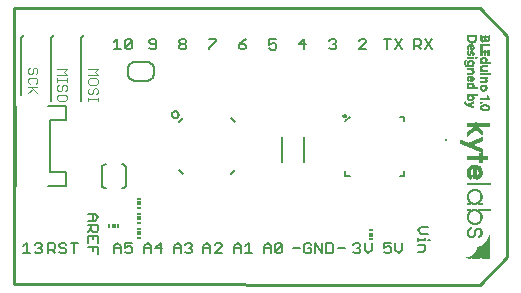
<source format=gto>
G75*
%MOIN*%
%OFA0B0*%
%FSLAX24Y24*%
%IPPOS*%
%LPD*%
%AMOC8*
5,1,8,0,0,1.08239X$1,22.5*
%
%ADD10C,0.0100*%
%ADD11C,0.0040*%
%ADD12C,0.0050*%
%ADD13C,0.0080*%
%ADD14C,0.0070*%
%ADD15R,0.0118X0.0059*%
%ADD16R,0.0118X0.0118*%
%ADD17R,0.0059X0.0118*%
%ADD18R,0.0079X0.0079*%
%ADD19R,0.0001X0.0134*%
%ADD20R,0.0001X0.0133*%
%ADD21R,0.0001X0.0134*%
%ADD22R,0.0001X0.0134*%
%ADD23R,0.0001X0.0133*%
%ADD24R,0.0001X0.0134*%
%ADD25R,0.0001X0.0135*%
%ADD26R,0.0001X0.0135*%
%ADD27R,0.0001X0.0135*%
%ADD28R,0.0001X0.0135*%
%ADD29R,0.0001X0.0031*%
%ADD30R,0.0001X0.0024*%
%ADD31R,0.0001X0.0053*%
%ADD32R,0.0001X0.0037*%
%ADD33R,0.0001X0.0067*%
%ADD34R,0.0001X0.0046*%
%ADD35R,0.0001X0.0079*%
%ADD36R,0.0001X0.0050*%
%ADD37R,0.0001X0.0088*%
%ADD38R,0.0001X0.0054*%
%ADD39R,0.0001X0.0098*%
%ADD40R,0.0001X0.0057*%
%ADD41R,0.0001X0.0105*%
%ADD42R,0.0001X0.0059*%
%ADD43R,0.0001X0.0113*%
%ADD44R,0.0001X0.0062*%
%ADD45R,0.0001X0.0119*%
%ADD46R,0.0001X0.0064*%
%ADD47R,0.0001X0.0125*%
%ADD48R,0.0001X0.0066*%
%ADD49R,0.0001X0.0131*%
%ADD50R,0.0001X0.0069*%
%ADD51R,0.0001X0.0141*%
%ADD52R,0.0001X0.0071*%
%ADD53R,0.0001X0.0144*%
%ADD54R,0.0001X0.0072*%
%ADD55R,0.0001X0.0147*%
%ADD56R,0.0001X0.0074*%
%ADD57R,0.0001X0.0149*%
%ADD58R,0.0001X0.0075*%
%ADD59R,0.0001X0.0150*%
%ADD60R,0.0001X0.0077*%
%ADD61R,0.0001X0.0152*%
%ADD62R,0.0001X0.0078*%
%ADD63R,0.0001X0.0153*%
%ADD64R,0.0001X0.0079*%
%ADD65R,0.0001X0.0154*%
%ADD66R,0.0001X0.0081*%
%ADD67R,0.0001X0.0157*%
%ADD68R,0.0001X0.0082*%
%ADD69R,0.0001X0.0158*%
%ADD70R,0.0001X0.0083*%
%ADD71R,0.0001X0.0159*%
%ADD72R,0.0001X0.0084*%
%ADD73R,0.0001X0.0161*%
%ADD74R,0.0001X0.0085*%
%ADD75R,0.0001X0.0136*%
%ADD76R,0.0001X0.0162*%
%ADD77R,0.0001X0.0086*%
%ADD78R,0.0001X0.0163*%
%ADD79R,0.0001X0.0087*%
%ADD80R,0.0001X0.0164*%
%ADD81R,0.0001X0.0166*%
%ADD82R,0.0001X0.0090*%
%ADD83R,0.0001X0.0167*%
%ADD84R,0.0001X0.0090*%
%ADD85R,0.0001X0.0168*%
%ADD86R,0.0001X0.0091*%
%ADD87R,0.0001X0.0169*%
%ADD88R,0.0001X0.0092*%
%ADD89R,0.0001X0.0093*%
%ADD90R,0.0001X0.0170*%
%ADD91R,0.0001X0.0094*%
%ADD92R,0.0001X0.0171*%
%ADD93R,0.0001X0.0094*%
%ADD94R,0.0001X0.0172*%
%ADD95R,0.0001X0.0095*%
%ADD96R,0.0001X0.0051*%
%ADD97R,0.0001X0.0096*%
%ADD98R,0.0001X0.0010*%
%ADD99R,0.0001X0.0063*%
%ADD100R,0.0001X0.0041*%
%ADD101R,0.0001X0.0077*%
%ADD102R,0.0001X0.0006*%
%ADD103R,0.0001X0.0060*%
%ADD104R,0.0001X0.0034*%
%ADD105R,0.0001X0.0058*%
%ADD106R,0.0001X0.0030*%
%ADD107R,0.0001X0.0069*%
%ADD108R,0.0001X0.0056*%
%ADD109R,0.0001X0.0027*%
%ADD110R,0.0001X0.0068*%
%ADD111R,0.0001X0.0055*%
%ADD112R,0.0001X0.0024*%
%ADD113R,0.0001X0.0021*%
%ADD114R,0.0001X0.0065*%
%ADD115R,0.0001X0.0053*%
%ADD116R,0.0001X0.0018*%
%ADD117R,0.0001X0.0016*%
%ADD118R,0.0001X0.0063*%
%ADD119R,0.0001X0.0137*%
%ADD120R,0.0001X0.0013*%
%ADD121R,0.0001X0.0011*%
%ADD122R,0.0001X0.0060*%
%ADD123R,0.0001X0.0009*%
%ADD124R,0.0001X0.0060*%
%ADD125R,0.0001X0.0050*%
%ADD126R,0.0001X0.0007*%
%ADD127R,0.0001X0.0049*%
%ADD128R,0.0001X0.0004*%
%ADD129R,0.0001X0.0058*%
%ADD130R,0.0001X0.0003*%
%ADD131R,0.0001X0.0050*%
%ADD132R,0.0001X0.0057*%
%ADD133R,0.0001X0.0049*%
%ADD134R,0.0001X0.0057*%
%ADD135R,0.0001X0.0056*%
%ADD136R,0.0001X0.0049*%
%ADD137R,0.0001X0.0001*%
%ADD138R,0.0001X0.0055*%
%ADD139R,0.0001X0.0054*%
%ADD140R,0.0001X0.0048*%
%ADD141R,0.0001X0.0136*%
%ADD142R,0.0001X0.0002*%
%ADD143R,0.0001X0.0002*%
%ADD144R,0.0001X0.0054*%
%ADD145R,0.0001X0.0048*%
%ADD146R,0.0001X0.0003*%
%ADD147R,0.0001X0.0051*%
%ADD148R,0.0001X0.0053*%
%ADD149R,0.0001X0.0003*%
%ADD150R,0.0001X0.0006*%
%ADD151R,0.0001X0.0050*%
%ADD152R,0.0001X0.0007*%
%ADD153R,0.0001X0.0008*%
%ADD154R,0.0001X0.0009*%
%ADD155R,0.0001X0.0049*%
%ADD156R,0.0001X0.0011*%
%ADD157R,0.0001X0.0047*%
%ADD158R,0.0001X0.0012*%
%ADD159R,0.0001X0.0044*%
%ADD160R,0.0001X0.0070*%
%ADD161R,0.0001X0.0065*%
%ADD162R,0.0001X0.0088*%
%ADD163R,0.0001X0.0081*%
%ADD164R,0.0001X0.0074*%
%ADD165R,0.0001X0.0013*%
%ADD166R,0.0001X0.0029*%
%ADD167R,0.0001X0.0021*%
%ADD168R,0.0001X0.0022*%
%ADD169R,0.0001X0.0047*%
%ADD170R,0.0001X0.0102*%
%ADD171R,0.0001X0.0093*%
%ADD172R,0.0001X0.0104*%
%ADD173R,0.0001X0.0097*%
%ADD174R,0.0001X0.0015*%
%ADD175R,0.0001X0.0124*%
%ADD176R,0.0001X0.0115*%
%ADD177R,0.0001X0.0114*%
%ADD178R,0.0001X0.0106*%
%ADD179R,0.0001X0.0133*%
%ADD180R,0.0001X0.0122*%
%ADD181R,0.0001X0.0123*%
%ADD182R,0.0001X0.0115*%
%ADD183R,0.0001X0.0079*%
%ADD184R,0.0001X0.0079*%
%ADD185R,0.0001X0.0062*%
%ADD186R,0.0001X0.0137*%
%ADD187R,0.0001X0.0144*%
%ADD188R,0.0001X0.0123*%
%ADD189R,0.0001X0.0016*%
%ADD190R,0.0001X0.0109*%
%ADD191R,0.0001X0.0087*%
%ADD192R,0.0001X0.0153*%
%ADD193R,0.0001X0.0141*%
%ADD194R,0.0001X0.0130*%
%ADD195R,0.0001X0.0117*%
%ADD196R,0.0001X0.0126*%
%ADD197R,0.0001X0.0138*%
%ADD198R,0.0001X0.0017*%
%ADD199R,0.0001X0.0101*%
%ADD200R,0.0001X0.0103*%
%ADD201R,0.0001X0.0077*%
%ADD202R,0.0001X0.0101*%
%ADD203R,0.0001X0.0077*%
%ADD204R,0.0001X0.0159*%
%ADD205R,0.0001X0.0170*%
%ADD206R,0.0001X0.0156*%
%ADD207R,0.0001X0.0107*%
%ADD208R,0.0001X0.0082*%
%ADD209R,0.0001X0.0177*%
%ADD210R,0.0001X0.0162*%
%ADD211R,0.0001X0.0151*%
%ADD212R,0.0001X0.0112*%
%ADD213R,0.0001X0.0084*%
%ADD214R,0.0001X0.0112*%
%ADD215R,0.0001X0.0185*%
%ADD216R,0.0001X0.0141*%
%ADD217R,0.0001X0.0116*%
%ADD218R,0.0001X0.0119*%
%ADD219R,0.0001X0.0116*%
%ADD220R,0.0001X0.0089*%
%ADD221R,0.0001X0.0126*%
%ADD222R,0.0001X0.0159*%
%ADD223R,0.0001X0.0191*%
%ADD224R,0.0001X0.0046*%
%ADD225R,0.0001X0.0176*%
%ADD226R,0.0001X0.0047*%
%ADD227R,0.0001X0.0175*%
%ADD228R,0.0001X0.0162*%
%ADD229R,0.0001X0.0018*%
%ADD230R,0.0001X0.0121*%
%ADD231R,0.0001X0.0120*%
%ADD232R,0.0001X0.0092*%
%ADD233R,0.0001X0.0158*%
%ADD234R,0.0001X0.0197*%
%ADD235R,0.0001X0.0181*%
%ADD236R,0.0001X0.0019*%
%ADD237R,0.0001X0.0148*%
%ADD238R,0.0001X0.0204*%
%ADD239R,0.0001X0.0187*%
%ADD240R,0.0001X0.0151*%
%ADD241R,0.0001X0.0130*%
%ADD242R,0.0001X0.0098*%
%ADD243R,0.0001X0.0100*%
%ADD244R,0.0001X0.0098*%
%ADD245R,0.0001X0.0209*%
%ADD246R,0.0001X0.0191*%
%ADD247R,0.0001X0.0192*%
%ADD248R,0.0001X0.0178*%
%ADD249R,0.0001X0.0020*%
%ADD250R,0.0001X0.0126*%
%ADD251R,0.0001X0.0102*%
%ADD252R,0.0001X0.0215*%
%ADD253R,0.0001X0.0198*%
%ADD254R,0.0001X0.0182*%
%ADD255R,0.0001X0.0128*%
%ADD256R,0.0001X0.0105*%
%ADD257R,0.0001X0.0104*%
%ADD258R,0.0001X0.0057*%
%ADD259R,0.0001X0.0219*%
%ADD260R,0.0001X0.0203*%
%ADD261R,0.0001X0.0186*%
%ADD262R,0.0001X0.0020*%
%ADD263R,0.0001X0.0107*%
%ADD264R,0.0001X0.0140*%
%ADD265R,0.0001X0.0106*%
%ADD266R,0.0001X0.0226*%
%ADD267R,0.0001X0.0207*%
%ADD268R,0.0001X0.0208*%
%ADD269R,0.0001X0.0190*%
%ADD270R,0.0001X0.0142*%
%ADD271R,0.0001X0.0110*%
%ADD272R,0.0001X0.0143*%
%ADD273R,0.0001X0.0111*%
%ADD274R,0.0001X0.0230*%
%ADD275R,0.0001X0.0213*%
%ADD276R,0.0001X0.0213*%
%ADD277R,0.0001X0.0195*%
%ADD278R,0.0001X0.0167*%
%ADD279R,0.0001X0.0132*%
%ADD280R,0.0001X0.0113*%
%ADD281R,0.0001X0.0235*%
%ADD282R,0.0001X0.0218*%
%ADD283R,0.0001X0.0217*%
%ADD284R,0.0001X0.0199*%
%ADD285R,0.0001X0.0022*%
%ADD286R,0.0001X0.0145*%
%ADD287R,0.0001X0.0239*%
%ADD288R,0.0001X0.0223*%
%ADD289R,0.0001X0.0222*%
%ADD290R,0.0001X0.0203*%
%ADD291R,0.0001X0.0172*%
%ADD292R,0.0001X0.0147*%
%ADD293R,0.0001X0.0117*%
%ADD294R,0.0001X0.0245*%
%ADD295R,0.0001X0.0227*%
%ADD296R,0.0001X0.0226*%
%ADD297R,0.0001X0.0206*%
%ADD298R,0.0001X0.0175*%
%ADD299R,0.0001X0.0249*%
%ADD300R,0.0001X0.0210*%
%ADD301R,0.0001X0.0138*%
%ADD302R,0.0001X0.0121*%
%ADD303R,0.0001X0.0150*%
%ADD304R,0.0001X0.0122*%
%ADD305R,0.0001X0.0158*%
%ADD306R,0.0001X0.0254*%
%ADD307R,0.0001X0.0179*%
%ADD308R,0.0001X0.0139*%
%ADD309R,0.0001X0.0258*%
%ADD310R,0.0001X0.0238*%
%ADD311R,0.0001X0.0239*%
%ADD312R,0.0001X0.0025*%
%ADD313R,0.0001X0.0140*%
%ADD314R,0.0001X0.0125*%
%ADD315R,0.0001X0.0124*%
%ADD316R,0.0001X0.0065*%
%ADD317R,0.0001X0.0263*%
%ADD318R,0.0001X0.0243*%
%ADD319R,0.0001X0.0244*%
%ADD320R,0.0001X0.0219*%
%ADD321R,0.0001X0.0184*%
%ADD322R,0.0001X0.0128*%
%ADD323R,0.0001X0.0128*%
%ADD324R,0.0001X0.0267*%
%ADD325R,0.0001X0.0247*%
%ADD326R,0.0001X0.0224*%
%ADD327R,0.0001X0.0026*%
%ADD328R,0.0001X0.0185*%
%ADD329R,0.0001X0.0153*%
%ADD330R,0.0001X0.0130*%
%ADD331R,0.0001X0.0154*%
%ADD332R,0.0001X0.0129*%
%ADD333R,0.0001X0.0067*%
%ADD334R,0.0001X0.0271*%
%ADD335R,0.0001X0.0252*%
%ADD336R,0.0001X0.0026*%
%ADD337R,0.0001X0.0274*%
%ADD338R,0.0001X0.0255*%
%ADD339R,0.0001X0.0255*%
%ADD340R,0.0001X0.0229*%
%ADD341R,0.0001X0.0188*%
%ADD342R,0.0001X0.0279*%
%ADD343R,0.0001X0.0258*%
%ADD344R,0.0001X0.0233*%
%ADD345R,0.0001X0.0283*%
%ADD346R,0.0001X0.0263*%
%ADD347R,0.0001X0.0286*%
%ADD348R,0.0001X0.0266*%
%ADD349R,0.0001X0.0266*%
%ADD350R,0.0001X0.0028*%
%ADD351R,0.0001X0.0194*%
%ADD352R,0.0001X0.0145*%
%ADD353R,0.0001X0.0138*%
%ADD354R,0.0001X0.0159*%
%ADD355R,0.0001X0.0138*%
%ADD356R,0.0001X0.0070*%
%ADD357R,0.0001X0.0290*%
%ADD358R,0.0001X0.0270*%
%ADD359R,0.0001X0.0242*%
%ADD360R,0.0001X0.0028*%
%ADD361R,0.0001X0.0160*%
%ADD362R,0.0001X0.0073*%
%ADD363R,0.0001X0.0293*%
%ADD364R,0.0001X0.0273*%
%ADD365R,0.0001X0.0043*%
%ADD366R,0.0001X0.0086*%
%ADD367R,0.0001X0.0189*%
%ADD368R,0.0001X0.0298*%
%ADD369R,0.0001X0.0276*%
%ADD370R,0.0001X0.0246*%
%ADD371R,0.0001X0.0045*%
%ADD372R,0.0001X0.0074*%
%ADD373R,0.0001X0.0300*%
%ADD374R,0.0001X0.0280*%
%ADD375R,0.0001X0.0281*%
%ADD376R,0.0001X0.0248*%
%ADD377R,0.0001X0.0030*%
%ADD378R,0.0001X0.0200*%
%ADD379R,0.0001X0.0039*%
%ADD380R,0.0001X0.0059*%
%ADD381R,0.0001X0.0076*%
%ADD382R,0.0001X0.0040*%
%ADD383R,0.0001X0.0044*%
%ADD384R,0.0001X0.0304*%
%ADD385R,0.0001X0.0251*%
%ADD386R,0.0001X0.0201*%
%ADD387R,0.0001X0.0073*%
%ADD388R,0.0001X0.0035*%
%ADD389R,0.0001X0.0039*%
%ADD390R,0.0001X0.0036*%
%ADD391R,0.0001X0.0038*%
%ADD392R,0.0001X0.0307*%
%ADD393R,0.0001X0.0285*%
%ADD394R,0.0001X0.0031*%
%ADD395R,0.0001X0.0027*%
%ADD396R,0.0001X0.0072*%
%ADD397R,0.0001X0.0086*%
%ADD398R,0.0001X0.0032*%
%ADD399R,0.0001X0.0036*%
%ADD400R,0.0001X0.0084*%
%ADD401R,0.0001X0.0311*%
%ADD402R,0.0001X0.0290*%
%ADD403R,0.0001X0.0113*%
%ADD404R,0.0001X0.0114*%
%ADD405R,0.0001X0.0028*%
%ADD406R,0.0001X0.0313*%
%ADD407R,0.0001X0.0292*%
%ADD408R,0.0001X0.0206*%
%ADD409R,0.0001X0.0068*%
%ADD410R,0.0001X0.0078*%
%ADD411R,0.0001X0.0317*%
%ADD412R,0.0001X0.0032*%
%ADD413R,0.0001X0.0207*%
%ADD414R,0.0001X0.0064*%
%ADD415R,0.0001X0.0053*%
%ADD416R,0.0001X0.0066*%
%ADD417R,0.0001X0.0320*%
%ADD418R,0.0001X0.0322*%
%ADD419R,0.0001X0.0119*%
%ADD420R,0.0001X0.0089*%
%ADD421R,0.0001X0.0209*%
%ADD422R,0.0001X0.0017*%
%ADD423R,0.0001X0.0015*%
%ADD424R,0.0001X0.0051*%
%ADD425R,0.0001X0.0064*%
%ADD426R,0.0001X0.0076*%
%ADD427R,0.0001X0.0064*%
%ADD428R,0.0001X0.0076*%
%ADD429R,0.0001X0.0073*%
%ADD430R,0.0001X0.0063*%
%ADD431R,0.0001X0.0082*%
%ADD432R,0.0001X0.0140*%
%ADD433R,0.0001X0.0326*%
%ADD434R,0.0001X0.0110*%
%ADD435R,0.0001X0.0086*%
%ADD436R,0.0001X0.0087*%
%ADD437R,0.0001X0.0034*%
%ADD438R,0.0001X0.0100*%
%ADD439R,0.0001X0.0015*%
%ADD440R,0.0001X0.0329*%
%ADD441R,0.0001X0.0109*%
%ADD442R,0.0001X0.0083*%
%ADD443R,0.0001X0.0332*%
%ADD444R,0.0001X0.0103*%
%ADD445R,0.0001X0.0088*%
%ADD446R,0.0001X0.0041*%
%ADD447R,0.0001X0.0142*%
%ADD448R,0.0001X0.0335*%
%ADD449R,0.0001X0.0009*%
%ADD450R,0.0001X0.0060*%
%ADD451R,0.0001X0.0337*%
%ADD452R,0.0001X0.0076*%
%ADD453R,0.0001X0.0058*%
%ADD454R,0.0001X0.0007*%
%ADD455R,0.0001X0.0068*%
%ADD456R,0.0001X0.0008*%
%ADD457R,0.0001X0.0066*%
%ADD458R,0.0001X0.0058*%
%ADD459R,0.0001X0.0040*%
%ADD460R,0.0001X0.0040*%
%ADD461R,0.0001X0.0340*%
%ADD462R,0.0001X0.0097*%
%ADD463R,0.0001X0.0093*%
%ADD464R,0.0001X0.0075*%
%ADD465R,0.0001X0.0037*%
%ADD466R,0.0001X0.0343*%
%ADD467R,0.0001X0.0147*%
%ADD468R,0.0001X0.0346*%
%ADD469R,0.0001X0.0072*%
%ADD470R,0.0001X0.0348*%
%ADD471R,0.0001X0.0038*%
%ADD472R,0.0001X0.0041*%
%ADD473R,0.0001X0.0350*%
%ADD474R,0.0001X0.0352*%
%ADD475R,0.0001X0.0063*%
%ADD476R,0.0001X0.0043*%
%ADD477R,0.0001X0.0041*%
%ADD478R,0.0001X0.0157*%
%ADD479R,0.0001X0.0149*%
%ADD480R,0.0001X0.0355*%
%ADD481R,0.0001X0.0087*%
%ADD482R,0.0001X0.0067*%
%ADD483R,0.0001X0.0039*%
%ADD484R,0.0001X0.0157*%
%ADD485R,0.0001X0.0358*%
%ADD486R,0.0001X0.0361*%
%ADD487R,0.0001X0.0364*%
%ADD488R,0.0001X0.0366*%
%ADD489R,0.0001X0.0055*%
%ADD490R,0.0001X0.0051*%
%ADD491R,0.0001X0.0153*%
%ADD492R,0.0001X0.0368*%
%ADD493R,0.0001X0.0082*%
%ADD494R,0.0001X0.0370*%
%ADD495R,0.0001X0.0373*%
%ADD496R,0.0001X0.0062*%
%ADD497R,0.0001X0.0375*%
%ADD498R,0.0001X0.0377*%
%ADD499R,0.0001X0.0044*%
%ADD500R,0.0001X0.0379*%
%ADD501R,0.0001X0.0078*%
%ADD502R,0.0001X0.0059*%
%ADD503R,0.0001X0.0045*%
%ADD504R,0.0001X0.0042*%
%ADD505R,0.0001X0.0380*%
%ADD506R,0.0001X0.0383*%
%ADD507R,0.0001X0.0385*%
%ADD508R,0.0001X0.0387*%
%ADD509R,0.0001X0.0389*%
%ADD510R,0.0001X0.0067*%
%ADD511R,0.0001X0.0164*%
%ADD512R,0.0001X0.0390*%
%ADD513R,0.0001X0.0073*%
%ADD514R,0.0001X0.0065*%
%ADD515R,0.0001X0.0055*%
%ADD516R,0.0001X0.0393*%
%ADD517R,0.0001X0.0395*%
%ADD518R,0.0001X0.0056*%
%ADD519R,0.0001X0.0396*%
%ADD520R,0.0001X0.0169*%
%ADD521R,0.0001X0.0398*%
%ADD522R,0.0001X0.0042*%
%ADD523R,0.0001X0.0169*%
%ADD524R,0.0001X0.0401*%
%ADD525R,0.0001X0.0403*%
%ADD526R,0.0001X0.0404*%
%ADD527R,0.0001X0.0405*%
%ADD528R,0.0001X0.0173*%
%ADD529R,0.0001X0.0407*%
%ADD530R,0.0001X0.0409*%
%ADD531R,0.0001X0.0045*%
%ADD532R,0.0001X0.0044*%
%ADD533R,0.0001X0.0412*%
%ADD534R,0.0001X0.0045*%
%ADD535R,0.0001X0.0176*%
%ADD536R,0.0001X0.0412*%
%ADD537R,0.0001X0.0414*%
%ADD538R,0.0001X0.0178*%
%ADD539R,0.0001X0.0416*%
%ADD540R,0.0001X0.0417*%
%ADD541R,0.0001X0.0180*%
%ADD542R,0.0001X0.0418*%
%ADD543R,0.0001X0.0180*%
%ADD544R,0.0001X0.0421*%
%ADD545R,0.0001X0.0422*%
%ADD546R,0.0001X0.0046*%
%ADD547R,0.0001X0.0424*%
%ADD548R,0.0001X0.0183*%
%ADD549R,0.0001X0.0425*%
%ADD550R,0.0001X0.0198*%
%ADD551R,0.0001X0.0091*%
%ADD552R,0.0001X0.0156*%
%ADD553R,0.0001X0.0426*%
%ADD554R,0.0001X0.0185*%
%ADD555R,0.0001X0.0429*%
%ADD556R,0.0001X0.0201*%
%ADD557R,0.0001X0.0095*%
%ADD558R,0.0001X0.0189*%
%ADD559R,0.0001X0.0156*%
%ADD560R,0.0001X0.0189*%
%ADD561R,0.0001X0.0178*%
%ADD562R,0.0001X0.0173*%
%ADD563R,0.0001X0.0156*%
%ADD564R,0.0001X0.0170*%
%ADD565R,0.0001X0.0194*%
%ADD566R,0.0001X0.0161*%
%ADD567R,0.0001X0.0101*%
%ADD568R,0.0001X0.0195*%
%ADD569R,0.0001X0.0163*%
%ADD570R,0.0001X0.0096*%
%ADD571R,0.0001X0.0047*%
%ADD572R,0.0001X0.0196*%
%ADD573R,0.0001X0.0100*%
%ADD574R,0.0001X0.0199*%
%ADD575R,0.0001X0.0092*%
%ADD576R,0.0001X0.0046*%
%ADD577R,0.0001X0.0071*%
%ADD578R,0.0001X0.0149*%
%ADD579R,0.0001X0.0093*%
%ADD580R,0.0001X0.0197*%
%ADD581R,0.0001X0.0205*%
%ADD582R,0.0001X0.0111*%
%ADD583R,0.0001X0.0197*%
%ADD584R,0.0001X0.0145*%
%ADD585R,0.0001X0.0085*%
%ADD586R,0.0001X0.0196*%
%ADD587R,0.0001X0.0196*%
%ADD588R,0.0001X0.0142*%
%ADD589R,0.0001X0.0211*%
%ADD590R,0.0001X0.0139*%
%ADD591R,0.0001X0.0214*%
%ADD592R,0.0001X0.0154*%
%ADD593R,0.0001X0.0215*%
%ADD594R,0.0001X0.0072*%
%ADD595R,0.0001X0.0216*%
%ADD596R,0.0001X0.0154*%
%ADD597R,0.0001X0.0220*%
%ADD598R,0.0001X0.0074*%
%ADD599R,0.0001X0.0085*%
%ADD600R,0.0001X0.0220*%
%ADD601R,0.0001X0.0224*%
%ADD602R,0.0001X0.0132*%
%ADD603R,0.0001X0.0225*%
%ADD604R,0.0001X0.0131*%
%ADD605R,0.0001X0.0227*%
%ADD606R,0.0001X0.0031*%
%ADD607R,0.0001X0.0228*%
%ADD608R,0.0001X0.0129*%
%ADD609R,0.0001X0.0230*%
%ADD610R,0.0001X0.0023*%
%ADD611R,0.0001X0.0068*%
%ADD612R,0.0001X0.0232*%
%ADD613R,0.0001X0.0234*%
%ADD614R,0.0001X0.0054*%
%ADD615R,0.0001X0.0235*%
%ADD616R,0.0001X0.0126*%
%ADD617R,0.0001X0.0066*%
%ADD618R,0.0001X0.0236*%
%ADD619R,0.0001X0.0097*%
%ADD620R,0.0001X0.0237*%
%ADD621R,0.0001X0.0238*%
%ADD622R,0.0001X0.0059*%
%ADD623R,0.0001X0.0239*%
%ADD624R,0.0001X0.0241*%
%ADD625R,0.0001X0.0242*%
%ADD626R,0.0001X0.0243*%
%ADD627R,0.0001X0.0245*%
%ADD628R,0.0001X0.0124*%
%ADD629R,0.0001X0.0002*%
%ADD630R,0.0001X0.0251*%
%ADD631R,0.0001X0.0109*%
%ADD632R,0.0001X0.0008*%
%ADD633R,0.0001X0.0251*%
%ADD634R,0.0001X0.0010*%
%ADD635R,0.0001X0.0252*%
%ADD636R,0.0001X0.0111*%
%ADD637R,0.0001X0.0012*%
%ADD638R,0.0001X0.0253*%
%ADD639R,0.0001X0.0018*%
%ADD640R,0.0001X0.0020*%
%ADD641R,0.0001X0.0038*%
%ADD642R,0.0001X0.0255*%
%ADD643R,0.0001X0.0257*%
%ADD644R,0.0001X0.0029*%
%ADD645R,0.0001X0.0190*%
%ADD646R,0.0001X0.0116*%
%ADD647R,0.0001X0.0069*%
%ADD648R,0.0001X0.0152*%
%ADD649R,0.0001X0.0188*%
%ADD650R,0.0001X0.0129*%
%ADD651R,0.0001X0.0188*%
%ADD652R,0.0001X0.0139*%
%ADD653R,0.0001X0.0122*%
%ADD654R,0.0001X0.0129*%
%ADD655R,0.0001X0.0143*%
%ADD656R,0.0001X0.0130*%
%ADD657R,0.0001X0.0122*%
%ADD658R,0.0001X0.0116*%
%ADD659R,0.0001X0.0120*%
%ADD660R,0.0001X0.0131*%
%ADD661R,0.0001X0.0124*%
%ADD662R,0.0001X0.0119*%
%ADD663R,0.0001X0.0112*%
%ADD664R,0.0001X0.0131*%
%ADD665R,0.0001X0.0114*%
%ADD666R,0.0001X0.0492*%
%ADD667R,0.0001X0.0493*%
%ADD668R,0.0001X0.0107*%
%ADD669R,0.0001X0.0106*%
%ADD670R,0.0001X0.0493*%
%ADD671R,0.0001X0.0132*%
%ADD672R,0.0001X0.0104*%
%ADD673R,0.0001X0.0152*%
%ADD674R,0.0001X0.0279*%
%ADD675R,0.0001X0.0100*%
%ADD676R,0.0001X0.0092*%
%ADD677R,0.0001X0.0091*%
%ADD678R,0.0001X0.0279*%
%ADD679R,0.0001X0.0128*%
%ADD680R,0.0001X0.0495*%
%ADD681R,0.0001X0.0078*%
%ADD682R,0.0001X0.0277*%
%ADD683R,0.0001X0.0495*%
%ADD684R,0.0001X0.0276*%
%ADD685R,0.0001X0.0275*%
%ADD686R,0.0001X0.0274*%
%ADD687R,0.0001X0.0272*%
%ADD688R,0.0001X0.0271*%
%ADD689R,0.0001X0.0496*%
%ADD690R,0.0001X0.0270*%
%ADD691R,0.0001X0.0269*%
%ADD692R,0.0001X0.0497*%
%ADD693R,0.0001X0.0267*%
%ADD694R,0.0001X0.0497*%
%ADD695R,0.0001X0.0148*%
%ADD696R,0.0001X0.0265*%
%ADD697R,0.0001X0.0264*%
%ADD698R,0.0001X0.0262*%
%ADD699R,0.0001X0.0261*%
%ADD700R,0.0001X0.0260*%
%ADD701R,0.0001X0.0256*%
%ADD702R,0.0001X0.0256*%
%ADD703R,0.0001X0.0145*%
%ADD704R,0.0001X0.0160*%
%ADD705R,0.0001X0.0498*%
%ADD706R,0.0001X0.0498*%
%ADD707R,0.0001X0.0166*%
%ADD708R,0.0001X0.0245*%
%ADD709R,0.0001X0.0132*%
%ADD710R,0.0001X0.0172*%
%ADD711R,0.0001X0.0173*%
%ADD712R,0.0001X0.0175*%
%ADD713R,0.0001X0.0239*%
%ADD714R,0.0001X0.0167*%
%ADD715R,0.0001X0.0166*%
%ADD716R,0.0001X0.0164*%
%ADD717R,0.0001X0.0182*%
%ADD718R,0.0001X0.0234*%
%ADD719R,0.0001X0.0184*%
%ADD720R,0.0001X0.0234*%
%ADD721R,0.0001X0.0186*%
%ADD722R,0.0001X0.0188*%
%ADD723R,0.0001X0.0217*%
%ADD724R,0.0001X0.0022*%
%ADD725R,0.0001X0.0228*%
%ADD726R,0.0001X0.0216*%
%ADD727R,0.0001X0.0148*%
%ADD728R,0.0001X0.0194*%
%ADD729R,0.0001X0.0496*%
%ADD730R,0.0001X0.0225*%
%ADD731R,0.0001X0.0211*%
%ADD732R,0.0001X0.0210*%
%ADD733R,0.0001X0.0223*%
%ADD734R,0.0001X0.0496*%
%ADD735R,0.0001X0.0199*%
%ADD736R,0.0001X0.0205*%
%ADD737R,0.0001X0.0223*%
%ADD738R,0.0001X0.0201*%
%ADD739R,0.0001X0.0224*%
%ADD740R,0.0001X0.0207*%
%ADD741R,0.0001X0.0199*%
%ADD742R,0.0001X0.0209*%
%ADD743R,0.0001X0.0493*%
%ADD744R,0.0001X0.0228*%
%ADD745R,0.0001X0.0229*%
%ADD746R,0.0001X0.0492*%
%ADD747R,0.0001X0.0095*%
%ADD748R,0.0001X0.0215*%
%ADD749R,0.0001X0.0180*%
%ADD750R,0.0001X0.0120*%
%ADD751R,0.0001X0.0223*%
%ADD752R,0.0001X0.0226*%
%ADD753R,0.0001X0.0232*%
%ADD754R,0.0001X0.0161*%
%ADD755R,0.0001X0.0242*%
%ADD756R,0.0001X0.0234*%
%ADD757R,0.0001X0.0246*%
%ADD758R,0.0001X0.0121*%
%ADD759R,0.0001X0.0243*%
%ADD760R,0.0001X0.0244*%
%ADD761R,0.0001X0.0121*%
%ADD762R,0.0001X0.0261*%
%ADD763R,0.0001X0.0258*%
%ADD764R,0.0001X0.0133*%
%ADD765R,0.0001X0.0265*%
%ADD766R,0.0001X0.0034*%
%ADD767R,0.0001X0.0261*%
%ADD768R,0.0001X0.0272*%
%ADD769R,0.0001X0.0264*%
%ADD770R,0.0001X0.0276*%
%ADD771R,0.0001X0.0285*%
%ADD772R,0.0001X0.0289*%
%ADD773R,0.0001X0.0291*%
%ADD774R,0.0001X0.0293*%
%ADD775R,0.0001X0.0296*%
%ADD776R,0.0001X0.0302*%
%ADD777R,0.0001X0.0275*%
%ADD778R,0.0001X0.0125*%
%ADD779R,0.0001X0.0305*%
%ADD780R,0.0001X0.0309*%
%ADD781R,0.0001X0.0312*%
%ADD782R,0.0001X0.0316*%
%ADD783R,0.0001X0.0319*%
%ADD784R,0.0001X0.0281*%
%ADD785R,0.0001X0.0323*%
%ADD786R,0.0001X0.0282*%
%ADD787R,0.0001X0.0327*%
%ADD788R,0.0001X0.0331*%
%ADD789R,0.0001X0.0284*%
%ADD790R,0.0001X0.0336*%
%ADD791R,0.0001X0.0339*%
%ADD792R,0.0001X0.0344*%
%ADD793R,0.0001X0.0349*%
%ADD794R,0.0001X0.0355*%
%ADD795R,0.0001X0.0360*%
%ADD796R,0.0001X0.0367*%
%ADD797R,0.0001X0.0374*%
%ADD798R,0.0001X0.0383*%
%ADD799R,0.0001X0.0389*%
%ADD800R,0.0001X0.0390*%
%ADD801R,0.0001X0.0084*%
%ADD802R,0.0001X0.0392*%
%ADD803R,0.0001X0.0142*%
%ADD804R,0.0001X0.0140*%
%ADD805R,0.0001X0.0392*%
%ADD806R,0.0001X0.0160*%
%ADD807R,0.0001X0.0149*%
%ADD808R,0.0001X0.0393*%
%ADD809R,0.0001X0.0394*%
%ADD810R,0.0001X0.0157*%
%ADD811R,0.0001X0.0097*%
%ADD812R,0.0001X0.0394*%
%ADD813R,0.0001X0.0168*%
%ADD814R,0.0001X0.0395*%
%ADD815R,0.0001X0.0318*%
%ADD816R,0.0001X0.0168*%
%ADD817R,0.0001X0.0161*%
%ADD818R,0.0001X0.0318*%
%ADD819R,0.0001X0.0192*%
%ADD820R,0.0001X0.0396*%
%ADD821R,0.0001X0.0413*%
%ADD822R,0.0001X0.0397*%
%ADD823R,0.0001X0.0411*%
%ADD824R,0.0001X0.0408*%
%ADD825R,0.0001X0.0408*%
%ADD826R,0.0001X0.0397*%
%ADD827R,0.0001X0.0406*%
%ADD828R,0.0001X0.0402*%
%ADD829R,0.0001X0.0399*%
%ADD830R,0.0001X0.0399*%
%ADD831R,0.0001X0.0399*%
%ADD832R,0.0001X0.0394*%
%ADD833R,0.0001X0.0401*%
%ADD834R,0.0001X0.0391*%
%ADD835R,0.0001X0.0389*%
%ADD836R,0.0001X0.0384*%
%ADD837R,0.0001X0.0382*%
%ADD838R,0.0001X0.0380*%
%ADD839R,0.0001X0.0403*%
%ADD840R,0.0001X0.0378*%
%ADD841R,0.0001X0.0376*%
%ADD842R,0.0001X0.0371*%
%ADD843R,0.0001X0.0369*%
%ADD844R,0.0001X0.0162*%
%ADD845R,0.0001X0.0367*%
%ADD846R,0.0001X0.0404*%
%ADD847R,0.0001X0.0365*%
%ADD848R,0.0001X0.0405*%
%ADD849R,0.0001X0.0362*%
%ADD850R,0.0001X0.0356*%
%ADD851R,0.0001X0.0406*%
%ADD852R,0.0001X0.0354*%
%ADD853R,0.0001X0.0351*%
%ADD854R,0.0001X0.0349*%
%ADD855R,0.0001X0.0347*%
%ADD856R,0.0001X0.0025*%
%ADD857R,0.0001X0.0345*%
%ADD858R,0.0001X0.0342*%
%ADD859R,0.0001X0.0340*%
%ADD860R,0.0001X0.0338*%
%ADD861R,0.0001X0.0336*%
%ADD862R,0.0001X0.0333*%
%ADD863R,0.0001X0.0411*%
%ADD864R,0.0001X0.0181*%
%ADD865R,0.0001X0.0182*%
%ADD866R,0.0001X0.0330*%
%ADD867R,0.0001X0.0094*%
%ADD868R,0.0001X0.0411*%
%ADD869R,0.0001X0.0327*%
%ADD870R,0.0001X0.0091*%
%ADD871R,0.0001X0.0324*%
%ADD872R,0.0001X0.0320*%
%ADD873R,0.0001X0.0095*%
%ADD874R,0.0001X0.0317*%
%ADD875R,0.0001X0.0413*%
%ADD876R,0.0001X0.0310*%
%ADD877R,0.0001X0.0308*%
%ADD878R,0.0001X0.0105*%
%ADD879R,0.0001X0.0415*%
%ADD880R,0.0001X0.0186*%
%ADD881R,0.0001X0.0301*%
%ADD882R,0.0001X0.0294*%
%ADD883R,0.0001X0.0415*%
%ADD884R,0.0001X0.0291*%
%ADD885R,0.0001X0.0117*%
%ADD886R,0.0001X0.0295*%
%ADD887R,0.0001X0.0288*%
%ADD888R,0.0001X0.0416*%
%ADD889R,0.0001X0.0164*%
%ADD890R,0.0001X0.0274*%
%ADD891R,0.0001X0.0226*%
%ADD892R,0.0001X0.0418*%
%ADD893R,0.0001X0.0269*%
%ADD894R,0.0001X0.0220*%
%ADD895R,0.0001X0.0123*%
%ADD896R,0.0001X0.0218*%
%ADD897R,0.0001X0.0420*%
%ADD898R,0.0001X0.0176*%
%ADD899R,0.0001X0.0263*%
%ADD900R,0.0001X0.0257*%
%ADD901R,0.0001X0.0214*%
%ADD902R,0.0001X0.0421*%
%ADD903R,0.0001X0.0163*%
%ADD904R,0.0001X0.0253*%
%ADD905R,0.0001X0.0421*%
%ADD906R,0.0001X0.0180*%
%ADD907R,0.0001X0.0250*%
%ADD908R,0.0001X0.0245*%
%ADD909R,0.0001X0.0423*%
%ADD910R,0.0001X0.0208*%
%ADD911R,0.0001X0.0200*%
%ADD912R,0.0001X0.0189*%
%ADD913R,0.0001X0.0163*%
%ADD914R,0.0001X0.0238*%
%ADD915R,0.0001X0.0232*%
%ADD916R,0.0001X0.0233*%
%ADD917R,0.0001X0.0424*%
%ADD918R,0.0001X0.0210*%
%ADD919R,0.0001X0.0191*%
%ADD920R,0.0001X0.0181*%
%ADD921R,0.0001X0.0426*%
%ADD922R,0.0001X0.0211*%
%ADD923R,0.0001X0.0177*%
%ADD924R,0.0001X0.0426*%
%ADD925R,0.0001X0.0205*%
%ADD926R,0.0001X0.0427*%
%ADD927R,0.0001X0.0215*%
%ADD928R,0.0001X0.0205*%
%ADD929R,0.0001X0.0204*%
%ADD930R,0.0001X0.0187*%
%ADD931R,0.0001X0.0430*%
%ADD932R,0.0001X0.0430*%
%ADD933R,0.0001X0.0431*%
%ADD934R,0.0001X0.0432*%
%ADD935R,0.0001X0.0081*%
%ADD936R,0.0001X0.0433*%
%ADD937R,0.0001X0.0433*%
%ADD938R,0.0001X0.0110*%
%ADD939R,0.0001X0.0434*%
%ADD940R,0.0001X0.0094*%
%ADD941R,0.0001X0.0435*%
%ADD942R,0.0001X0.0436*%
%ADD943R,0.0001X0.0436*%
%ADD944R,0.0001X0.0437*%
%ADD945R,0.0001X0.0040*%
%ADD946R,0.0001X0.0439*%
%ADD947R,0.0001X0.0440*%
%ADD948R,0.0001X0.0440*%
%ADD949R,0.0001X0.0441*%
%ADD950R,0.0001X0.0442*%
%ADD951R,0.0001X0.0443*%
%ADD952R,0.0001X0.0443*%
%ADD953R,0.0001X0.0444*%
%ADD954R,0.0001X0.0445*%
%ADD955R,0.0001X0.0446*%
%ADD956R,0.0001X0.0446*%
%ADD957R,0.0001X0.0448*%
%ADD958R,0.0001X0.0449*%
%ADD959R,0.0001X0.0450*%
%ADD960R,0.0001X0.0451*%
%ADD961R,0.0001X0.0451*%
%ADD962R,0.0001X0.0452*%
%ADD963R,0.0001X0.0453*%
%ADD964R,0.0001X0.0454*%
%ADD965R,0.0001X0.0455*%
%ADD966R,0.0001X0.0456*%
%ADD967R,0.0001X0.0458*%
%ADD968R,0.0001X0.0459*%
%ADD969R,0.0001X0.0459*%
%ADD970R,0.0001X0.0460*%
%ADD971R,0.0001X0.0461*%
%ADD972R,0.0001X0.0462*%
%ADD973R,0.0001X0.0463*%
%ADD974R,0.0001X0.0464*%
%ADD975R,0.0001X0.0465*%
%ADD976R,0.0001X0.0467*%
%ADD977R,0.0001X0.0468*%
%ADD978R,0.0001X0.0469*%
%ADD979R,0.0001X0.0470*%
%ADD980R,0.0001X0.0471*%
%ADD981R,0.0001X0.0472*%
%ADD982R,0.0001X0.0473*%
%ADD983R,0.0001X0.0474*%
%ADD984R,0.0001X0.0476*%
%ADD985R,0.0001X0.0477*%
%ADD986R,0.0001X0.0478*%
%ADD987R,0.0001X0.0479*%
%ADD988R,0.0001X0.0480*%
%ADD989R,0.0001X0.0481*%
%ADD990R,0.0001X0.0482*%
%ADD991R,0.0001X0.0483*%
%ADD992R,0.0001X0.0484*%
%ADD993R,0.0001X0.0484*%
%ADD994R,0.0001X0.0486*%
%ADD995R,0.0001X0.0487*%
%ADD996R,0.0001X0.0488*%
%ADD997R,0.0001X0.0489*%
%ADD998R,0.0001X0.0168*%
%ADD999R,0.0001X0.0490*%
%ADD1000R,0.0001X0.0491*%
%ADD1001R,0.0001X0.0498*%
%ADD1002R,0.0001X0.0499*%
%ADD1003R,0.0001X0.0500*%
%ADD1004R,0.0001X0.0501*%
%ADD1005R,0.0001X0.0502*%
%ADD1006R,0.0001X0.0504*%
%ADD1007R,0.0001X0.0505*%
%ADD1008R,0.0001X0.0506*%
%ADD1009R,0.0001X0.0507*%
%ADD1010R,0.0001X0.0508*%
%ADD1011R,0.0001X0.0509*%
%ADD1012R,0.0001X0.0510*%
%ADD1013R,0.0001X0.0511*%
%ADD1014R,0.0001X0.0512*%
%ADD1015R,0.0001X0.0514*%
%ADD1016R,0.0001X0.0515*%
%ADD1017R,0.0001X0.0516*%
%ADD1018R,0.0001X0.0517*%
%ADD1019R,0.0001X0.0519*%
%ADD1020R,0.0001X0.0520*%
%ADD1021R,0.0001X0.0169*%
%ADD1022R,0.0001X0.0521*%
%ADD1023R,0.0001X0.0523*%
%ADD1024R,0.0001X0.0524*%
%ADD1025R,0.0001X0.0525*%
%ADD1026R,0.0001X0.0526*%
%ADD1027R,0.0001X0.0081*%
%ADD1028R,0.0001X0.0527*%
%ADD1029R,0.0001X0.0529*%
%ADD1030R,0.0001X0.0530*%
%ADD1031R,0.0001X0.0531*%
%ADD1032R,0.0001X0.0533*%
%ADD1033R,0.0001X0.0210*%
%ADD1034R,0.0001X0.0535*%
%ADD1035R,0.0001X0.0536*%
%ADD1036R,0.0001X0.0537*%
%ADD1037R,0.0001X0.0538*%
%ADD1038R,0.0001X0.0539*%
%ADD1039R,0.0001X0.0542*%
%ADD1040R,0.0001X0.0204*%
%ADD1041R,0.0001X0.0196*%
%ADD1042R,0.0001X0.0543*%
%ADD1043R,0.0001X0.0544*%
%ADD1044R,0.0001X0.0545*%
%ADD1045R,0.0001X0.0547*%
%ADD1046R,0.0001X0.0548*%
%ADD1047R,0.0001X0.0202*%
%ADD1048R,0.0001X0.0549*%
%ADD1049R,0.0001X0.0552*%
%ADD1050R,0.0001X0.0553*%
%ADD1051R,0.0001X0.0554*%
%ADD1052R,0.0001X0.0555*%
%ADD1053R,0.0001X0.0557*%
%ADD1054R,0.0001X0.0558*%
%ADD1055R,0.0001X0.0559*%
%ADD1056R,0.0001X0.0562*%
%ADD1057R,0.0001X0.0563*%
%ADD1058R,0.0001X0.0565*%
%ADD1059R,0.0001X0.0566*%
%ADD1060R,0.0001X0.0567*%
%ADD1061R,0.0001X0.0569*%
%ADD1062R,0.0001X0.0571*%
%ADD1063R,0.0001X0.0573*%
%ADD1064R,0.0001X0.0106*%
%ADD1065R,0.0001X0.0574*%
%ADD1066R,0.0001X0.0575*%
%ADD1067R,0.0001X0.0577*%
%ADD1068R,0.0001X0.0578*%
%ADD1069R,0.0001X0.0581*%
%ADD1070R,0.0001X0.0582*%
%ADD1071R,0.0001X0.0584*%
%ADD1072R,0.0001X0.0585*%
%ADD1073R,0.0001X0.0587*%
%ADD1074R,0.0001X0.0589*%
%ADD1075R,0.0001X0.0591*%
%ADD1076R,0.0001X0.0593*%
%ADD1077R,0.0001X0.0594*%
%ADD1078R,0.0001X0.0596*%
%ADD1079R,0.0001X0.0597*%
%ADD1080R,0.0001X0.0600*%
%ADD1081R,0.0001X0.0601*%
%ADD1082R,0.0001X0.0603*%
%ADD1083R,0.0001X0.0605*%
%ADD1084R,0.0001X0.0606*%
%ADD1085R,0.0001X0.0609*%
%ADD1086R,0.0001X0.0611*%
%ADD1087R,0.0001X0.0612*%
%ADD1088R,0.0001X0.0017*%
%ADD1089R,0.0001X0.0614*%
%ADD1090R,0.0001X0.0616*%
%ADD1091R,0.0001X0.0618*%
%ADD1092R,0.0001X0.0620*%
%ADD1093R,0.0001X0.0030*%
%ADD1094R,0.0001X0.0622*%
%ADD1095R,0.0001X0.0624*%
%ADD1096R,0.0001X0.0625*%
%ADD1097R,0.0001X0.0628*%
%ADD1098R,0.0001X0.0630*%
%ADD1099R,0.0001X0.0632*%
%ADD1100R,0.0001X0.0633*%
%ADD1101R,0.0001X0.0636*%
%ADD1102R,0.0001X0.0638*%
%ADD1103R,0.0001X0.0640*%
%ADD1104R,0.0001X0.0642*%
%ADD1105R,0.0001X0.0644*%
%ADD1106R,0.0001X0.0647*%
%ADD1107R,0.0001X0.0648*%
%ADD1108R,0.0001X0.0650*%
%ADD1109R,0.0001X0.0652*%
%ADD1110R,0.0001X0.0176*%
%ADD1111R,0.0001X0.0655*%
%ADD1112R,0.0001X0.0657*%
%ADD1113R,0.0001X0.0659*%
%ADD1114R,0.0001X0.0661*%
%ADD1115R,0.0001X0.0664*%
%ADD1116R,0.0001X0.0666*%
%ADD1117R,0.0001X0.0113*%
%ADD1118R,0.0001X0.0668*%
%ADD1119R,0.0001X0.0670*%
%ADD1120R,0.0001X0.0674*%
%ADD1121R,0.0001X0.0676*%
%ADD1122R,0.0001X0.0677*%
%ADD1123R,0.0001X0.0680*%
%ADD1124R,0.0001X0.0683*%
%ADD1125R,0.0001X0.0685*%
%ADD1126R,0.0001X0.0687*%
%ADD1127R,0.0001X0.0689*%
%ADD1128R,0.0001X0.0102*%
%ADD1129R,0.0001X0.0691*%
%ADD1130R,0.0001X0.0695*%
%ADD1131R,0.0001X0.0697*%
%ADD1132R,0.0001X0.0699*%
%ADD1133R,0.0001X0.0702*%
%ADD1134R,0.0001X0.0705*%
%ADD1135R,0.0001X0.0148*%
%ADD1136R,0.0001X0.0707*%
%ADD1137R,0.0001X0.0709*%
%ADD1138R,0.0001X0.0143*%
%ADD1139R,0.0001X0.0712*%
%ADD1140R,0.0001X0.0715*%
%ADD1141R,0.0001X0.0717*%
%ADD1142R,0.0001X0.0719*%
%ADD1143R,0.0001X0.0723*%
%ADD1144R,0.0001X0.0725*%
%ADD1145R,0.0001X0.0728*%
%ADD1146R,0.0001X0.0731*%
%ADD1147R,0.0001X0.0733*%
%ADD1148R,0.0001X0.0736*%
%ADD1149R,0.0001X0.0738*%
%ADD1150R,0.0001X0.0742*%
%ADD1151R,0.0001X0.0744*%
%ADD1152R,0.0001X0.0747*%
%ADD1153R,0.0001X0.0750*%
%ADD1154R,0.0001X0.0753*%
%ADD1155R,0.0001X0.0756*%
%ADD1156R,0.0001X0.0759*%
%ADD1157R,0.0001X0.0762*%
%ADD1158R,0.0001X0.0039*%
%ADD1159R,0.0001X0.0765*%
%ADD1160R,0.0001X0.0037*%
%ADD1161R,0.0001X0.0768*%
%ADD1162R,0.0001X0.0036*%
%ADD1163R,0.0001X0.0771*%
%ADD1164R,0.0001X0.0774*%
%ADD1165R,0.0001X0.0778*%
%ADD1166R,0.0001X0.0029*%
%ADD1167R,0.0001X0.0026*%
%ADD1168R,0.0001X0.0023*%
D10*
X001820Y001850D02*
X017340Y001840D01*
X018270Y002770D01*
X018270Y010130D01*
X017350Y011050D01*
X001820Y011050D01*
X001820Y001850D01*
D11*
X003322Y007964D02*
X003529Y007964D01*
X003580Y008015D01*
X003580Y008119D01*
X003529Y008171D01*
X003322Y008171D01*
X003270Y008119D01*
X003270Y008015D01*
X003322Y007964D01*
X003322Y008286D02*
X003270Y008338D01*
X003270Y008441D01*
X003322Y008493D01*
X003425Y008441D02*
X003425Y008338D01*
X003373Y008286D01*
X003322Y008286D01*
X003425Y008441D02*
X003477Y008493D01*
X003529Y008493D01*
X003580Y008441D01*
X003580Y008338D01*
X003529Y008286D01*
X003580Y008604D02*
X003580Y008708D01*
X003580Y008656D02*
X003270Y008656D01*
X003270Y008708D02*
X003270Y008604D01*
X003270Y008823D02*
X003580Y008823D01*
X003477Y008927D01*
X003580Y009030D01*
X003270Y009030D01*
X002600Y009008D02*
X002549Y009060D01*
X002497Y009060D01*
X002445Y009008D01*
X002445Y008905D01*
X002393Y008853D01*
X002342Y008853D01*
X002290Y008905D01*
X002290Y009008D01*
X002342Y009060D01*
X002600Y009008D02*
X002600Y008905D01*
X002549Y008853D01*
X002549Y008738D02*
X002342Y008738D01*
X002290Y008686D01*
X002290Y008583D01*
X002342Y008531D01*
X002393Y008415D02*
X002600Y008209D01*
X002445Y008364D02*
X002290Y008209D01*
X002290Y008415D02*
X002600Y008415D01*
X002549Y008531D02*
X002600Y008583D01*
X002600Y008686D01*
X002549Y008738D01*
X004300Y008656D02*
X004300Y008553D01*
X004352Y008501D01*
X004559Y008501D01*
X004610Y008553D01*
X004610Y008656D01*
X004559Y008708D01*
X004352Y008708D01*
X004300Y008656D01*
X004300Y008823D02*
X004610Y008823D01*
X004507Y008927D01*
X004610Y009030D01*
X004300Y009030D01*
X004352Y008385D02*
X004300Y008334D01*
X004300Y008230D01*
X004352Y008179D01*
X004403Y008179D01*
X004455Y008230D01*
X004455Y008334D01*
X004507Y008385D01*
X004559Y008385D01*
X004610Y008334D01*
X004610Y008230D01*
X004559Y008179D01*
X004610Y008063D02*
X004610Y007960D01*
X004610Y008011D02*
X004300Y008011D01*
X004300Y007960D02*
X004300Y008063D01*
D12*
X005617Y008871D02*
X005617Y009029D01*
X005619Y009057D01*
X005624Y009085D01*
X005632Y009113D01*
X005644Y009139D01*
X005659Y009163D01*
X005676Y009185D01*
X005697Y009206D01*
X005719Y009223D01*
X005743Y009238D01*
X005769Y009250D01*
X005797Y009258D01*
X005825Y009263D01*
X005853Y009265D01*
X006247Y009265D01*
X006275Y009263D01*
X006303Y009258D01*
X006331Y009250D01*
X006357Y009238D01*
X006381Y009223D01*
X006403Y009206D01*
X006424Y009185D01*
X006441Y009163D01*
X006456Y009139D01*
X006468Y009113D01*
X006476Y009085D01*
X006481Y009057D01*
X006483Y009029D01*
X006483Y008871D01*
X006481Y008843D01*
X006476Y008815D01*
X006468Y008787D01*
X006456Y008761D01*
X006441Y008737D01*
X006424Y008715D01*
X006403Y008694D01*
X006381Y008677D01*
X006357Y008662D01*
X006331Y008650D01*
X006303Y008642D01*
X006275Y008637D01*
X006247Y008635D01*
X005853Y008635D01*
X005825Y008637D01*
X005797Y008642D01*
X005769Y008650D01*
X005743Y008662D01*
X005719Y008677D01*
X005697Y008694D01*
X005676Y008715D01*
X005659Y008737D01*
X005644Y008761D01*
X005632Y008787D01*
X005624Y008815D01*
X005619Y008843D01*
X005617Y008871D01*
X005575Y009675D02*
X005517Y009733D01*
X005750Y009967D01*
X005750Y009733D01*
X005692Y009675D01*
X005575Y009675D01*
X005517Y009733D02*
X005517Y009967D01*
X005575Y010025D01*
X005692Y010025D01*
X005750Y009967D01*
X005382Y009675D02*
X005148Y009675D01*
X005265Y009675D02*
X005265Y010025D01*
X005148Y009909D01*
X006337Y009909D02*
X006395Y009850D01*
X006570Y009850D01*
X006570Y009733D02*
X006512Y009675D01*
X006395Y009675D01*
X006337Y009733D01*
X006337Y009909D02*
X006337Y009967D01*
X006395Y010025D01*
X006512Y010025D01*
X006570Y009967D01*
X006570Y009733D01*
X007337Y009733D02*
X007337Y009792D01*
X007395Y009850D01*
X007512Y009850D01*
X007570Y009792D01*
X007570Y009733D01*
X007512Y009675D01*
X007395Y009675D01*
X007337Y009733D01*
X007395Y009850D02*
X007337Y009909D01*
X007337Y009967D01*
X007395Y010025D01*
X007512Y010025D01*
X007570Y009967D01*
X007570Y009909D01*
X007512Y009850D01*
X008337Y009733D02*
X008337Y009675D01*
X008337Y009733D02*
X008570Y009967D01*
X008570Y010025D01*
X008337Y010025D01*
X009327Y009850D02*
X009327Y009733D01*
X009385Y009675D01*
X009502Y009675D01*
X009560Y009733D01*
X009560Y009792D01*
X009502Y009850D01*
X009327Y009850D01*
X009443Y009967D01*
X009560Y010025D01*
X010337Y010015D02*
X010337Y009840D01*
X010453Y009899D01*
X010512Y009899D01*
X010570Y009840D01*
X010570Y009723D01*
X010512Y009665D01*
X010395Y009665D01*
X010337Y009723D01*
X010337Y010015D02*
X010570Y010015D01*
X011307Y009850D02*
X011540Y009850D01*
X011482Y009675D02*
X011482Y010025D01*
X011307Y009850D01*
X012337Y009733D02*
X012395Y009675D01*
X012512Y009675D01*
X012570Y009733D01*
X012570Y009792D01*
X012512Y009850D01*
X012453Y009850D01*
X012512Y009850D02*
X012570Y009909D01*
X012570Y009967D01*
X012512Y010025D01*
X012395Y010025D01*
X012337Y009967D01*
X013337Y009967D02*
X013395Y010025D01*
X013512Y010025D01*
X013570Y009967D01*
X013570Y009909D01*
X013337Y009675D01*
X013570Y009675D01*
X014148Y010025D02*
X014382Y010025D01*
X014265Y010025D02*
X014265Y009675D01*
X014517Y009675D02*
X014750Y010025D01*
X014517Y010025D02*
X014750Y009675D01*
X015158Y009675D02*
X015158Y010025D01*
X015334Y010025D01*
X015392Y009967D01*
X015392Y009850D01*
X015334Y009792D01*
X015158Y009792D01*
X015275Y009792D02*
X015392Y009675D01*
X015527Y009675D02*
X015760Y010025D01*
X015527Y010025D02*
X015760Y009675D01*
X014834Y007434D02*
X014677Y007434D01*
X014834Y007434D02*
X014834Y007277D01*
X013023Y007434D02*
X012866Y007277D01*
X012802Y007459D02*
X012804Y007471D01*
X012809Y007482D01*
X012818Y007491D01*
X012829Y007496D01*
X012841Y007498D01*
X012853Y007496D01*
X012864Y007491D01*
X012873Y007482D01*
X012878Y007471D01*
X012880Y007459D01*
X012878Y007447D01*
X012873Y007436D01*
X012864Y007427D01*
X012853Y007422D01*
X012841Y007420D01*
X012829Y007422D01*
X012818Y007427D01*
X012809Y007436D01*
X012804Y007447D01*
X012802Y007459D01*
X011474Y006765D02*
X011474Y005935D01*
X010766Y005935D02*
X010766Y006765D01*
X012866Y005623D02*
X012866Y005466D01*
X013023Y005466D01*
X014677Y005466D02*
X014834Y005466D01*
X014834Y005623D01*
X015402Y003765D02*
X015285Y003648D01*
X015402Y003531D01*
X015635Y003531D01*
X015519Y003397D02*
X015519Y003338D01*
X015285Y003338D01*
X015285Y003280D02*
X015285Y003397D01*
X015285Y003151D02*
X015519Y003151D01*
X015519Y002976D01*
X015460Y002918D01*
X015285Y002918D01*
X014760Y002992D02*
X014760Y003225D01*
X014760Y002992D02*
X014643Y002875D01*
X014527Y002992D01*
X014527Y003225D01*
X014392Y003225D02*
X014158Y003225D01*
X014158Y003050D01*
X014275Y003109D01*
X014334Y003109D01*
X014392Y003050D01*
X014392Y002933D01*
X014334Y002875D01*
X014217Y002875D01*
X014158Y002933D01*
X013740Y002992D02*
X013740Y003225D01*
X013507Y003225D02*
X013507Y002992D01*
X013623Y002875D01*
X013740Y002992D01*
X013372Y002992D02*
X013372Y002933D01*
X013314Y002875D01*
X013197Y002875D01*
X013138Y002933D01*
X013255Y003050D02*
X013314Y003050D01*
X013372Y002992D01*
X013314Y003050D02*
X013372Y003109D01*
X013372Y003167D01*
X013314Y003225D01*
X013197Y003225D01*
X013138Y003167D01*
X012840Y003050D02*
X012607Y003050D01*
X012472Y002933D02*
X012472Y003167D01*
X012414Y003225D01*
X012238Y003225D01*
X012238Y002875D01*
X012414Y002875D01*
X012472Y002933D01*
X012104Y002875D02*
X012104Y003225D01*
X011870Y003225D02*
X012104Y002875D01*
X011870Y002875D02*
X011870Y003225D01*
X011735Y003167D02*
X011677Y003225D01*
X011560Y003225D01*
X011502Y003167D01*
X011502Y002933D01*
X011560Y002875D01*
X011677Y002875D01*
X011735Y002933D01*
X011735Y003050D01*
X011619Y003050D01*
X011367Y003050D02*
X011133Y003050D01*
X010760Y002933D02*
X010702Y002875D01*
X010585Y002875D01*
X010527Y002933D01*
X010760Y003167D01*
X010760Y002933D01*
X010527Y002933D02*
X010527Y003167D01*
X010585Y003225D01*
X010702Y003225D01*
X010760Y003167D01*
X010392Y003109D02*
X010392Y002875D01*
X010392Y003050D02*
X010158Y003050D01*
X010158Y003109D02*
X010158Y002875D01*
X010158Y003109D02*
X010275Y003225D01*
X010392Y003109D01*
X009760Y002875D02*
X009527Y002875D01*
X009643Y002875D02*
X009643Y003225D01*
X009527Y003109D01*
X009392Y003109D02*
X009392Y002875D01*
X009392Y003050D02*
X009158Y003050D01*
X009158Y003109D02*
X009158Y002875D01*
X009158Y003109D02*
X009275Y003225D01*
X009392Y003109D01*
X008740Y003109D02*
X008740Y003167D01*
X008682Y003225D01*
X008565Y003225D01*
X008507Y003167D01*
X008372Y003109D02*
X008255Y003225D01*
X008138Y003109D01*
X008138Y002875D01*
X008138Y003050D02*
X008372Y003050D01*
X008372Y003109D02*
X008372Y002875D01*
X008507Y002875D02*
X008740Y003109D01*
X008740Y002875D02*
X008507Y002875D01*
X007760Y002933D02*
X007702Y002875D01*
X007585Y002875D01*
X007527Y002933D01*
X007392Y002875D02*
X007392Y003109D01*
X007275Y003225D01*
X007158Y003109D01*
X007158Y002875D01*
X007158Y003050D02*
X007392Y003050D01*
X007527Y003167D02*
X007585Y003225D01*
X007702Y003225D01*
X007760Y003167D01*
X007760Y003109D01*
X007702Y003050D01*
X007760Y002992D01*
X007760Y002933D01*
X007702Y003050D02*
X007643Y003050D01*
X006770Y003050D02*
X006537Y003050D01*
X006712Y003225D01*
X006712Y002875D01*
X006402Y002875D02*
X006402Y003109D01*
X006285Y003225D01*
X006168Y003109D01*
X006168Y002875D01*
X006168Y003050D02*
X006402Y003050D01*
X005750Y003050D02*
X005750Y002933D01*
X005692Y002875D01*
X005575Y002875D01*
X005517Y002933D01*
X005517Y003050D02*
X005633Y003109D01*
X005692Y003109D01*
X005750Y003050D01*
X005517Y003050D02*
X005517Y003225D01*
X005750Y003225D01*
X005382Y003109D02*
X005382Y002875D01*
X005382Y003050D02*
X005148Y003050D01*
X005148Y003109D02*
X005148Y002875D01*
X005148Y003109D02*
X005265Y003225D01*
X005382Y003109D01*
X004635Y003090D02*
X004635Y002857D01*
X004460Y002973D02*
X004460Y003090D01*
X004285Y003090D02*
X004635Y003090D01*
X004635Y003225D02*
X004635Y003458D01*
X004285Y003458D01*
X004285Y003225D01*
X004460Y003342D02*
X004460Y003458D01*
X004460Y003593D02*
X004402Y003652D01*
X004402Y003827D01*
X004285Y003827D02*
X004635Y003827D01*
X004635Y003652D01*
X004577Y003593D01*
X004460Y003593D01*
X004402Y003710D02*
X004285Y003593D01*
X003940Y003225D02*
X003707Y003225D01*
X003823Y003225D02*
X003823Y002875D01*
X003572Y002933D02*
X003572Y002992D01*
X003514Y003050D01*
X003397Y003050D01*
X003338Y003109D01*
X003338Y003167D01*
X003397Y003225D01*
X003514Y003225D01*
X003572Y003167D01*
X003572Y002933D02*
X003514Y002875D01*
X003397Y002875D01*
X003338Y002933D01*
X003204Y002875D02*
X003087Y002992D01*
X003145Y002992D02*
X002970Y002992D01*
X002970Y002875D02*
X002970Y003225D01*
X003145Y003225D01*
X003204Y003167D01*
X003204Y003050D01*
X003145Y002992D01*
X002740Y002992D02*
X002740Y002933D01*
X002682Y002875D01*
X002565Y002875D01*
X002507Y002933D01*
X002372Y002875D02*
X002138Y002875D01*
X002255Y002875D02*
X002255Y003225D01*
X002138Y003109D01*
X002507Y003167D02*
X002565Y003225D01*
X002682Y003225D01*
X002740Y003167D01*
X002740Y003109D01*
X002682Y003050D01*
X002740Y002992D01*
X002682Y003050D02*
X002623Y003050D01*
X004285Y003961D02*
X004519Y003961D01*
X004635Y004078D01*
X004519Y004195D01*
X004285Y004195D01*
X004460Y004195D02*
X004460Y003961D01*
X007088Y007500D02*
X007090Y007521D01*
X007096Y007540D01*
X007105Y007559D01*
X007117Y007575D01*
X007133Y007589D01*
X007150Y007600D01*
X007169Y007608D01*
X007190Y007612D01*
X007210Y007612D01*
X007231Y007608D01*
X007250Y007600D01*
X007267Y007589D01*
X007283Y007575D01*
X007295Y007559D01*
X007304Y007540D01*
X007310Y007521D01*
X007312Y007500D01*
X007310Y007479D01*
X007304Y007460D01*
X007295Y007441D01*
X007283Y007425D01*
X007267Y007411D01*
X007250Y007400D01*
X007231Y007392D01*
X007210Y007388D01*
X007190Y007388D01*
X007169Y007392D01*
X007150Y007400D01*
X007133Y007411D01*
X007117Y007425D01*
X007105Y007441D01*
X007096Y007460D01*
X007090Y007479D01*
X007088Y007500D01*
X015402Y003765D02*
X015635Y003765D01*
X015635Y003338D02*
X015694Y003338D01*
D13*
X005544Y005135D02*
X005544Y005765D01*
X005543Y005765D02*
X005538Y005781D01*
X005530Y005797D01*
X005520Y005811D01*
X005508Y005823D01*
X005493Y005833D01*
X005477Y005840D01*
X005460Y005844D01*
X005443Y005845D01*
X005425Y005843D01*
X004875Y005843D02*
X004857Y005845D01*
X004840Y005844D01*
X004823Y005840D01*
X004807Y005833D01*
X004792Y005823D01*
X004780Y005811D01*
X004770Y005797D01*
X004762Y005781D01*
X004757Y005765D01*
X004756Y005765D02*
X004756Y005135D01*
X004757Y005135D02*
X004762Y005119D01*
X004770Y005103D01*
X004780Y005089D01*
X004792Y005077D01*
X004807Y005067D01*
X004823Y005060D01*
X004840Y005056D01*
X004857Y005055D01*
X004875Y005057D01*
X005425Y005057D02*
X005443Y005055D01*
X005460Y005056D01*
X005477Y005060D01*
X005493Y005067D01*
X005508Y005077D01*
X005520Y005089D01*
X005530Y005103D01*
X005538Y005119D01*
X005543Y005135D01*
X003572Y005111D02*
X002942Y005111D01*
X003021Y005584D02*
X003572Y005584D01*
X003572Y005111D01*
X003021Y005584D02*
X003021Y007316D01*
X003572Y007316D01*
X003572Y007789D01*
X002942Y007789D01*
X003050Y007950D02*
X003050Y010050D01*
X003150Y010150D01*
X004050Y010050D02*
X004050Y007950D01*
X002050Y008150D02*
X002050Y010050D01*
X002150Y010150D01*
X004050Y010050D02*
X004150Y010150D01*
X001879Y007789D02*
X001879Y005111D01*
D14*
X007325Y005643D02*
X007443Y005525D01*
X009057Y005525D02*
X009175Y005643D01*
X009175Y007257D02*
X009057Y007375D01*
X007443Y007375D02*
X007325Y007257D01*
D15*
X005991Y004698D03*
X005991Y004402D03*
X005991Y004198D03*
X005991Y003902D03*
X005991Y003698D03*
X005991Y003402D03*
X013709Y003352D03*
X013709Y003648D03*
D16*
X013709Y003500D03*
X005991Y003550D03*
X005991Y004050D03*
X005991Y004550D03*
X005150Y003791D03*
D17*
X005002Y003791D03*
X005298Y003791D03*
D18*
X016239Y006647D03*
D19*
X016721Y006602D03*
X016726Y006600D03*
X016732Y006597D03*
X016744Y006592D03*
X016762Y006585D03*
X016774Y006580D03*
X016780Y006577D03*
X016787Y006575D03*
X016792Y006573D03*
X016805Y006567D03*
X016810Y006565D03*
X016846Y006550D03*
X017394Y006660D03*
X017400Y006662D03*
X017412Y006668D03*
X017430Y006675D03*
X017376Y006329D03*
X017382Y006327D03*
X017387Y006324D03*
X017394Y006321D03*
X017400Y006319D03*
X017405Y006317D03*
X017424Y006309D03*
X017436Y006304D03*
X017093Y005736D03*
X017418Y009335D03*
X017141Y009535D03*
D20*
X016971Y009544D03*
X016981Y009221D03*
X017417Y009336D03*
X016981Y008474D03*
X016982Y008048D03*
X017145Y008042D03*
X017409Y006666D03*
X017403Y006664D03*
X017401Y006663D03*
X017395Y006661D03*
X017390Y006658D03*
X017386Y006657D03*
X017385Y006656D03*
X017384Y006656D03*
X017381Y006655D03*
X017375Y006653D03*
X017374Y006652D03*
X017373Y006652D03*
X017372Y006651D03*
X017371Y006651D03*
X017368Y006649D03*
X017367Y006649D03*
X017366Y006648D03*
X017365Y006648D03*
X017363Y006647D03*
X017362Y006647D03*
X017355Y006644D03*
X017354Y006644D03*
X017349Y006642D03*
X017348Y006642D03*
X017344Y006639D03*
X017340Y006638D03*
X017338Y006637D03*
X017333Y006635D03*
X017260Y006377D03*
X017265Y006374D03*
X017271Y006372D03*
X017277Y006370D03*
X017279Y006369D03*
X017281Y006368D03*
X017282Y006368D03*
X017285Y006366D03*
X017290Y006364D03*
X017292Y006363D03*
X017295Y006362D03*
X017296Y006362D03*
X017300Y006360D03*
X017301Y006360D03*
X017308Y006356D03*
X017311Y006355D03*
X017312Y006355D03*
X017314Y006354D03*
X017315Y006354D03*
X017317Y006353D03*
X017318Y006353D03*
X017323Y006351D03*
X017324Y006351D03*
X017325Y006350D03*
X017326Y006350D03*
X017327Y006349D03*
X017329Y006349D03*
X017330Y006347D03*
X017332Y006347D03*
X017333Y006346D03*
X017336Y006345D03*
X017337Y006345D03*
X017342Y006343D03*
X017343Y006343D03*
X017344Y006342D03*
X017345Y006342D03*
X017347Y006341D03*
X017349Y006340D03*
X017351Y006340D03*
X017355Y006337D03*
X017356Y006337D03*
X017358Y006336D03*
X017361Y006335D03*
X017363Y006334D03*
X017366Y006333D03*
X017368Y006332D03*
X017374Y006329D03*
X017377Y006328D03*
X017380Y006327D03*
X017383Y006326D03*
X017396Y006321D03*
X017410Y006315D03*
X017308Y005737D03*
X017095Y005738D03*
X017094Y005737D03*
X017092Y005735D03*
X017312Y005415D03*
X017311Y005414D03*
X017443Y004765D03*
X017443Y004082D03*
X017160Y002775D03*
X016752Y006589D03*
X016746Y006591D03*
X016741Y006594D03*
X016735Y006596D03*
X016733Y006597D03*
X016727Y006599D03*
X016725Y006600D03*
X016722Y006601D03*
D21*
X016723Y006601D03*
X016724Y006601D03*
X016736Y006595D03*
X016737Y006595D03*
X016751Y006590D03*
X016755Y006587D03*
X016770Y006582D03*
X016782Y006576D03*
X016783Y006576D03*
X016788Y006574D03*
X016789Y006574D03*
X016802Y006568D03*
X016821Y006561D03*
X016854Y006547D03*
X017359Y006336D03*
X017365Y006333D03*
X017379Y006328D03*
X017398Y006320D03*
X017399Y006320D03*
X017411Y006314D03*
X017415Y006312D03*
X017417Y006312D03*
X017431Y006307D03*
X017404Y006665D03*
X017419Y006670D03*
X017423Y006672D03*
X017438Y006678D03*
X017310Y005735D03*
X017673Y007731D03*
X017151Y009738D03*
X017161Y002775D03*
D22*
X017314Y005416D03*
X017315Y005417D03*
X017311Y005734D03*
X017441Y006302D03*
X017439Y006303D03*
X017438Y006303D03*
X017437Y006304D03*
X017433Y006305D03*
X017432Y006305D03*
X017428Y006308D03*
X017427Y006308D03*
X017425Y006309D03*
X017423Y006310D03*
X017422Y006310D03*
X017421Y006310D03*
X017420Y006311D03*
X017419Y006311D03*
X017414Y006313D03*
X017413Y006313D03*
X017409Y006316D03*
X017408Y006316D03*
X017406Y006317D03*
X017403Y006318D03*
X017402Y006318D03*
X017401Y006319D03*
X017395Y006321D03*
X017393Y006322D03*
X017392Y006322D03*
X017390Y006323D03*
X017389Y006323D03*
X017386Y006324D03*
X017384Y006326D03*
X017381Y006327D03*
X017375Y006329D03*
X017373Y006330D03*
X017371Y006331D03*
X017367Y006332D03*
X017362Y006335D03*
X017354Y006338D03*
X017348Y006340D03*
X017340Y006343D03*
X017335Y006346D03*
X017377Y006653D03*
X017383Y006656D03*
X017389Y006658D03*
X017391Y006659D03*
X017396Y006661D03*
X017399Y006662D03*
X017402Y006663D03*
X017406Y006666D03*
X017408Y006666D03*
X017410Y006667D03*
X017411Y006667D03*
X017413Y006668D03*
X017414Y006668D03*
X017415Y006669D03*
X017417Y006669D03*
X017421Y006671D03*
X017422Y006671D03*
X017427Y006674D03*
X017429Y006675D03*
X017432Y006676D03*
X017434Y006677D03*
X017440Y006679D03*
X016859Y006545D03*
X016848Y006549D03*
X016833Y006556D03*
X016829Y006557D03*
X016827Y006558D03*
X016824Y006559D03*
X016819Y006562D03*
X016818Y006562D03*
X016816Y006563D03*
X016813Y006564D03*
X016812Y006564D03*
X016808Y006566D03*
X016806Y006567D03*
X016800Y006569D03*
X016799Y006569D03*
X016797Y006571D03*
X016794Y006572D03*
X016793Y006572D03*
X016791Y006573D03*
X016786Y006575D03*
X016781Y006577D03*
X016779Y006578D03*
X016778Y006578D03*
X016777Y006578D03*
X016775Y006580D03*
X016773Y006581D03*
X016772Y006581D03*
X016771Y006581D03*
X016768Y006583D03*
X016766Y006583D03*
X016765Y006584D03*
X016764Y006584D03*
X016763Y006584D03*
X016761Y006585D03*
X016760Y006586D03*
X016759Y006586D03*
X016758Y006586D03*
X016754Y006589D03*
X016753Y006589D03*
X016749Y006591D03*
X016747Y006591D03*
X016745Y006592D03*
X016743Y006593D03*
X016742Y006593D03*
X016740Y006594D03*
X016734Y006596D03*
X016731Y006597D03*
X016730Y006599D03*
X016728Y006599D03*
X017144Y008043D03*
X017145Y008469D03*
X017144Y008469D03*
X017151Y008689D03*
X016966Y008684D03*
X016982Y009221D03*
X017144Y009216D03*
X017145Y009216D03*
D23*
X017412Y007734D03*
X017387Y006657D03*
X017382Y006655D03*
X017376Y006653D03*
X017370Y006651D03*
X017357Y006645D03*
X017352Y006643D03*
X017298Y006361D03*
X017304Y006359D03*
X017309Y006356D03*
X017321Y006351D03*
X017328Y006349D03*
X017334Y006346D03*
X017346Y006341D03*
X017357Y006336D03*
X017364Y006334D03*
X017370Y006332D03*
X016739Y006595D03*
X017309Y005735D03*
X016954Y004765D03*
X016954Y004082D03*
D24*
X017225Y003605D03*
X017430Y006307D03*
X017418Y006312D03*
X017412Y006314D03*
X017405Y006665D03*
X017418Y006670D03*
X017424Y006672D03*
X016840Y006553D03*
X016835Y006555D03*
X016769Y006582D03*
X016756Y006587D03*
X016750Y006590D03*
D25*
X016784Y006576D03*
X016790Y006573D03*
X016796Y006571D03*
X016801Y006569D03*
X016803Y006568D03*
X016809Y006566D03*
X016815Y006563D03*
X016820Y006561D03*
X016834Y006555D03*
X016836Y006554D03*
X016837Y006554D03*
X016838Y006553D03*
X016839Y006553D03*
X016841Y006552D03*
X016843Y006552D03*
X016847Y006550D03*
X016852Y006548D03*
X016855Y006547D03*
X016856Y006547D03*
X016860Y006544D03*
X016862Y006544D03*
X016866Y006542D03*
X016867Y006542D03*
X016868Y006541D03*
X016869Y006541D03*
X016872Y006540D03*
X016873Y006540D03*
X016874Y006539D03*
X016875Y006539D03*
X016879Y006536D03*
X016881Y006536D03*
X016884Y006534D03*
X016885Y006534D03*
X016886Y006534D03*
X016887Y006533D03*
X016893Y006531D03*
X016899Y006529D03*
X016900Y006529D03*
X016902Y006528D03*
X016904Y006526D03*
X016907Y006525D03*
X016912Y006523D03*
X016918Y006521D03*
X016920Y006520D03*
X016921Y006520D03*
X016925Y006517D03*
X016926Y006517D03*
X016940Y006512D03*
X016953Y006506D03*
X016956Y006505D03*
X017420Y006671D03*
X017425Y006673D03*
X017431Y006675D03*
X017437Y006677D03*
X017439Y006679D03*
X017429Y006307D03*
X017314Y005732D03*
X017091Y005734D03*
X017090Y005734D03*
X017404Y004684D03*
X017404Y004163D03*
X017440Y003558D03*
X017163Y002776D03*
X017401Y008388D03*
X016984Y008474D03*
X016982Y008474D03*
X017693Y010070D03*
D26*
X016798Y006570D03*
X016817Y006562D03*
X016858Y006545D03*
X016876Y006538D03*
X016883Y006535D03*
X016961Y006503D03*
X016967Y006501D03*
X017316Y005418D03*
D27*
X017312Y005733D03*
X017440Y006303D03*
X017434Y006305D03*
X017428Y006674D03*
X017433Y006676D03*
X017441Y006680D03*
X016948Y006509D03*
X016942Y006511D03*
X016934Y006514D03*
X016929Y006516D03*
X016923Y006519D03*
X016915Y006522D03*
X016910Y006524D03*
X016896Y006530D03*
X016895Y006530D03*
X016891Y006532D03*
X016890Y006532D03*
X016882Y006535D03*
X016877Y006538D03*
X016864Y006543D03*
X016863Y006543D03*
X016857Y006545D03*
X016850Y006549D03*
X016849Y006549D03*
X016845Y006551D03*
X016844Y006551D03*
X016831Y006557D03*
X016830Y006557D03*
X016826Y006559D03*
X016825Y006559D03*
X016811Y006564D03*
X016807Y006567D03*
X017413Y007734D03*
X016984Y008048D03*
X017404Y004001D03*
D28*
X017069Y005424D03*
X016937Y006513D03*
X016931Y006515D03*
X016913Y006523D03*
X016906Y006525D03*
X016901Y006528D03*
X016894Y006531D03*
X016888Y006533D03*
X016871Y006540D03*
X016865Y006542D03*
X016853Y006548D03*
X016828Y006558D03*
X016822Y006560D03*
X017436Y006677D03*
X016865Y009220D03*
X016972Y009543D03*
X017255Y010067D03*
D29*
X016991Y009677D03*
X016853Y009218D03*
X016991Y002724D03*
D30*
X016972Y002720D03*
X016853Y007901D03*
D31*
X016902Y007850D03*
X017019Y007988D03*
X017101Y007984D03*
X017102Y007984D03*
X017104Y007985D03*
X017107Y007985D03*
X017109Y007986D03*
X017144Y007898D03*
X017149Y007900D03*
X017150Y007900D03*
X017151Y007900D03*
X017152Y007901D03*
X017156Y007902D03*
X017157Y007902D03*
X017399Y007906D03*
X017445Y007796D03*
X017446Y007796D03*
X017441Y007794D03*
X017437Y007676D03*
X017634Y007667D03*
X017636Y007668D03*
X017637Y007668D03*
X017645Y007790D03*
X017644Y007792D03*
X017634Y008090D03*
X017098Y008141D03*
X017097Y008141D03*
X017024Y008141D03*
X017023Y008141D03*
X017028Y008377D03*
X017029Y008377D03*
X017103Y008377D03*
X017104Y008377D03*
X017108Y008529D03*
X017102Y008531D03*
X017031Y008534D03*
X017026Y008533D03*
X017025Y008533D03*
X017132Y008635D03*
X017127Y008750D03*
X017125Y008753D03*
X017010Y008758D03*
X017112Y008868D03*
X017113Y008868D03*
X017103Y009007D03*
X017102Y009007D03*
X017103Y009124D03*
X017104Y009124D03*
X017028Y009124D03*
X017026Y009124D03*
X016922Y009131D03*
X016920Y009132D03*
X016854Y009218D03*
X017023Y009280D03*
X017024Y009280D03*
X017032Y009282D03*
X017103Y009277D03*
X017104Y009277D03*
X017107Y009276D03*
X017026Y009483D03*
X017132Y009684D03*
X017128Y009799D03*
X017125Y009801D03*
X017122Y009905D03*
X017121Y009905D03*
X017120Y009905D03*
X017119Y009905D03*
X017118Y009905D03*
X017116Y009905D03*
X017114Y009905D03*
X017113Y009905D03*
X017112Y009905D03*
X017110Y009905D03*
X017109Y009905D03*
X017108Y009905D03*
X017107Y009905D03*
X017104Y009905D03*
X017103Y009905D03*
X017102Y009905D03*
X017101Y009905D03*
X017100Y009905D03*
X017098Y009905D03*
X017083Y009907D03*
X017082Y009907D03*
X017080Y009907D03*
X017076Y009908D03*
X017074Y009908D03*
X017071Y009910D03*
X017070Y009910D03*
X017066Y009911D03*
X017140Y009907D03*
X017014Y009809D03*
X017609Y009325D03*
X017650Y008844D03*
X017703Y008844D03*
X017094Y005431D03*
X017108Y004973D03*
X017103Y004971D03*
X017102Y004971D03*
X017098Y004969D03*
X017297Y004971D03*
X017300Y004969D03*
X017301Y004969D03*
X017306Y004967D03*
X017308Y004966D03*
X017054Y004590D03*
X017054Y004259D03*
X017053Y004257D03*
X017094Y003880D03*
X017103Y003876D03*
X017296Y003876D03*
X017300Y003878D03*
X017301Y003878D03*
X017305Y003880D03*
X017279Y003681D03*
X017278Y003680D03*
X017043Y003697D03*
X017041Y003696D03*
X017038Y003695D03*
X017037Y003694D03*
X017031Y003429D03*
X017034Y003427D03*
X017035Y002735D03*
X017036Y002735D03*
D32*
X017005Y002727D03*
X017004Y002727D03*
X017100Y005433D03*
X016854Y007902D03*
X016951Y008051D03*
X016951Y008474D03*
X016951Y009221D03*
X016895Y009274D03*
X016988Y009592D03*
D33*
X016987Y009497D03*
X016993Y009791D03*
X017196Y009932D03*
X017014Y009944D03*
X017585Y009967D03*
X017589Y009965D03*
X017515Y009389D03*
X017506Y009390D03*
X017505Y009390D03*
X017504Y009390D03*
X017502Y009390D03*
X017500Y009390D03*
X017499Y009390D03*
X017498Y009390D03*
X017497Y009390D03*
X017495Y009390D03*
X017494Y009390D03*
X017493Y009390D03*
X017492Y009390D03*
X017489Y009390D03*
X017488Y009390D03*
X017487Y009390D03*
X017486Y009390D03*
X017477Y009232D03*
X017476Y009232D03*
X017475Y009232D03*
X017527Y009232D03*
X017528Y009232D03*
X017530Y009232D03*
X017583Y009232D03*
X017584Y009232D03*
X017585Y009232D03*
X017588Y009232D03*
X017589Y009232D03*
X017590Y009232D03*
X017591Y009232D03*
X017593Y009232D03*
X017594Y009232D03*
X017596Y009232D03*
X017597Y009232D03*
X017598Y009232D03*
X017600Y009232D03*
X017601Y009232D03*
X017602Y009232D03*
X017603Y009232D03*
X017606Y009232D03*
X017607Y009232D03*
X017608Y009232D03*
X017609Y009232D03*
X017611Y009232D03*
X017612Y009232D03*
X017613Y009232D03*
X017615Y009232D03*
X017616Y009232D03*
X017618Y009232D03*
X017619Y009232D03*
X017620Y009232D03*
X017621Y009232D03*
X017624Y009232D03*
X017625Y009232D03*
X017626Y009232D03*
X017627Y009232D03*
X017629Y009232D03*
X017630Y009232D03*
X017631Y009232D03*
X017632Y009232D03*
X017634Y009232D03*
X017636Y009232D03*
X017637Y009232D03*
X017638Y009232D03*
X017639Y009232D03*
X017641Y009232D03*
X017643Y009232D03*
X017644Y009232D03*
X017645Y009232D03*
X017646Y009232D03*
X017648Y009232D03*
X017649Y009232D03*
X017650Y009232D03*
X017651Y009232D03*
X017654Y009232D03*
X017655Y009232D03*
X017656Y009232D03*
X017657Y009232D03*
X017659Y009232D03*
X017660Y009232D03*
X017662Y009232D03*
X017663Y009232D03*
X017664Y009232D03*
X017666Y009232D03*
X017667Y009232D03*
X017668Y009232D03*
X017669Y009232D03*
X017672Y009232D03*
X017673Y009232D03*
X017674Y009232D03*
X017675Y009232D03*
X017677Y009232D03*
X017678Y009232D03*
X017679Y009232D03*
X017681Y009232D03*
X017682Y009232D03*
X017684Y009232D03*
X017685Y009232D03*
X017686Y009232D03*
X017687Y009232D03*
X017690Y009232D03*
X017691Y009232D03*
X017692Y009232D03*
X017693Y009232D03*
X017694Y009232D03*
X017696Y009232D03*
X017697Y009232D03*
X017698Y009232D03*
X017700Y009232D03*
X017702Y009232D03*
X017703Y009232D03*
X017704Y009232D03*
X017705Y009232D03*
X017707Y009232D03*
X017709Y009232D03*
X017710Y009232D03*
X017711Y009232D03*
X017419Y009232D03*
X017417Y009232D03*
X017415Y009232D03*
X017414Y009232D03*
X017413Y009232D03*
X017411Y009232D03*
X017410Y009232D03*
X017409Y009232D03*
X017408Y009232D03*
X017406Y009232D03*
X017404Y009232D03*
X017403Y009232D03*
X017402Y009232D03*
X017401Y009232D03*
X017399Y009232D03*
X017398Y009232D03*
X017396Y009232D03*
X017395Y009232D03*
X017393Y009232D03*
X017392Y009232D03*
X017391Y009232D03*
X017468Y008969D03*
X017469Y008969D03*
X017470Y008969D03*
X017471Y008969D03*
X017474Y008969D03*
X017474Y008845D03*
X017475Y008845D03*
X017476Y008845D03*
X017477Y008845D03*
X017479Y008845D03*
X017480Y008845D03*
X017481Y008845D03*
X017483Y008845D03*
X017485Y008845D03*
X017486Y008845D03*
X017487Y008845D03*
X017488Y008845D03*
X017489Y008845D03*
X017492Y008845D03*
X017493Y008845D03*
X017494Y008845D03*
X017495Y008845D03*
X017497Y008845D03*
X017498Y008845D03*
X017499Y008845D03*
X017500Y008845D03*
X017502Y008845D03*
X017504Y008845D03*
X017505Y008845D03*
X017506Y008845D03*
X017507Y008845D03*
X017509Y008845D03*
X017511Y008845D03*
X017512Y008845D03*
X017513Y008845D03*
X017515Y008845D03*
X017516Y008845D03*
X017517Y008845D03*
X017518Y008845D03*
X017519Y008845D03*
X017522Y008845D03*
X017523Y008845D03*
X017524Y008845D03*
X017525Y008845D03*
X017527Y008845D03*
X017528Y008845D03*
X017530Y008845D03*
X017531Y008845D03*
X017533Y008845D03*
X017534Y008845D03*
X017535Y008845D03*
X017536Y008845D03*
X017537Y008845D03*
X017540Y008845D03*
X017541Y008845D03*
X017542Y008845D03*
X017543Y008845D03*
X017545Y008845D03*
X017546Y008845D03*
X017547Y008845D03*
X017549Y008845D03*
X017550Y008845D03*
X017552Y008845D03*
X017553Y008845D03*
X017554Y008845D03*
X017555Y008845D03*
X017558Y008845D03*
X017559Y008845D03*
X017560Y008845D03*
X017561Y008845D03*
X017563Y008845D03*
X017564Y008845D03*
X017565Y008845D03*
X017566Y008845D03*
X017568Y008845D03*
X017570Y008845D03*
X017571Y008845D03*
X017572Y008845D03*
X017573Y008845D03*
X017575Y008845D03*
X017577Y008845D03*
X017578Y008845D03*
X017579Y008845D03*
X017581Y008845D03*
X017582Y008845D03*
X017583Y008845D03*
X017584Y008845D03*
X017585Y008845D03*
X017588Y008845D03*
X017589Y008845D03*
X017590Y008845D03*
X017591Y008845D03*
X017593Y008845D03*
X017594Y008845D03*
X017596Y008845D03*
X017597Y008845D03*
X017598Y008845D03*
X017600Y008845D03*
X017601Y008845D03*
X017602Y008845D03*
X017603Y008845D03*
X017606Y008845D03*
X017607Y008845D03*
X017607Y008722D03*
X017606Y008722D03*
X017603Y008722D03*
X017602Y008722D03*
X017601Y008722D03*
X017600Y008722D03*
X017598Y008722D03*
X017597Y008722D03*
X017596Y008722D03*
X017594Y008722D03*
X017593Y008722D03*
X017591Y008722D03*
X017590Y008722D03*
X017589Y008722D03*
X017588Y008722D03*
X017585Y008722D03*
X017584Y008722D03*
X017583Y008722D03*
X017582Y008722D03*
X017581Y008722D03*
X017579Y008722D03*
X017578Y008722D03*
X017577Y008722D03*
X017575Y008722D03*
X017573Y008722D03*
X017522Y008722D03*
X017519Y008722D03*
X017518Y008722D03*
X017517Y008722D03*
X017516Y008722D03*
X017515Y008722D03*
X017513Y008722D03*
X017512Y008722D03*
X017511Y008722D03*
X017509Y008722D03*
X017507Y008722D03*
X017506Y008722D03*
X017505Y008722D03*
X017504Y008722D03*
X017502Y008722D03*
X017500Y008722D03*
X017499Y008722D03*
X017498Y008722D03*
X017497Y008722D03*
X017495Y008722D03*
X017494Y008722D03*
X017493Y008722D03*
X017492Y008722D03*
X017489Y008722D03*
X017488Y008722D03*
X017487Y008722D03*
X017486Y008722D03*
X017485Y008722D03*
X017483Y008722D03*
X017481Y008722D03*
X017480Y008722D03*
X017479Y008722D03*
X017477Y008722D03*
X017476Y008722D03*
X017475Y008722D03*
X017474Y008722D03*
X017471Y008722D03*
X017470Y008722D03*
X017469Y008722D03*
X017468Y008722D03*
X017467Y008722D03*
X017465Y008722D03*
X017464Y008722D03*
X017462Y008722D03*
X017461Y008722D03*
X017459Y008722D03*
X017458Y008722D03*
X017457Y008722D03*
X017456Y008722D03*
X017455Y008722D03*
X017452Y008722D03*
X017451Y008722D03*
X017450Y008722D03*
X017449Y008722D03*
X017447Y008722D03*
X017446Y008722D03*
X017445Y008722D03*
X017443Y008722D03*
X017441Y008722D03*
X017440Y008722D03*
X017439Y008722D03*
X017438Y008722D03*
X017437Y008722D03*
X017434Y008722D03*
X017433Y008722D03*
X017432Y008722D03*
X017431Y008722D03*
X017429Y008722D03*
X017428Y008722D03*
X017427Y008722D03*
X017425Y008722D03*
X017423Y008722D03*
X017422Y008722D03*
X017421Y008722D03*
X017420Y008722D03*
X017419Y008722D03*
X017417Y008722D03*
X017415Y008722D03*
X017414Y008722D03*
X017413Y008722D03*
X017411Y008722D03*
X017410Y008722D03*
X017409Y008722D03*
X017408Y008722D03*
X017406Y008722D03*
X017404Y008722D03*
X017403Y008722D03*
X017402Y008722D03*
X017401Y008722D03*
X017399Y008722D03*
X017398Y008722D03*
X017396Y008722D03*
X017395Y008722D03*
X017393Y008722D03*
X017392Y008722D03*
X017391Y008722D03*
X017391Y008845D03*
X017392Y008845D03*
X017393Y008845D03*
X017395Y008845D03*
X017396Y008845D03*
X017398Y008845D03*
X017399Y008845D03*
X017401Y008845D03*
X017402Y008845D03*
X017403Y008845D03*
X017404Y008845D03*
X017406Y008845D03*
X017408Y008845D03*
X017409Y008845D03*
X017410Y008845D03*
X017411Y008845D03*
X017413Y008845D03*
X017414Y008845D03*
X017415Y008845D03*
X017417Y008845D03*
X017419Y008845D03*
X017420Y008845D03*
X017421Y008845D03*
X017422Y008845D03*
X017423Y008845D03*
X017425Y008845D03*
X017427Y008845D03*
X017428Y008845D03*
X017429Y008845D03*
X017431Y008845D03*
X017432Y008845D03*
X017433Y008845D03*
X017434Y008845D03*
X017437Y008845D03*
X017438Y008845D03*
X017439Y008845D03*
X017440Y008845D03*
X017441Y008845D03*
X017443Y008845D03*
X017445Y008845D03*
X017446Y008845D03*
X017447Y008845D03*
X017449Y008845D03*
X017450Y008845D03*
X017451Y008845D03*
X017452Y008845D03*
X017455Y008845D03*
X017456Y008845D03*
X017457Y008845D03*
X017458Y008845D03*
X017459Y008845D03*
X017461Y008845D03*
X017462Y008845D03*
X017464Y008845D03*
X017465Y008845D03*
X017467Y008845D03*
X017468Y008845D03*
X017469Y008845D03*
X017470Y008845D03*
X017471Y008845D03*
X017471Y008579D03*
X017470Y008579D03*
X017469Y008579D03*
X017468Y008579D03*
X017467Y008579D03*
X017465Y008579D03*
X017464Y008579D03*
X017462Y008579D03*
X017461Y008579D03*
X017459Y008579D03*
X017458Y008579D03*
X017457Y008579D03*
X017456Y008579D03*
X017455Y008579D03*
X017452Y008579D03*
X017451Y008579D03*
X017450Y008579D03*
X017449Y008579D03*
X017447Y008579D03*
X017446Y008579D03*
X017445Y008579D03*
X017443Y008579D03*
X017441Y008579D03*
X017440Y008579D03*
X017439Y008579D03*
X017438Y008579D03*
X017437Y008579D03*
X017434Y008579D03*
X017433Y008579D03*
X017432Y008579D03*
X017431Y008579D03*
X017429Y008579D03*
X017428Y008579D03*
X017427Y008579D03*
X017425Y008579D03*
X017423Y008579D03*
X017422Y008579D03*
X017421Y008579D03*
X017420Y008579D03*
X017419Y008579D03*
X017417Y008579D03*
X017415Y008579D03*
X017414Y008579D03*
X017413Y008579D03*
X017411Y008579D03*
X017410Y008579D03*
X017409Y008579D03*
X017408Y008579D03*
X017406Y008579D03*
X017404Y008579D03*
X017403Y008579D03*
X017402Y008579D03*
X017401Y008579D03*
X017399Y008579D03*
X017398Y008579D03*
X017396Y008579D03*
X017395Y008579D03*
X017393Y008579D03*
X017392Y008579D03*
X017391Y008579D03*
X017474Y008579D03*
X017475Y008579D03*
X017476Y008579D03*
X017477Y008579D03*
X017479Y008579D03*
X017480Y008579D03*
X017481Y008579D03*
X017483Y008579D03*
X017485Y008579D03*
X017486Y008579D03*
X017487Y008579D03*
X017488Y008579D03*
X017489Y008579D03*
X017492Y008579D03*
X017493Y008579D03*
X017494Y008579D03*
X017495Y008579D03*
X017497Y008579D03*
X017498Y008579D03*
X017499Y008579D03*
X017500Y008579D03*
X017502Y008579D03*
X017504Y008579D03*
X017505Y008579D03*
X017506Y008579D03*
X017507Y008579D03*
X017509Y008579D03*
X017511Y008579D03*
X017512Y008579D03*
X017513Y008579D03*
X017515Y008579D03*
X017516Y008579D03*
X017517Y008579D03*
X017518Y008579D03*
X017519Y008579D03*
X017522Y008579D03*
X017523Y008579D03*
X017524Y008579D03*
X017525Y008579D03*
X017513Y008470D03*
X017512Y008470D03*
X017511Y008470D03*
X017486Y008470D03*
X017485Y008470D03*
X017483Y008470D03*
X017477Y008306D03*
X017476Y008306D03*
X017483Y008305D03*
X017485Y008305D03*
X017486Y008305D03*
X017500Y008303D03*
X017502Y008303D03*
X017504Y008303D03*
X017505Y008303D03*
X017506Y008303D03*
X017516Y008305D03*
X017517Y008305D03*
X017673Y008037D03*
X017122Y008133D03*
X017001Y008133D03*
X016956Y008051D03*
X016864Y007893D03*
X017004Y008384D03*
X017126Y008384D03*
X017133Y008510D03*
X017140Y008647D03*
X017135Y008881D03*
X017126Y008999D03*
X017126Y009131D03*
X017004Y009131D03*
X016855Y009219D03*
X017038Y004927D03*
X017024Y004619D03*
X017025Y004618D03*
X017107Y004544D03*
X017108Y004544D03*
X017109Y004544D03*
X017287Y004544D03*
X017288Y004544D03*
X017368Y004613D03*
X017288Y004303D03*
X017287Y004303D03*
X017368Y004234D03*
X017108Y004303D03*
X017107Y004303D03*
X017025Y004230D03*
X017037Y003922D03*
X017358Y003919D03*
X017359Y003920D03*
X017362Y003922D03*
X017390Y003659D03*
X017254Y003663D03*
X017010Y003671D03*
X017392Y003464D03*
X017064Y002742D03*
D34*
X017023Y002731D03*
X017022Y002731D03*
X017076Y003415D03*
X017078Y003415D03*
X017079Y003415D03*
X017080Y003415D03*
X017082Y003415D03*
X017083Y003415D03*
X017084Y003415D03*
X017085Y003415D03*
X017086Y003415D03*
X017089Y003415D03*
X017090Y003415D03*
X017091Y003415D03*
X017092Y003415D03*
X017094Y003415D03*
X017095Y003415D03*
X017332Y003432D03*
X017333Y003432D03*
X017337Y003433D03*
X017070Y003708D03*
X017066Y003707D03*
X017065Y003707D03*
X016947Y004083D03*
X016947Y004764D03*
X016957Y005179D03*
X016958Y005179D03*
X016959Y005179D03*
X016960Y005179D03*
X016962Y005179D03*
X016963Y005179D03*
X016965Y005179D03*
X016966Y005179D03*
X016968Y005179D03*
X016969Y005179D03*
X016970Y005179D03*
X016971Y005179D03*
X016973Y005179D03*
X016975Y005179D03*
X016976Y005179D03*
X016977Y005179D03*
X016978Y005179D03*
X016980Y005179D03*
X016981Y005179D03*
X016982Y005179D03*
X016984Y005179D03*
X016986Y005179D03*
X016987Y005179D03*
X016988Y005179D03*
X016989Y005179D03*
X016990Y005179D03*
X016993Y005179D03*
X016994Y005179D03*
X016995Y005179D03*
X016996Y005179D03*
X016998Y005179D03*
X016999Y005179D03*
X017000Y005179D03*
X017001Y005179D03*
X017004Y005179D03*
X017005Y005179D03*
X017006Y005179D03*
X017007Y005179D03*
X017008Y005179D03*
X017010Y005179D03*
X017012Y005179D03*
X017013Y005179D03*
X017014Y005179D03*
X017016Y005179D03*
X017017Y005179D03*
X017018Y005179D03*
X017019Y005179D03*
X017022Y005179D03*
X017023Y005179D03*
X017024Y005179D03*
X017025Y005179D03*
X017026Y005179D03*
X017028Y005179D03*
X017029Y005179D03*
X017031Y005179D03*
X017032Y005179D03*
X017034Y005179D03*
X017035Y005179D03*
X017036Y005179D03*
X017037Y005179D03*
X017038Y005179D03*
X017041Y005179D03*
X017042Y005179D03*
X017043Y005179D03*
X017044Y005179D03*
X017046Y005179D03*
X017047Y005179D03*
X017048Y005179D03*
X017050Y005179D03*
X017052Y005179D03*
X017053Y005179D03*
X017054Y005179D03*
X017055Y005179D03*
X017056Y005179D03*
X017059Y005179D03*
X017060Y005179D03*
X017061Y005179D03*
X017062Y005179D03*
X017064Y005179D03*
X017065Y005179D03*
X017066Y005179D03*
X017067Y005179D03*
X017070Y005179D03*
X017071Y005179D03*
X017072Y005179D03*
X017073Y005179D03*
X017074Y005179D03*
X017076Y005179D03*
X017078Y005179D03*
X017079Y005179D03*
X017080Y005179D03*
X017082Y005179D03*
X017083Y005179D03*
X017084Y005179D03*
X017085Y005179D03*
X017086Y005179D03*
X017089Y005179D03*
X017090Y005179D03*
X017091Y005179D03*
X017092Y005179D03*
X017094Y005179D03*
X017095Y005179D03*
X017097Y005179D03*
X017098Y005179D03*
X017100Y005179D03*
X017101Y005179D03*
X017102Y005179D03*
X017103Y005179D03*
X017104Y005179D03*
X017107Y005179D03*
X017108Y005179D03*
X017109Y005179D03*
X017110Y005179D03*
X017112Y005179D03*
X017113Y005179D03*
X017114Y005179D03*
X017116Y005179D03*
X017118Y005179D03*
X017119Y005179D03*
X017120Y005179D03*
X017121Y005179D03*
X017122Y005179D03*
X017125Y005179D03*
X017126Y005179D03*
X017127Y005179D03*
X017128Y005179D03*
X017130Y005179D03*
X017131Y005179D03*
X017132Y005179D03*
X017133Y005179D03*
X017135Y005179D03*
X017137Y005179D03*
X017138Y005179D03*
X017139Y005179D03*
X017140Y005179D03*
X017142Y005179D03*
X017144Y005179D03*
X017145Y005179D03*
X017146Y005179D03*
X017148Y005179D03*
X017149Y005179D03*
X017150Y005179D03*
X017151Y005179D03*
X017152Y005179D03*
X017155Y005179D03*
X017156Y005179D03*
X017157Y005179D03*
X017158Y005179D03*
X017160Y005179D03*
X017161Y005179D03*
X017163Y005179D03*
X017164Y005179D03*
X017166Y005179D03*
X017167Y005179D03*
X017168Y005179D03*
X017169Y005179D03*
X017170Y005179D03*
X017173Y005179D03*
X017174Y005179D03*
X017175Y005179D03*
X017176Y005179D03*
X017178Y005179D03*
X017179Y005179D03*
X017180Y005179D03*
X017182Y005179D03*
X017183Y005179D03*
X017185Y005179D03*
X017186Y005179D03*
X017187Y005179D03*
X017188Y005179D03*
X017191Y005179D03*
X017192Y005179D03*
X017193Y005179D03*
X017194Y005179D03*
X017196Y005179D03*
X017197Y005179D03*
X017198Y005179D03*
X017199Y005179D03*
X017201Y005179D03*
X017203Y005179D03*
X017204Y005179D03*
X017205Y005179D03*
X017206Y005179D03*
X017208Y005179D03*
X017210Y005179D03*
X017211Y005179D03*
X017212Y005179D03*
X017214Y005179D03*
X017215Y005179D03*
X017216Y005179D03*
X017217Y005179D03*
X017219Y005179D03*
X017221Y005179D03*
X017222Y005179D03*
X017223Y005179D03*
X017224Y005179D03*
X017226Y005179D03*
X017227Y005179D03*
X017229Y005179D03*
X017230Y005179D03*
X017231Y005179D03*
X017233Y005179D03*
X017234Y005179D03*
X017235Y005179D03*
X017236Y005179D03*
X017239Y005179D03*
X017240Y005179D03*
X017241Y005179D03*
X017242Y005179D03*
X017244Y005179D03*
X017245Y005179D03*
X017246Y005179D03*
X017248Y005179D03*
X017249Y005179D03*
X017251Y005179D03*
X017252Y005179D03*
X017253Y005179D03*
X017254Y005179D03*
X017257Y005179D03*
X017258Y005179D03*
X017259Y005179D03*
X017260Y005179D03*
X017262Y005179D03*
X017263Y005179D03*
X017264Y005179D03*
X017265Y005179D03*
X017267Y005179D03*
X017269Y005179D03*
X017270Y005179D03*
X017271Y005179D03*
X017272Y005179D03*
X017274Y005179D03*
X017276Y005179D03*
X017277Y005179D03*
X017278Y005179D03*
X017279Y005179D03*
X017281Y005179D03*
X017282Y005179D03*
X017283Y005179D03*
X017285Y005179D03*
X017287Y005179D03*
X017288Y005179D03*
X017289Y005179D03*
X017290Y005179D03*
X017292Y005179D03*
X017293Y005179D03*
X017295Y005179D03*
X017296Y005179D03*
X017297Y005179D03*
X017299Y005179D03*
X017300Y005179D03*
X017301Y005179D03*
X017302Y005179D03*
X017305Y005179D03*
X017306Y005179D03*
X017307Y005179D03*
X017308Y005179D03*
X017310Y005179D03*
X017311Y005179D03*
X017312Y005179D03*
X017314Y005179D03*
X017315Y005179D03*
X017317Y005179D03*
X017318Y005179D03*
X017319Y005179D03*
X017320Y005179D03*
X017323Y005179D03*
X017324Y005179D03*
X017325Y005179D03*
X017326Y005179D03*
X017327Y005179D03*
X017329Y005179D03*
X017330Y005179D03*
X017332Y005179D03*
X017333Y005179D03*
X017335Y005179D03*
X017336Y005179D03*
X017337Y005179D03*
X017338Y005179D03*
X017340Y005179D03*
X017342Y005179D03*
X017343Y005179D03*
X017344Y005179D03*
X017345Y005179D03*
X017347Y005179D03*
X017348Y005179D03*
X017349Y005179D03*
X017351Y005179D03*
X017353Y005179D03*
X017354Y005179D03*
X017355Y005179D03*
X017356Y005179D03*
X017358Y005179D03*
X017359Y005179D03*
X017361Y005179D03*
X017362Y005179D03*
X017363Y005179D03*
X017365Y005179D03*
X017366Y005179D03*
X017367Y005179D03*
X017368Y005179D03*
X017371Y005179D03*
X017372Y005179D03*
X017373Y005179D03*
X017374Y005179D03*
X017375Y005179D03*
X017377Y005179D03*
X017379Y005179D03*
X017380Y005179D03*
X017381Y005179D03*
X017383Y005179D03*
X017384Y005179D03*
X017385Y005179D03*
X017386Y005179D03*
X017389Y005179D03*
X017390Y005179D03*
X017391Y005179D03*
X017392Y005179D03*
X017393Y005179D03*
X017395Y005179D03*
X017396Y005179D03*
X017398Y005179D03*
X017399Y005179D03*
X017401Y005179D03*
X017402Y005179D03*
X017403Y005179D03*
X017404Y005179D03*
X017406Y005179D03*
X017408Y005179D03*
X017409Y005179D03*
X017410Y005179D03*
X017411Y005179D03*
X017413Y005179D03*
X017414Y005179D03*
X017415Y005179D03*
X017417Y005179D03*
X017419Y005179D03*
X017420Y005179D03*
X017421Y005179D03*
X017422Y005179D03*
X017423Y005179D03*
X017425Y005179D03*
X017427Y005179D03*
X017428Y005179D03*
X017429Y005179D03*
X017431Y005179D03*
X017432Y005179D03*
X017433Y005179D03*
X017434Y005179D03*
X017437Y005179D03*
X017438Y005179D03*
X017439Y005179D03*
X017440Y005179D03*
X017441Y005179D03*
X017443Y005179D03*
X017445Y005179D03*
X017446Y005179D03*
X017447Y005179D03*
X017449Y005179D03*
X017450Y005179D03*
X017451Y005179D03*
X017452Y005179D03*
X017455Y005179D03*
X017456Y005179D03*
X017457Y005179D03*
X017458Y005179D03*
X017459Y005179D03*
X017461Y005179D03*
X017462Y005179D03*
X017464Y005179D03*
X017465Y005179D03*
X017467Y005179D03*
X017468Y005179D03*
X017469Y005179D03*
X017470Y005179D03*
X017471Y005179D03*
X017474Y005179D03*
X017475Y005179D03*
X017476Y005179D03*
X017477Y005179D03*
X017479Y005179D03*
X017480Y005179D03*
X017481Y005179D03*
X017483Y005179D03*
X017485Y005179D03*
X017486Y005179D03*
X017487Y005179D03*
X017488Y005179D03*
X017489Y005179D03*
X017492Y005179D03*
X017493Y005179D03*
X017494Y005179D03*
X017495Y005179D03*
X017497Y005179D03*
X017498Y005179D03*
X017499Y005179D03*
X017500Y005179D03*
X017502Y005179D03*
X017504Y005179D03*
X017505Y005179D03*
X017506Y005179D03*
X017507Y005179D03*
X017509Y005179D03*
X017511Y005179D03*
X017512Y005179D03*
X017513Y005179D03*
X017515Y005179D03*
X017516Y005179D03*
X017517Y005179D03*
X017518Y005179D03*
X017519Y005179D03*
X017522Y005179D03*
X017523Y005179D03*
X017524Y005179D03*
X017525Y005179D03*
X017527Y005179D03*
X017528Y005179D03*
X017530Y005179D03*
X017531Y005179D03*
X017533Y005179D03*
X017534Y005179D03*
X017535Y005179D03*
X017536Y005179D03*
X017537Y005179D03*
X017540Y005179D03*
X017541Y005179D03*
X017542Y005179D03*
X017543Y005179D03*
X017545Y005179D03*
X017546Y005179D03*
X017547Y005179D03*
X017549Y005179D03*
X017550Y005179D03*
X017552Y005179D03*
X017553Y005179D03*
X017554Y005179D03*
X017555Y005179D03*
X017558Y005179D03*
X017559Y005179D03*
X017560Y005179D03*
X017561Y005179D03*
X017563Y005179D03*
X017564Y005179D03*
X017565Y005179D03*
X017566Y005179D03*
X017568Y005179D03*
X017570Y005179D03*
X017571Y005179D03*
X017572Y005179D03*
X017573Y005179D03*
X017575Y005179D03*
X017577Y005179D03*
X017578Y005179D03*
X017579Y005179D03*
X017581Y005179D03*
X017582Y005179D03*
X017583Y005179D03*
X017584Y005179D03*
X017585Y005179D03*
X017588Y005179D03*
X017589Y005179D03*
X017590Y005179D03*
X017591Y005179D03*
X017593Y005179D03*
X017594Y005179D03*
X017596Y005179D03*
X017597Y005179D03*
X017598Y005179D03*
X017600Y005179D03*
X017601Y005179D03*
X017602Y005179D03*
X017603Y005179D03*
X017606Y005179D03*
X017607Y005179D03*
X017608Y005179D03*
X017609Y005179D03*
X017611Y005179D03*
X017612Y005179D03*
X017613Y005179D03*
X017615Y005179D03*
X017616Y005179D03*
X017618Y005179D03*
X017619Y005179D03*
X017620Y005179D03*
X017621Y005179D03*
X017624Y005179D03*
X017625Y005179D03*
X017626Y005179D03*
X017627Y005179D03*
X017629Y005179D03*
X017630Y005179D03*
X017631Y005179D03*
X017632Y005179D03*
X017634Y005179D03*
X017636Y005179D03*
X017637Y005179D03*
X017638Y005179D03*
X017639Y005179D03*
X017641Y005179D03*
X017643Y005179D03*
X017644Y005179D03*
X017645Y005179D03*
X017646Y005179D03*
X017648Y005179D03*
X017649Y005179D03*
X017650Y005179D03*
X017651Y005179D03*
X017654Y005179D03*
X017655Y005179D03*
X017656Y005179D03*
X017657Y005179D03*
X017659Y005179D03*
X017660Y005179D03*
X017662Y005179D03*
X017663Y005179D03*
X017664Y005179D03*
X017666Y005179D03*
X017667Y005179D03*
X017668Y005179D03*
X017669Y005179D03*
X017672Y005179D03*
X017673Y005179D03*
X017674Y005179D03*
X017675Y005179D03*
X017677Y005179D03*
X017678Y005179D03*
X017679Y005179D03*
X017681Y005179D03*
X017682Y005179D03*
X017684Y005179D03*
X017685Y005179D03*
X017686Y005179D03*
X017687Y005179D03*
X017690Y005179D03*
X017691Y005179D03*
X017692Y005179D03*
X017693Y005179D03*
X017694Y005179D03*
X017696Y005179D03*
X017697Y005179D03*
X017698Y005179D03*
X017700Y005179D03*
X017702Y005179D03*
X017703Y005179D03*
X017704Y005179D03*
X017705Y005179D03*
X017707Y005179D03*
X017709Y005179D03*
X017710Y005179D03*
X017711Y005179D03*
X017712Y005179D03*
X017714Y005179D03*
X017715Y005179D03*
X017716Y005179D03*
X017718Y005179D03*
X017097Y005432D03*
X017126Y007758D03*
X017120Y007760D03*
X017113Y007762D03*
X017110Y007764D03*
X017108Y007765D03*
X017107Y007765D03*
X017104Y007766D03*
X017103Y007766D03*
X017098Y007768D03*
X017095Y007769D03*
X017094Y007769D03*
X017092Y007770D03*
X017089Y007771D03*
X017086Y007773D03*
X017083Y007774D03*
X017052Y007864D03*
X017054Y007865D03*
X017055Y007865D03*
X017056Y007867D03*
X017059Y007867D03*
X017060Y007868D03*
X017061Y007868D03*
X017064Y007869D03*
X017066Y007870D03*
X016855Y007902D03*
X016952Y008051D03*
X016952Y008474D03*
X016988Y008635D03*
X017094Y008621D03*
X017095Y008621D03*
X017097Y008621D03*
X017098Y008621D03*
X017101Y008622D03*
X017102Y008622D03*
X017103Y008622D03*
X017104Y008622D03*
X017107Y008623D03*
X017108Y008623D03*
X017109Y008623D03*
X017110Y008624D03*
X017112Y008624D03*
X017114Y008625D03*
X017648Y008844D03*
X016952Y009221D03*
X016893Y009270D03*
X017091Y009669D03*
X017092Y009669D03*
X017094Y009669D03*
X017095Y009669D03*
X017097Y009669D03*
X017098Y009669D03*
X017100Y009670D03*
X017101Y009670D03*
X017102Y009670D03*
X017103Y009670D03*
X017104Y009671D03*
X017107Y009671D03*
X017108Y009671D03*
X017113Y009673D03*
X017114Y009673D03*
X017684Y008027D03*
D35*
X017608Y008386D03*
X017550Y009238D03*
X017450Y009238D03*
X017445Y009377D03*
X016856Y009219D03*
X017018Y004903D03*
X017085Y004551D03*
X017310Y004551D03*
X017384Y004633D03*
X017310Y004297D03*
X017085Y004297D03*
X017084Y004297D03*
X017017Y003946D03*
X017380Y003944D03*
X017166Y003457D03*
D36*
X017122Y003422D03*
X017121Y003420D03*
X017120Y003420D03*
X017044Y003423D03*
X017038Y003425D03*
X017358Y003440D03*
X017359Y003440D03*
X017361Y003441D03*
X017362Y003441D03*
X017363Y003442D03*
X017358Y003682D03*
X017356Y003683D03*
X017354Y003685D03*
X017353Y003685D03*
X017288Y003685D03*
X017287Y003685D03*
X017285Y003683D03*
X017272Y003867D03*
X017276Y003868D03*
X017278Y003869D03*
X017279Y003869D03*
X017285Y003871D03*
X017288Y003873D03*
X017131Y003866D03*
X017128Y003867D03*
X017125Y003868D03*
X017121Y003869D03*
X017120Y003869D03*
X017114Y003871D03*
X017050Y003700D03*
X017059Y004262D03*
X017060Y004585D03*
X017113Y004976D03*
X017119Y004978D03*
X017120Y004978D03*
X017121Y004979D03*
X017122Y004979D03*
X017126Y004980D03*
X017127Y004980D03*
X017270Y004981D03*
X017277Y004979D03*
X017278Y004979D03*
X017279Y004978D03*
X017281Y004978D03*
X016947Y005571D03*
X017451Y007668D03*
X017449Y007670D03*
X017445Y007672D03*
X017443Y007672D03*
X017500Y007656D03*
X017511Y007655D03*
X017512Y007655D03*
X017513Y007655D03*
X017527Y007654D03*
X017528Y007654D03*
X017530Y007654D03*
X017531Y007654D03*
X017533Y007654D03*
X017534Y007654D03*
X017535Y007654D03*
X017536Y007654D03*
X017537Y007654D03*
X017540Y007654D03*
X017541Y007654D03*
X017542Y007654D03*
X017543Y007654D03*
X017545Y007654D03*
X017546Y007654D03*
X017547Y007654D03*
X017549Y007654D03*
X017550Y007654D03*
X017552Y007654D03*
X017553Y007654D03*
X017554Y007654D03*
X017555Y007654D03*
X017558Y007654D03*
X017559Y007654D03*
X017560Y007654D03*
X017561Y007654D03*
X017566Y007655D03*
X017568Y007655D03*
X017570Y007655D03*
X017571Y007655D03*
X017572Y007655D03*
X017573Y007655D03*
X017575Y007655D03*
X017577Y007655D03*
X017578Y007655D03*
X017581Y007656D03*
X017582Y007656D03*
X017583Y007656D03*
X017584Y007656D03*
X017585Y007656D03*
X017588Y007656D03*
X017589Y007656D03*
X017598Y007658D03*
X017600Y007658D03*
X017601Y007658D03*
X017602Y007658D03*
X017603Y007658D03*
X017606Y007660D03*
X017607Y007660D03*
X017608Y007660D03*
X017611Y007661D03*
X017612Y007661D03*
X017613Y007661D03*
X017615Y007662D03*
X017616Y007662D03*
X017620Y007663D03*
X017637Y007795D03*
X017638Y007795D03*
X017634Y007797D03*
X017632Y007797D03*
X017630Y007798D03*
X017625Y007800D03*
X017577Y007811D03*
X017575Y007811D03*
X017573Y007811D03*
X017563Y007812D03*
X017561Y007812D03*
X017560Y007812D03*
X017559Y007812D03*
X017558Y007812D03*
X017555Y007812D03*
X017554Y007812D03*
X017553Y007812D03*
X017552Y007812D03*
X017525Y007812D03*
X017524Y007812D03*
X017523Y007812D03*
X017522Y007812D03*
X017519Y007812D03*
X017518Y007812D03*
X017517Y007812D03*
X017516Y007812D03*
X017515Y007812D03*
X017513Y007812D03*
X017512Y007812D03*
X017511Y007812D03*
X017505Y007811D03*
X017504Y007811D03*
X017502Y007811D03*
X017500Y007811D03*
X017499Y007811D03*
X017498Y007811D03*
X017486Y007808D03*
X017485Y007808D03*
X017480Y007807D03*
X017479Y007807D03*
X017475Y007806D03*
X017474Y007806D03*
X017470Y007805D03*
X017469Y007805D03*
X017468Y007805D03*
X017465Y007804D03*
X017462Y007803D03*
X017461Y007803D03*
X017456Y007800D03*
X017455Y007800D03*
X017452Y007799D03*
X017135Y007894D03*
X017131Y007893D03*
X017126Y007891D03*
X017125Y007891D03*
X017122Y007890D03*
X017121Y007890D03*
X017120Y007889D03*
X017119Y007889D03*
X017118Y007889D03*
X017116Y007888D03*
X017113Y007887D03*
X017112Y007887D03*
X017110Y007886D03*
X017092Y007982D03*
X017091Y007982D03*
X017090Y007982D03*
X017089Y007982D03*
X017050Y007982D03*
X017048Y007982D03*
X017047Y007982D03*
X017046Y007982D03*
X017044Y007982D03*
X017043Y007982D03*
X017041Y007983D03*
X017038Y007983D03*
X017034Y007984D03*
X017029Y007985D03*
X016958Y007825D03*
X016909Y007845D03*
X016905Y007848D03*
X016856Y007901D03*
X017028Y008142D03*
X017029Y008142D03*
X017031Y008142D03*
X017032Y008142D03*
X017086Y008142D03*
X017089Y008142D03*
X017090Y008142D03*
X017091Y008142D03*
X017094Y008376D03*
X017095Y008376D03*
X017097Y008376D03*
X017098Y008376D03*
X017038Y008376D03*
X017037Y008376D03*
X017036Y008376D03*
X017035Y008376D03*
X017036Y008536D03*
X017037Y008536D03*
X017038Y008536D03*
X017082Y008536D03*
X017083Y008536D03*
X017084Y008536D03*
X017085Y008536D03*
X017089Y008534D03*
X017090Y008534D03*
X017091Y008534D03*
X017094Y008533D03*
X017128Y008632D03*
X017121Y008755D03*
X017119Y008756D03*
X017118Y008757D03*
X017113Y008759D03*
X017026Y008765D03*
X017019Y008763D03*
X017017Y008762D03*
X017100Y008866D03*
X017101Y008866D03*
X017102Y008866D03*
X017103Y008866D03*
X017107Y008867D03*
X017108Y008867D03*
X017097Y009008D03*
X017095Y009008D03*
X017094Y009008D03*
X017092Y009008D03*
X017097Y009123D03*
X017098Y009123D03*
X017037Y009123D03*
X017036Y009123D03*
X017035Y009123D03*
X017034Y009123D03*
X016940Y009125D03*
X016939Y009125D03*
X016935Y009126D03*
X016934Y009126D03*
X016933Y009126D03*
X016928Y009129D03*
X017037Y009283D03*
X017038Y009283D03*
X017044Y009284D03*
X017046Y009284D03*
X017047Y009284D03*
X017048Y009284D03*
X017050Y009284D03*
X017052Y009284D03*
X017053Y009284D03*
X017054Y009284D03*
X017055Y009284D03*
X017056Y009284D03*
X017059Y009284D03*
X017060Y009284D03*
X017061Y009284D03*
X017062Y009284D03*
X017064Y009284D03*
X017065Y009284D03*
X017066Y009284D03*
X017067Y009284D03*
X017070Y009284D03*
X017071Y009284D03*
X017072Y009284D03*
X017073Y009284D03*
X017078Y009283D03*
X017079Y009283D03*
X017080Y009283D03*
X017082Y009283D03*
X017083Y009283D03*
X017085Y009282D03*
X017086Y009282D03*
X017089Y009282D03*
X017091Y009281D03*
X017092Y009281D03*
X017174Y009214D03*
X017231Y009385D03*
X017023Y009482D03*
X017022Y009482D03*
X016999Y009483D03*
X016998Y009484D03*
X017102Y009584D03*
X017104Y009585D03*
X017125Y009584D03*
X017126Y009584D03*
X017130Y009682D03*
X017120Y009804D03*
X017118Y009805D03*
X017116Y009807D03*
X017026Y009813D03*
X017025Y009813D03*
X017023Y009812D03*
X017022Y009812D03*
X017019Y009811D03*
X017019Y010110D03*
X017018Y010110D03*
X017017Y010110D03*
X017016Y010110D03*
X017014Y010110D03*
X017013Y010110D03*
X017012Y010110D03*
X017010Y010110D03*
X017008Y010110D03*
X017007Y010110D03*
X017006Y010110D03*
X017005Y010110D03*
X017004Y010110D03*
X017001Y010110D03*
X017000Y010110D03*
X016999Y010110D03*
X016998Y010110D03*
X017022Y010110D03*
X017023Y010110D03*
X017024Y010110D03*
X017025Y010110D03*
X017026Y010110D03*
X017028Y010110D03*
X017029Y010110D03*
X017031Y010110D03*
X017032Y010110D03*
X017034Y010110D03*
X017035Y010110D03*
X017036Y010110D03*
X017037Y010110D03*
X017038Y010110D03*
X017041Y010110D03*
X017042Y010110D03*
X017043Y010110D03*
X017044Y010110D03*
X017046Y010110D03*
X017047Y010110D03*
X017048Y010110D03*
X017050Y010110D03*
X017052Y010110D03*
X017053Y010110D03*
X017054Y010110D03*
X017055Y010110D03*
X017056Y010110D03*
X017059Y010110D03*
X017060Y010110D03*
X017061Y010110D03*
X017062Y010110D03*
X017064Y010110D03*
X017065Y010110D03*
X017066Y010110D03*
X017067Y010110D03*
X017070Y010110D03*
X017071Y010110D03*
X017072Y010110D03*
X017073Y010110D03*
X017074Y010110D03*
X017076Y010110D03*
X017078Y010110D03*
X017079Y010110D03*
X017080Y010110D03*
X017082Y010110D03*
X017083Y010110D03*
X017084Y010110D03*
X017085Y010110D03*
X017086Y010110D03*
X017089Y010110D03*
X017090Y010110D03*
X017091Y010110D03*
X017092Y010110D03*
X017094Y010110D03*
X017095Y010110D03*
X017097Y010110D03*
X017098Y010110D03*
X017100Y010110D03*
X017101Y010110D03*
X017102Y010110D03*
X017103Y010110D03*
X017104Y010110D03*
X017107Y010110D03*
X017108Y010110D03*
X017109Y010110D03*
X017110Y010110D03*
X017112Y010110D03*
X017113Y010110D03*
X017114Y010110D03*
X017116Y010110D03*
X017118Y010110D03*
X017119Y010110D03*
X017120Y010110D03*
X017121Y010110D03*
X017122Y010110D03*
X017125Y010110D03*
X017126Y010110D03*
X017127Y010110D03*
X017128Y010110D03*
X017130Y010110D03*
X017131Y010110D03*
X017132Y010110D03*
X017133Y010110D03*
X017135Y010110D03*
X017137Y010110D03*
X017138Y010110D03*
X017139Y010110D03*
X017140Y010110D03*
X017142Y010110D03*
X017144Y010110D03*
X017145Y010110D03*
X017146Y010110D03*
X017148Y010110D03*
X017149Y010110D03*
X017150Y010110D03*
X017151Y010110D03*
X017152Y010110D03*
X017155Y010110D03*
X017156Y010110D03*
X017157Y010110D03*
X017158Y010110D03*
X017160Y010110D03*
X017161Y010110D03*
X017163Y010110D03*
X017164Y010110D03*
X017166Y010110D03*
X017167Y010110D03*
X017168Y010110D03*
X017169Y010110D03*
X017170Y010110D03*
X017173Y010110D03*
X017174Y010110D03*
X017175Y010110D03*
X017176Y010110D03*
X017178Y010110D03*
X017179Y010110D03*
X017180Y010110D03*
X017182Y010110D03*
X017183Y010110D03*
X017185Y010110D03*
X017186Y010110D03*
X017187Y010110D03*
X017188Y010110D03*
X017191Y010110D03*
X017192Y010110D03*
X017193Y010110D03*
X017194Y010110D03*
X017196Y010110D03*
X017197Y010110D03*
X017198Y010110D03*
X017199Y010110D03*
X017201Y010110D03*
X017203Y010110D03*
X017204Y010110D03*
X017205Y010110D03*
X017206Y010110D03*
X017208Y010110D03*
X017210Y010110D03*
X017211Y010110D03*
X017212Y010110D03*
X017214Y010110D03*
X017215Y010110D03*
X017216Y010110D03*
X017649Y008844D03*
X017609Y008617D03*
X017632Y008091D03*
X017032Y002734D03*
X017031Y002734D03*
D37*
X017170Y003465D03*
X016950Y003560D03*
X016996Y003648D03*
X017403Y003482D03*
X017389Y003958D03*
X017390Y003960D03*
X017324Y004292D03*
X017323Y004292D03*
X017072Y004292D03*
X017072Y004555D03*
X017073Y004555D03*
X017005Y004649D03*
X017323Y004555D03*
X017391Y004645D03*
X016882Y007882D03*
X017391Y008388D03*
X017438Y008447D03*
X017600Y008617D03*
X017166Y009215D03*
X016857Y009219D03*
X017050Y009512D03*
X017438Y009370D03*
X017601Y009327D03*
X017639Y009968D03*
X017212Y009955D03*
D38*
X017145Y009908D03*
X017144Y009908D03*
X017142Y009908D03*
X017139Y009907D03*
X017138Y009907D03*
X017137Y009907D03*
X017135Y009907D03*
X017128Y009906D03*
X017127Y009906D03*
X017126Y009906D03*
X017125Y009906D03*
X017097Y009906D03*
X017095Y009906D03*
X017094Y009906D03*
X017085Y009907D03*
X017084Y009907D03*
X017079Y009908D03*
X017078Y009908D03*
X017067Y009910D03*
X017065Y009911D03*
X017064Y009911D03*
X017062Y009912D03*
X017061Y009912D03*
X017060Y009912D03*
X017059Y009913D03*
X017055Y009915D03*
X017052Y009916D03*
X017010Y009807D03*
X016987Y009689D03*
X017133Y009685D03*
X017135Y009686D03*
X017130Y009581D03*
X017131Y009580D03*
X017028Y009485D03*
X016994Y009487D03*
X017233Y009384D03*
X017234Y009384D03*
X017257Y009384D03*
X017258Y009384D03*
X017110Y009275D03*
X017022Y009279D03*
X017019Y009278D03*
X017018Y009278D03*
X017024Y009125D03*
X017025Y009125D03*
X017107Y009125D03*
X017108Y009125D03*
X017107Y009006D03*
X017104Y009006D03*
X017120Y008871D03*
X017118Y008870D03*
X017128Y008750D03*
X017107Y008529D03*
X017109Y008528D03*
X017110Y008528D03*
X017019Y008532D03*
X017018Y008531D03*
X017017Y008531D03*
X017024Y008377D03*
X017025Y008377D03*
X017026Y008377D03*
X017107Y008377D03*
X017108Y008377D03*
X017101Y008140D03*
X017100Y008140D03*
X017022Y008140D03*
X017019Y008140D03*
X017014Y007991D03*
X017013Y007991D03*
X017016Y007990D03*
X017018Y007989D03*
X017108Y007986D03*
X017110Y007987D03*
X017112Y007988D03*
X017158Y007903D03*
X017160Y007904D03*
X017161Y007904D03*
X017164Y007905D03*
X017166Y007906D03*
X017167Y007906D03*
X017168Y007906D03*
X017169Y007907D03*
X017170Y007907D03*
X016962Y007825D03*
X016900Y007853D03*
X016857Y007900D03*
X017428Y007906D03*
X017440Y007793D03*
X017437Y007791D03*
X017433Y007679D03*
X017434Y007678D03*
X017639Y007670D03*
X017641Y007671D03*
X017644Y007672D03*
X017696Y007729D03*
X017649Y007788D03*
X017648Y007789D03*
X017646Y007790D03*
X017679Y008030D03*
X017389Y009071D03*
X016916Y009134D03*
X017097Y004968D03*
X017094Y004967D03*
X017092Y004966D03*
X017091Y004965D03*
X017090Y004965D03*
X017302Y004968D03*
X017305Y004967D03*
X017307Y004966D03*
X017311Y004964D03*
X017343Y004589D03*
X017340Y004587D03*
X017249Y004538D03*
X017248Y004538D03*
X017246Y004538D03*
X017245Y004538D03*
X017149Y004538D03*
X017148Y004538D03*
X017146Y004538D03*
X017145Y004538D03*
X017053Y004590D03*
X017052Y004591D03*
X017142Y004309D03*
X017144Y004309D03*
X017145Y004309D03*
X017146Y004309D03*
X017248Y004309D03*
X017249Y004309D03*
X017251Y004309D03*
X017340Y004260D03*
X017052Y004257D03*
X017050Y004255D03*
X017089Y003883D03*
X017091Y003882D03*
X017092Y003881D03*
X017095Y003880D03*
X017098Y003879D03*
X017306Y003881D03*
X017307Y003881D03*
X017308Y003882D03*
X017310Y003883D03*
X017312Y003884D03*
X017277Y003680D03*
X017366Y003678D03*
X017367Y003678D03*
X017368Y003677D03*
X017372Y003447D03*
X017371Y003446D03*
X017133Y003427D03*
X017132Y003426D03*
X017032Y003429D03*
X017029Y003430D03*
X017028Y003431D03*
X017034Y003692D03*
X017036Y003693D03*
X017037Y002735D03*
X017038Y002735D03*
D39*
X017405Y003489D03*
X017003Y003972D03*
X017605Y008386D03*
X016858Y009220D03*
X017057Y009524D03*
D40*
X017009Y009274D03*
X017653Y008844D03*
X017701Y008844D03*
X017003Y008753D03*
X017015Y008138D03*
X016858Y007898D03*
X017033Y009926D03*
X017376Y003672D03*
X017045Y002737D03*
D41*
X016993Y003481D03*
X017176Y003479D03*
X017399Y003978D03*
X016998Y004665D03*
X017657Y008056D03*
X016859Y009220D03*
X017166Y009521D03*
X017215Y009966D03*
D42*
X017182Y009922D03*
X017179Y009921D03*
X017029Y009929D03*
X017028Y009930D03*
X017000Y009800D03*
X016999Y009799D03*
X017034Y009489D03*
X017006Y009272D03*
X017004Y009271D03*
X017125Y009266D03*
X017116Y009127D03*
X017014Y009127D03*
X016907Y009140D03*
X017116Y009003D03*
X016999Y008750D03*
X017138Y008642D03*
X017126Y008519D03*
X017127Y008518D03*
X017004Y008523D03*
X017010Y008137D03*
X017112Y008137D03*
X017000Y008000D03*
X017001Y007999D03*
X017125Y007994D03*
X016970Y007825D03*
X016969Y007825D03*
X016895Y007858D03*
X016859Y007897D03*
X017429Y007784D03*
X017427Y007686D03*
X017654Y007680D03*
X017656Y007780D03*
X017638Y008087D03*
X017654Y008844D03*
X017700Y008844D03*
X017608Y009325D03*
X017338Y004947D03*
X017061Y004947D03*
X017060Y004945D03*
X017037Y004604D03*
X017038Y004603D03*
X017127Y004540D03*
X017128Y004540D03*
X017267Y004540D03*
X017269Y004540D03*
X017355Y004600D03*
X017270Y004307D03*
X017269Y004307D03*
X017354Y004250D03*
X017356Y004247D03*
X017127Y004307D03*
X017126Y004307D03*
X017125Y004307D03*
X017038Y004244D03*
X017062Y003900D03*
X017066Y003897D03*
X017333Y003897D03*
X017336Y003899D03*
X017337Y003900D03*
X017379Y003670D03*
X017380Y003669D03*
X017264Y003672D03*
X017450Y003557D03*
X017381Y003453D03*
X017023Y003683D03*
X017022Y003682D03*
X017048Y002738D03*
X017050Y002738D03*
D43*
X017401Y004863D03*
X016951Y005570D03*
X017156Y008042D03*
X017641Y008060D03*
X017643Y008060D03*
X017644Y008060D03*
X017645Y008060D03*
X017646Y008060D03*
X017648Y008060D03*
X017649Y008060D03*
X017650Y008060D03*
X017651Y008060D03*
X017654Y008060D03*
X017160Y008689D03*
X017409Y009070D03*
X017161Y009525D03*
X016960Y009550D03*
X017160Y009737D03*
X016860Y009220D03*
D44*
X016904Y009143D03*
X017010Y009129D03*
X017119Y009129D03*
X017119Y009002D03*
X017131Y008877D03*
X017138Y008738D03*
X017139Y008644D03*
X017128Y008517D03*
X017000Y008521D03*
X016999Y008520D03*
X016952Y008688D03*
X017010Y008381D03*
X017119Y008381D03*
X017116Y008136D03*
X017114Y008136D03*
X017008Y008136D03*
X017128Y007997D03*
X016860Y007896D03*
X017428Y007783D03*
X017657Y007779D03*
X017639Y008086D03*
X017655Y008844D03*
X017698Y008844D03*
X017000Y009268D03*
X017035Y009490D03*
X016952Y009550D03*
X016952Y009736D03*
X016998Y009798D03*
X017139Y009692D03*
X017185Y009924D03*
X017024Y009933D03*
X017023Y009934D03*
X017022Y009935D03*
X017055Y004942D03*
X017054Y004941D03*
X017053Y004940D03*
X017344Y004942D03*
X017345Y004941D03*
X017347Y004939D03*
X017359Y004603D03*
X017274Y004542D03*
X017272Y004542D03*
X017122Y004542D03*
X017121Y004542D03*
X017120Y004542D03*
X017035Y004606D03*
X017034Y004608D03*
X017119Y004305D03*
X017120Y004305D03*
X017034Y004240D03*
X017274Y004305D03*
X017276Y004305D03*
X017358Y004245D03*
X017359Y004244D03*
X017361Y004243D03*
X017344Y003906D03*
X017343Y003905D03*
X017342Y003904D03*
X017056Y003905D03*
X017055Y003906D03*
X017018Y003679D03*
X017262Y003670D03*
X017263Y003671D03*
X017150Y003438D03*
X017016Y003441D03*
X017053Y002739D03*
X017054Y002739D03*
D45*
X017142Y002768D03*
X016996Y004858D03*
X016973Y008048D03*
X017149Y008914D03*
X016862Y009220D03*
X017158Y009738D03*
D46*
X017138Y009573D03*
X016988Y009494D03*
X016998Y009266D03*
X017007Y009130D03*
X017008Y009130D03*
X016902Y009145D03*
X017121Y009130D03*
X017122Y009130D03*
X017122Y009001D03*
X017121Y009001D03*
X017130Y008514D03*
X017131Y008513D03*
X017122Y008382D03*
X017121Y008382D03*
X017008Y008382D03*
X017007Y008382D03*
X017005Y008135D03*
X017118Y008135D03*
X016996Y008004D03*
X016862Y007894D03*
X016975Y007825D03*
X016976Y007825D03*
X017390Y007736D03*
X017657Y007684D03*
X017607Y008617D03*
X017656Y008844D03*
X017696Y008844D03*
X017697Y008844D03*
X016996Y009795D03*
X017188Y009926D03*
X017191Y009927D03*
X017019Y009937D03*
X017017Y009940D03*
X017046Y004934D03*
X017044Y004932D03*
X017353Y004934D03*
X017354Y004933D03*
X017355Y004932D03*
X017279Y004543D03*
X017116Y004543D03*
X017114Y004543D03*
X017114Y004304D03*
X017113Y004304D03*
X017031Y004236D03*
X017279Y004304D03*
X017281Y004304D03*
X017362Y004242D03*
X017349Y003911D03*
X017050Y003911D03*
X017047Y003913D03*
X017014Y003674D03*
X017259Y003668D03*
X017389Y003460D03*
X017152Y003441D03*
X017056Y002740D03*
D47*
X017150Y002771D03*
X017290Y005403D03*
X017292Y005404D03*
X017295Y005405D03*
X017289Y005747D03*
X017288Y005747D03*
X017287Y005748D03*
X017121Y005750D03*
X017116Y005748D03*
X017627Y006049D03*
X017677Y007731D03*
X016977Y008473D03*
X016963Y008684D03*
X017156Y008689D03*
X017417Y009070D03*
X016863Y009220D03*
X017156Y009738D03*
X016958Y010072D03*
D48*
X017016Y009941D03*
X017194Y009931D03*
X017140Y009696D03*
X017139Y009570D03*
X017089Y009573D03*
X016995Y009263D03*
X016956Y009221D03*
X016900Y009148D03*
X017005Y009131D03*
X017125Y009131D03*
X017125Y009000D03*
X017170Y008913D03*
X017391Y008969D03*
X017392Y008969D03*
X017393Y008969D03*
X017395Y008969D03*
X017396Y008969D03*
X017398Y008969D03*
X017399Y008969D03*
X017401Y008969D03*
X017402Y008969D03*
X017403Y008969D03*
X017404Y008969D03*
X017406Y008969D03*
X017408Y008969D03*
X017409Y008969D03*
X017410Y008969D03*
X017411Y008969D03*
X017413Y008969D03*
X017414Y008969D03*
X017415Y008969D03*
X017417Y008969D03*
X017419Y008969D03*
X017420Y008969D03*
X017421Y008969D03*
X017422Y008969D03*
X017475Y008969D03*
X017476Y008969D03*
X017477Y008969D03*
X017479Y008969D03*
X017480Y008969D03*
X017481Y008969D03*
X017483Y008969D03*
X017485Y008969D03*
X017486Y008969D03*
X017487Y008969D03*
X017488Y008969D03*
X017489Y008969D03*
X017492Y008969D03*
X017493Y008969D03*
X017494Y008969D03*
X017495Y008969D03*
X017497Y008969D03*
X017498Y008969D03*
X017499Y008969D03*
X017500Y008969D03*
X017502Y008969D03*
X017504Y008969D03*
X017505Y008969D03*
X017506Y008969D03*
X017507Y008969D03*
X017509Y008969D03*
X017511Y008969D03*
X017512Y008969D03*
X017513Y008969D03*
X017515Y008969D03*
X017516Y008969D03*
X017517Y008969D03*
X017518Y008969D03*
X017519Y008969D03*
X017522Y008969D03*
X017523Y008969D03*
X017524Y008969D03*
X017525Y008969D03*
X017527Y008969D03*
X017528Y008969D03*
X017530Y008969D03*
X017531Y008969D03*
X017533Y008969D03*
X017534Y008969D03*
X017535Y008969D03*
X017536Y008969D03*
X017537Y008969D03*
X017540Y008969D03*
X017541Y008969D03*
X017542Y008969D03*
X017543Y008969D03*
X017545Y008969D03*
X017546Y008969D03*
X017547Y008969D03*
X017549Y008969D03*
X017550Y008969D03*
X017552Y008969D03*
X017553Y008969D03*
X017554Y008969D03*
X017555Y008969D03*
X017558Y008969D03*
X017559Y008969D03*
X017560Y008969D03*
X017561Y008969D03*
X017563Y008969D03*
X017564Y008969D03*
X017565Y008969D03*
X017566Y008969D03*
X017568Y008969D03*
X017570Y008969D03*
X017571Y008969D03*
X017572Y008969D03*
X017573Y008969D03*
X017575Y008969D03*
X017577Y008969D03*
X017578Y008969D03*
X017579Y008969D03*
X017581Y008969D03*
X017582Y008969D03*
X017583Y008969D03*
X017584Y008969D03*
X017585Y008969D03*
X017588Y008969D03*
X017589Y008969D03*
X017590Y008969D03*
X017591Y008969D03*
X017593Y008969D03*
X017594Y008969D03*
X017596Y008969D03*
X017597Y008969D03*
X017598Y008969D03*
X017600Y008969D03*
X017601Y008969D03*
X017602Y008969D03*
X017603Y008969D03*
X017606Y008969D03*
X017607Y008969D03*
X017657Y008844D03*
X017607Y009112D03*
X017606Y009112D03*
X017603Y009112D03*
X017602Y009112D03*
X017601Y009112D03*
X017600Y009112D03*
X017598Y009112D03*
X017597Y009112D03*
X017596Y009112D03*
X017594Y009112D03*
X017593Y009112D03*
X017591Y009112D03*
X017590Y009112D03*
X017589Y009112D03*
X017588Y009112D03*
X017585Y009112D03*
X017584Y009112D03*
X017583Y009112D03*
X017582Y009112D03*
X017581Y009112D03*
X017579Y009112D03*
X017578Y009112D03*
X017577Y009112D03*
X017575Y009112D03*
X017573Y009112D03*
X017572Y009112D03*
X017571Y009112D03*
X017570Y009112D03*
X017568Y009112D03*
X017566Y009112D03*
X017565Y009112D03*
X017564Y009112D03*
X017563Y009112D03*
X017561Y009112D03*
X017560Y009112D03*
X017559Y009112D03*
X017558Y009112D03*
X017555Y009112D03*
X017554Y009112D03*
X017553Y009112D03*
X017552Y009112D03*
X017550Y009112D03*
X017549Y009112D03*
X017547Y009112D03*
X017546Y009112D03*
X017545Y009112D03*
X017543Y009112D03*
X017542Y009112D03*
X017541Y009112D03*
X017540Y009112D03*
X017537Y009112D03*
X017536Y009112D03*
X017535Y009112D03*
X017534Y009112D03*
X017533Y009112D03*
X017531Y009112D03*
X017530Y009112D03*
X017528Y009112D03*
X017527Y009112D03*
X017525Y009112D03*
X017524Y009112D03*
X017523Y009112D03*
X017522Y009112D03*
X017519Y009112D03*
X017518Y009112D03*
X017517Y009112D03*
X017516Y009112D03*
X017515Y009112D03*
X017513Y009112D03*
X017512Y009112D03*
X017511Y009112D03*
X017509Y009112D03*
X017507Y009112D03*
X017506Y009112D03*
X017505Y009112D03*
X017504Y009112D03*
X017502Y009112D03*
X017500Y009112D03*
X017499Y009112D03*
X017498Y009112D03*
X017497Y009112D03*
X017495Y009112D03*
X017494Y009112D03*
X017493Y009112D03*
X017492Y009112D03*
X017489Y009112D03*
X017488Y009112D03*
X017487Y009112D03*
X017486Y009112D03*
X017485Y009112D03*
X017483Y009112D03*
X017481Y009112D03*
X017480Y009112D03*
X017479Y009112D03*
X017477Y009112D03*
X016956Y008474D03*
X017005Y008383D03*
X017125Y008383D03*
X017121Y008134D03*
X017004Y008134D03*
X016994Y008006D03*
X016863Y007893D03*
X016978Y007825D03*
X017425Y007779D03*
X017356Y004931D03*
X017359Y004928D03*
X017043Y004931D03*
X017042Y004930D03*
X017026Y004617D03*
X017367Y004612D03*
X017365Y004238D03*
X017366Y004237D03*
X017042Y003917D03*
X017013Y003673D03*
X017156Y003444D03*
X017391Y003462D03*
X017389Y003660D03*
X017062Y002741D03*
X017061Y002741D03*
D49*
X017157Y002774D03*
X017226Y003607D03*
X016994Y004163D03*
X016994Y004684D03*
X017308Y005412D03*
X017070Y005424D03*
X017101Y005741D03*
X017302Y005740D03*
X017305Y005739D03*
X017306Y005738D03*
X017235Y006387D03*
X017230Y006389D03*
X017224Y006391D03*
X017222Y006392D03*
X017216Y006394D03*
X017211Y006397D03*
X017208Y006398D03*
X017205Y006399D03*
X017203Y006400D03*
X017199Y006401D03*
X017197Y006402D03*
X017194Y006403D03*
X017192Y006404D03*
X017188Y006406D03*
X017186Y006407D03*
X017183Y006408D03*
X017182Y006409D03*
X017180Y006409D03*
X017178Y006410D03*
X017176Y006411D03*
X017175Y006411D03*
X017173Y006412D03*
X017170Y006413D03*
X017169Y006413D03*
X017168Y006415D03*
X017167Y006415D03*
X017166Y006415D03*
X017164Y006416D03*
X017163Y006417D03*
X017161Y006417D03*
X017158Y006418D03*
X017157Y006419D03*
X017156Y006419D03*
X017151Y006421D03*
X017150Y006421D03*
X017149Y006422D03*
X017148Y006422D03*
X017146Y006423D03*
X017145Y006423D03*
X017144Y006425D03*
X017142Y006425D03*
X017140Y006426D03*
X017245Y006599D03*
X017249Y006600D03*
X017251Y006601D03*
X017253Y006603D03*
X017254Y006603D03*
X017257Y006604D03*
X017259Y006605D03*
X017260Y006605D03*
X017262Y006606D03*
X017264Y006607D03*
X017265Y006607D03*
X017267Y006608D03*
X017270Y006609D03*
X017271Y006609D03*
X017272Y006610D03*
X017274Y006611D03*
X017276Y006611D03*
X017277Y006611D03*
X017281Y006614D03*
X017283Y006615D03*
X017285Y006615D03*
X017287Y006616D03*
X017289Y006617D03*
X017292Y006618D03*
X017295Y006619D03*
X017297Y006620D03*
X017300Y006622D03*
X017302Y006623D03*
X017306Y006624D03*
X017308Y006625D03*
X017314Y006627D03*
X017411Y007734D03*
X016981Y008048D03*
X016980Y008048D03*
X016980Y008474D03*
X017422Y009069D03*
X016980Y009221D03*
X016864Y009220D03*
X016969Y009545D03*
X017146Y009534D03*
X016959Y010070D03*
D50*
X016991Y009789D03*
X017172Y009738D03*
X017580Y009973D03*
X017605Y009958D03*
X017526Y009386D03*
X017460Y009110D03*
X017460Y008970D03*
X017532Y008721D03*
X017538Y008581D03*
X017526Y008468D03*
X017466Y008467D03*
X017460Y008310D03*
X016991Y008009D03*
X016865Y007892D03*
X016991Y008741D03*
X017364Y004923D03*
X017291Y004546D03*
X017291Y004302D03*
X017364Y003925D03*
X017033Y003927D03*
X017159Y003448D03*
D51*
X016956Y004766D03*
X017417Y007735D03*
X016987Y009221D03*
X016866Y009221D03*
D52*
X017128Y008998D03*
X017458Y008971D03*
X017459Y008971D03*
X017533Y009385D03*
X017173Y009519D03*
X017086Y009569D03*
X017578Y009976D03*
X017608Y009958D03*
X017609Y009958D03*
X017611Y009958D03*
X017612Y009958D03*
X016953Y008688D03*
X017128Y008386D03*
X017126Y008132D03*
X017125Y008132D03*
X016999Y008132D03*
X016866Y007891D03*
X017455Y008313D03*
X017540Y008311D03*
X017541Y008311D03*
X017456Y008463D03*
X017032Y004920D03*
X017374Y004620D03*
X017373Y004229D03*
X017366Y003927D03*
X017006Y003666D03*
X017070Y002744D03*
D53*
X017173Y002781D03*
X016958Y003559D03*
X017222Y003595D03*
X017326Y005427D03*
X017327Y005428D03*
X017066Y005425D03*
X017078Y005723D03*
X017079Y005724D03*
X017324Y005723D03*
X017325Y005722D03*
X017004Y006489D03*
X017419Y007734D03*
X017146Y008690D03*
X016970Y008684D03*
X016867Y009220D03*
X016982Y009538D03*
X016984Y009538D03*
X016971Y009734D03*
X016962Y010063D03*
X017392Y010065D03*
D54*
X017479Y009945D03*
X017480Y009945D03*
X017481Y009945D03*
X017483Y009945D03*
X017485Y009945D03*
X017486Y009945D03*
X017492Y009946D03*
X017613Y009957D03*
X017615Y009957D03*
X017616Y009957D03*
X017537Y009383D03*
X017540Y009382D03*
X017542Y009381D03*
X017461Y009385D03*
X017459Y009384D03*
X017458Y009384D03*
X017606Y009326D03*
X017451Y009108D03*
X017449Y009107D03*
X017456Y008971D03*
X017457Y008971D03*
X017663Y008845D03*
X017537Y008720D03*
X017536Y008720D03*
X017540Y008463D03*
X017541Y008462D03*
X017457Y008463D03*
X017455Y008462D03*
X017449Y008316D03*
X017452Y008313D03*
X017542Y008311D03*
X017000Y008386D03*
X016957Y008475D03*
X016990Y008739D03*
X017000Y009134D03*
X016957Y009222D03*
X016896Y009153D03*
X017170Y009214D03*
X016998Y008131D03*
X016957Y008051D03*
X016990Y008011D03*
X016867Y007891D03*
X017029Y004917D03*
X017028Y004916D03*
X017367Y004919D03*
X017375Y004620D03*
X017019Y004625D03*
X017019Y004222D03*
X017375Y004227D03*
X017368Y003930D03*
X017395Y003468D03*
X017160Y003449D03*
X017072Y002744D03*
X017071Y002744D03*
D55*
X017176Y002782D03*
X017326Y005721D03*
X017420Y007734D03*
X017145Y008690D03*
X016868Y009219D03*
X017145Y009738D03*
D56*
X017085Y009568D03*
X016953Y009550D03*
X017203Y009940D03*
X017465Y009947D03*
X017469Y009946D03*
X017499Y009948D03*
X017500Y009948D03*
X017624Y009958D03*
X017546Y009379D03*
X017452Y009382D03*
X017392Y009334D03*
X017447Y009106D03*
X017452Y008972D03*
X017541Y008719D03*
X017542Y008719D03*
X017549Y008584D03*
X017550Y008584D03*
X017547Y008459D03*
X017449Y008459D03*
X017446Y008318D03*
X017447Y008317D03*
X017130Y008387D03*
X016998Y008387D03*
X016990Y008509D03*
X017128Y008130D03*
X016868Y007889D03*
X016998Y009135D03*
X017130Y009135D03*
X017026Y004912D03*
X017373Y004912D03*
X017377Y004624D03*
X017377Y004223D03*
X017371Y003932D03*
X017395Y003652D03*
X017249Y003656D03*
X017004Y003662D03*
X017004Y003456D03*
X017026Y003935D03*
X017074Y002745D03*
D57*
X017178Y002783D03*
X016957Y004082D03*
X016957Y004765D03*
X017441Y004765D03*
X017330Y005431D03*
X017065Y005425D03*
X017008Y006489D03*
X017421Y007734D03*
X016973Y008687D03*
X016869Y009218D03*
X016975Y009736D03*
D58*
X016989Y009785D03*
X017084Y009566D03*
X016986Y009501D03*
X016895Y009154D03*
X017131Y009135D03*
X017131Y008995D03*
X017168Y008913D03*
X017393Y009072D03*
X017446Y009105D03*
X017456Y009236D03*
X017457Y009236D03*
X017450Y009380D03*
X017451Y009381D03*
X017547Y009378D03*
X017549Y009377D03*
X017451Y008973D03*
X017450Y008973D03*
X017667Y008844D03*
X017668Y008844D03*
X017669Y008844D03*
X017684Y008844D03*
X017685Y008844D03*
X017686Y008844D03*
X017543Y008718D03*
X017549Y008458D03*
X017550Y008457D03*
X017445Y008319D03*
X017169Y008466D03*
X017131Y008388D03*
X016996Y008129D03*
X017169Y008042D03*
X016869Y007889D03*
X016989Y007825D03*
X016990Y007825D03*
X017392Y007736D03*
X017086Y005428D03*
X017024Y004910D03*
X017023Y004909D03*
X017374Y004911D03*
X017380Y004627D03*
X017302Y004548D03*
X017301Y004548D03*
X017092Y004548D03*
X017016Y004630D03*
X017092Y004299D03*
X017016Y004217D03*
X017302Y004299D03*
X017380Y004220D03*
X017374Y003936D03*
X017373Y003935D03*
X017396Y003650D03*
X017248Y003654D03*
X017398Y003471D03*
X017024Y003937D03*
X017076Y002746D03*
X017078Y002746D03*
X017204Y009942D03*
X017007Y009953D03*
X017462Y009948D03*
X017464Y009948D03*
X017505Y009951D03*
X017625Y009959D03*
X017626Y009959D03*
D59*
X016871Y009218D03*
X017220Y003589D03*
D60*
X017020Y003942D03*
X017088Y004298D03*
X017382Y004630D03*
X017081Y002747D03*
X016991Y007825D03*
X016871Y007888D03*
X017442Y008321D03*
X017676Y008844D03*
X017448Y008974D03*
X017442Y009103D03*
X017453Y009237D03*
X017448Y009379D03*
D61*
X016978Y009738D03*
X017252Y010059D03*
X016872Y009216D03*
X016977Y008688D03*
X017590Y008386D03*
X017662Y007731D03*
X017161Y007020D03*
X017160Y007019D03*
X017151Y007011D03*
X017150Y007010D03*
X017149Y007009D03*
X017330Y005716D03*
X017192Y003522D03*
X017182Y002784D03*
D62*
X017083Y002748D03*
X017082Y002748D03*
X017000Y003461D03*
X017399Y003646D03*
X017379Y003942D03*
X017013Y004212D03*
X017013Y004635D03*
X017383Y004632D03*
X017379Y004905D03*
X016872Y007887D03*
X016994Y008128D03*
X016989Y008507D03*
X017441Y008322D03*
X017447Y008975D03*
X017206Y009945D03*
D63*
X016873Y009216D03*
X016978Y008689D03*
X017157Y007016D03*
X017145Y007005D03*
X017142Y007003D03*
X017138Y007000D03*
X017133Y006995D03*
X017130Y006992D03*
X017121Y006984D03*
X017112Y006976D03*
X017014Y006489D03*
X017013Y006489D03*
X017332Y005714D03*
X017441Y005573D03*
X017064Y005425D03*
X017183Y002785D03*
D64*
X017085Y002748D03*
X017084Y002748D03*
X017245Y003651D03*
X017381Y003945D03*
X017383Y004216D03*
X017012Y004210D03*
X017018Y003945D03*
X017012Y004637D03*
X017381Y004902D03*
X017019Y004904D03*
X017393Y007736D03*
X016996Y007825D03*
X016995Y007825D03*
X016873Y007887D03*
X017131Y008127D03*
X017133Y008390D03*
X017168Y008466D03*
X016995Y008390D03*
X016988Y008734D03*
X017167Y008913D03*
X017133Y008993D03*
X017133Y009138D03*
X017168Y009214D03*
X016995Y009138D03*
X016959Y009221D03*
X017443Y009376D03*
X017554Y009372D03*
X017446Y008975D03*
X017550Y008716D03*
X017555Y008588D03*
X017554Y008453D03*
X017555Y008321D03*
X016988Y009782D03*
X017452Y009953D03*
X017512Y009955D03*
X017631Y009961D03*
D65*
X016980Y009739D03*
X016874Y009215D03*
X016980Y008689D03*
X017139Y007000D03*
X017128Y006990D03*
X017127Y006989D03*
X017120Y006983D03*
X017119Y006982D03*
X017118Y006981D03*
X017116Y006979D03*
X017114Y006978D03*
X017109Y006973D03*
X017107Y006971D03*
X017104Y006969D03*
X017103Y006968D03*
X017100Y006966D03*
X017098Y006963D03*
X017097Y006962D03*
X017094Y006960D03*
X017089Y006955D03*
X017085Y006952D03*
X017084Y006951D03*
X017074Y006942D03*
X017333Y005712D03*
X017335Y005437D03*
X017193Y003525D03*
D66*
X017244Y003649D03*
X016999Y003655D03*
X016999Y003464D03*
X017016Y003948D03*
X017010Y004209D03*
X017083Y004296D03*
X017311Y004296D03*
X017312Y004296D03*
X017384Y004214D03*
X017311Y004551D03*
X017385Y004635D03*
X017084Y004551D03*
X017083Y004551D03*
X017017Y004901D03*
X017086Y002749D03*
X017692Y007729D03*
X017168Y008043D03*
X016874Y007886D03*
X017440Y008324D03*
X016994Y008391D03*
X016959Y008475D03*
X017445Y008976D03*
X017440Y009101D03*
X017449Y009239D03*
X017082Y009562D03*
X017004Y009959D03*
X017451Y009954D03*
X017572Y009986D03*
X017632Y009962D03*
X016893Y009159D03*
D67*
X016875Y009214D03*
X016982Y008691D03*
X017589Y008386D03*
X016984Y009740D03*
X017251Y010057D03*
X017553Y010059D03*
X017554Y010059D03*
X017054Y006924D03*
X017052Y006922D03*
X017044Y006915D03*
X017042Y006913D03*
X017036Y006908D03*
X017035Y006907D03*
X017031Y006903D03*
X017029Y006902D03*
X017028Y006901D03*
X017026Y006900D03*
X017024Y006897D03*
X017022Y006895D03*
X017018Y006892D03*
X017013Y006887D03*
X017012Y006886D03*
X017000Y006876D03*
X017336Y005438D03*
X017440Y004765D03*
X017440Y004082D03*
X017217Y003583D03*
X016960Y003559D03*
X017186Y002787D03*
D68*
X017089Y002749D03*
X017167Y003460D03*
X017383Y003949D03*
X017386Y004637D03*
X017383Y004898D03*
X017010Y004639D03*
X017084Y005427D03*
X016875Y007886D03*
X016993Y008126D03*
X017132Y008126D03*
X017390Y008388D03*
X017552Y008715D03*
X017443Y008976D03*
X017135Y008992D03*
X016994Y009139D03*
X017046Y009506D03*
X017603Y009327D03*
X017208Y009949D03*
D69*
X016985Y009741D03*
X016876Y009214D03*
X017027Y006900D03*
X017015Y006889D03*
X017003Y006878D03*
X016997Y006873D03*
X016991Y006868D03*
X016985Y006862D03*
X016972Y006851D03*
D70*
X016876Y007885D03*
X017394Y009334D03*
X016954Y009550D03*
X017003Y009962D03*
X017514Y009958D03*
X017009Y004641D03*
X017081Y004552D03*
X017316Y004295D03*
X017009Y004206D03*
X017243Y003647D03*
D71*
X017188Y002788D03*
X017065Y005709D03*
X016957Y006837D03*
X016960Y006840D03*
X016966Y006845D03*
X016969Y006848D03*
X016971Y006850D03*
X016978Y006856D03*
X016980Y006858D03*
X016989Y006866D03*
X017299Y007016D03*
X017306Y007010D03*
X017308Y007008D03*
X017310Y007006D03*
X017314Y007002D03*
X016877Y009213D03*
D72*
X017438Y009098D03*
X017553Y008713D03*
X016993Y008392D03*
X017133Y008125D03*
X016877Y007884D03*
X017210Y009951D03*
X017013Y004894D03*
X017008Y004642D03*
X017008Y004205D03*
X017013Y003953D03*
X017091Y002750D03*
X017092Y002750D03*
D73*
X017196Y003533D03*
X017338Y005442D03*
X017440Y005573D03*
X016957Y005568D03*
X017386Y006934D03*
X017385Y006935D03*
X017384Y006936D03*
X017371Y006949D03*
X017367Y006952D03*
X017365Y006954D03*
X017363Y006957D03*
X017362Y006958D03*
X017359Y006960D03*
X017354Y006964D03*
X017353Y006966D03*
X017351Y006968D03*
X017349Y006969D03*
X017348Y006970D03*
X017347Y006971D03*
X017345Y006973D03*
X016878Y009212D03*
X016968Y010054D03*
D74*
X017001Y009964D03*
X017211Y009953D03*
X017637Y009965D03*
X017559Y009367D03*
X017441Y008978D03*
X017554Y008713D03*
X017601Y008618D03*
X017559Y008591D03*
X017439Y008449D03*
X017559Y008326D03*
X016960Y008475D03*
X016960Y008049D03*
X016878Y007884D03*
X017083Y005426D03*
X017012Y004892D03*
X017386Y004893D03*
X017389Y004641D03*
X017389Y004208D03*
X017386Y003954D03*
X017242Y003646D03*
X017402Y003479D03*
X017012Y003955D03*
X017094Y002751D03*
D75*
X017164Y002777D03*
X017186Y003506D03*
X017404Y004846D03*
X017317Y005418D03*
X017318Y005419D03*
X017443Y005573D03*
X017315Y005731D03*
X017089Y005733D03*
X016994Y006490D03*
X016993Y006490D03*
X016990Y006491D03*
X016989Y006491D03*
X016984Y006493D03*
X016982Y006495D03*
X016981Y006495D03*
X016980Y006496D03*
X016978Y006496D03*
X016977Y006497D03*
X016976Y006497D03*
X016975Y006498D03*
X016973Y006498D03*
X016971Y006499D03*
X016970Y006499D03*
X016969Y006500D03*
X016968Y006500D03*
X016966Y006501D03*
X016965Y006501D03*
X016963Y006502D03*
X016962Y006502D03*
X016960Y006503D03*
X016959Y006503D03*
X016958Y006505D03*
X016957Y006505D03*
X016952Y006507D03*
X016951Y006507D03*
X016950Y006508D03*
X016947Y006509D03*
X016946Y006509D03*
X016944Y006510D03*
X016941Y006511D03*
X016939Y006512D03*
X016938Y006512D03*
X016935Y006514D03*
X016933Y006515D03*
X016932Y006515D03*
X016930Y006516D03*
X016928Y006517D03*
X016922Y006519D03*
X016916Y006521D03*
X016914Y006523D03*
X016911Y006524D03*
X016909Y006525D03*
X016905Y006526D03*
X016897Y006529D03*
X016892Y006531D03*
X016878Y006537D03*
X017672Y007731D03*
X017142Y008043D03*
X017142Y008469D03*
X017150Y008689D03*
X017596Y008386D03*
X017142Y009216D03*
X017419Y009335D03*
X016973Y009542D03*
X016960Y010067D03*
D76*
X016879Y009211D03*
X017411Y008388D03*
X017373Y006947D03*
X017374Y006946D03*
X017375Y006945D03*
X017377Y006943D03*
X017380Y006940D03*
X017389Y006933D03*
X017390Y006931D03*
X017392Y006929D03*
X017395Y006926D03*
X017396Y006925D03*
X017398Y006924D03*
X017406Y006916D03*
X017409Y006914D03*
X017410Y006912D03*
X017411Y006911D03*
X017414Y006908D03*
X017214Y003575D03*
X017197Y003536D03*
X017193Y002789D03*
D77*
X017095Y002751D03*
X016879Y007883D03*
X017559Y008447D03*
X017607Y008386D03*
X017395Y009334D03*
X017170Y009519D03*
D78*
X016881Y009211D03*
X017585Y008386D03*
X017401Y006921D03*
X017402Y006920D03*
X017403Y006919D03*
X017404Y006917D03*
X017415Y006907D03*
X017417Y006906D03*
X017420Y006903D03*
X017421Y006902D03*
X017422Y006901D03*
X017423Y006900D03*
X017425Y006897D03*
X017427Y006896D03*
X017428Y006895D03*
X017429Y006894D03*
X017432Y006892D03*
X017434Y006889D03*
X017437Y006887D03*
X017438Y006886D03*
X017439Y006885D03*
X017440Y006884D03*
X017441Y006883D03*
X017439Y004082D03*
X017198Y003539D03*
X017194Y002790D03*
X017687Y010056D03*
D79*
X017638Y009966D03*
X017517Y009963D03*
X017446Y009959D03*
X017259Y010091D03*
X016987Y009778D03*
X017079Y009557D03*
X016892Y009163D03*
X017437Y009097D03*
X017440Y008979D03*
X017560Y008593D03*
X017437Y008329D03*
X017166Y008043D03*
X016990Y008123D03*
X016881Y007883D03*
X017389Y004890D03*
X017006Y004647D03*
X017006Y004201D03*
X017010Y003957D03*
X017241Y003644D03*
X017391Y004203D03*
X017390Y004205D03*
X017098Y002752D03*
X017097Y002752D03*
D80*
X017199Y003541D03*
X017433Y003558D03*
X017439Y004765D03*
X017061Y005429D03*
X017062Y005704D03*
X017028Y006489D03*
X017026Y006489D03*
X016882Y009210D03*
X016969Y010053D03*
X017249Y010053D03*
X017396Y010055D03*
X017552Y010055D03*
D81*
X016883Y009210D03*
X017202Y003546D03*
X017195Y002791D03*
D82*
X016883Y007882D03*
D83*
X017413Y008388D03*
X016884Y009209D03*
X017558Y010054D03*
X017686Y010054D03*
X017208Y003561D03*
X017205Y003554D03*
X016962Y003559D03*
X017197Y002792D03*
D84*
X017101Y002753D03*
X017100Y002753D03*
X017005Y004199D03*
X017082Y005426D03*
X016884Y007882D03*
X017560Y008328D03*
X017560Y008446D03*
X017439Y008980D03*
X017398Y009071D03*
X017164Y008913D03*
X017560Y009365D03*
X016956Y009550D03*
D85*
X016885Y009209D03*
X017248Y010051D03*
X017398Y010053D03*
X017061Y005702D03*
X017206Y003556D03*
D86*
X017391Y003962D03*
X017007Y003963D03*
X017070Y004291D03*
X017326Y004291D03*
X017326Y004556D03*
X017070Y004556D03*
X017007Y004885D03*
X017391Y004886D03*
X017102Y002754D03*
X017395Y007736D03*
X017690Y007730D03*
X016885Y007881D03*
X017137Y008396D03*
X017167Y008689D03*
X017558Y008710D03*
X017558Y009244D03*
X017441Y009244D03*
X017167Y009737D03*
X017518Y009965D03*
D87*
X017559Y010053D03*
X016887Y009208D03*
X016886Y009208D03*
X017340Y005701D03*
X016960Y004765D03*
X016960Y004082D03*
X017432Y003558D03*
X017198Y002793D03*
D88*
X017104Y002754D03*
X017103Y002754D03*
X017239Y003639D03*
X017006Y003965D03*
X017004Y004652D03*
X016886Y007880D03*
X016989Y008121D03*
X017437Y008444D03*
X017438Y008981D03*
X017076Y009553D03*
D89*
X017053Y009517D03*
X016999Y009970D03*
X017443Y009962D03*
X017559Y008709D03*
X017561Y008596D03*
X016962Y008474D03*
X016887Y007880D03*
X017396Y007736D03*
X017392Y004884D03*
X017006Y004883D03*
X016995Y003644D03*
X016995Y003473D03*
D90*
X016888Y009207D03*
D91*
X017213Y009958D03*
X016888Y007879D03*
X017003Y004654D03*
X017448Y004082D03*
D92*
X017201Y002794D03*
X017059Y005433D03*
X017343Y005450D03*
X017036Y006489D03*
X017035Y006489D03*
X017582Y008387D03*
X016890Y009207D03*
X017246Y010049D03*
X017399Y010052D03*
D93*
X016957Y009734D03*
X017074Y009550D03*
X017169Y009518D03*
X017398Y009334D03*
X017439Y009245D03*
X017559Y009245D03*
X017561Y009362D03*
X016957Y008685D03*
X017598Y008618D03*
X017606Y008386D03*
X016890Y007879D03*
X017005Y004881D03*
X017065Y004558D03*
X017329Y004558D03*
X017330Y004558D03*
X017330Y004289D03*
X017065Y004289D03*
X017005Y003967D03*
X017393Y003966D03*
X017404Y003634D03*
X017173Y003470D03*
X017108Y002755D03*
X017107Y002755D03*
X017393Y004881D03*
D94*
X017431Y003559D03*
X016963Y003559D03*
X016891Y009206D03*
X017560Y010051D03*
X017684Y010051D03*
D95*
X017166Y009737D03*
X017164Y009215D03*
X016963Y009221D03*
X017161Y008914D03*
X017166Y008689D03*
X017164Y008467D03*
X017164Y008042D03*
X016891Y007879D03*
X017437Y008983D03*
X017080Y005425D03*
X017004Y004878D03*
X017109Y002756D03*
D96*
X017125Y003422D03*
X017126Y003422D03*
X017127Y003423D03*
X017128Y003423D03*
X017037Y003426D03*
X017044Y003697D03*
X017046Y003699D03*
X017281Y003682D03*
X017359Y003682D03*
X017361Y003682D03*
X017287Y003872D03*
X017283Y003871D03*
X017292Y003874D03*
X017297Y003876D03*
X017116Y003871D03*
X017113Y003872D03*
X017112Y003872D03*
X017108Y003874D03*
X017107Y003874D03*
X017102Y003876D03*
X017055Y004259D03*
X017151Y004311D03*
X017152Y004311D03*
X017155Y004311D03*
X017156Y004311D03*
X017157Y004311D03*
X017236Y004311D03*
X017239Y004311D03*
X017240Y004311D03*
X017241Y004311D03*
X017239Y004537D03*
X017236Y004537D03*
X017235Y004537D03*
X017234Y004537D03*
X017160Y004537D03*
X017158Y004537D03*
X017157Y004537D03*
X017156Y004537D03*
X017155Y004537D03*
X017059Y004586D03*
X017055Y004588D03*
X017107Y004973D03*
X017112Y004975D03*
X017114Y004976D03*
X017118Y004977D03*
X017285Y004976D03*
X017287Y004975D03*
X017288Y004975D03*
X017292Y004973D03*
X017293Y004973D03*
X017366Y003443D03*
X017621Y007663D03*
X017624Y007663D03*
X017625Y007665D03*
X017626Y007665D03*
X017627Y007665D03*
X017629Y007666D03*
X017630Y007666D03*
X017631Y007667D03*
X017632Y007667D03*
X017643Y007792D03*
X017639Y007794D03*
X017449Y007798D03*
X017447Y007797D03*
X017429Y007906D03*
X017398Y007906D03*
X017439Y007675D03*
X017440Y007675D03*
X017146Y007898D03*
X017145Y007898D03*
X017142Y007897D03*
X017140Y007896D03*
X017139Y007896D03*
X017138Y007896D03*
X017133Y007894D03*
X017132Y007894D03*
X017130Y007893D03*
X017127Y007892D03*
X017097Y007982D03*
X017095Y007982D03*
X017094Y007982D03*
X017086Y007981D03*
X017103Y007985D03*
X017042Y007982D03*
X017032Y007985D03*
X017031Y007985D03*
X017025Y007987D03*
X017024Y007987D03*
X016960Y007825D03*
X016959Y007825D03*
X016904Y007848D03*
X016903Y007849D03*
X017386Y008388D03*
X017103Y008531D03*
X017101Y008532D03*
X017100Y008532D03*
X017098Y008533D03*
X017097Y008533D03*
X017095Y008533D03*
X017086Y008535D03*
X017041Y008536D03*
X017035Y008535D03*
X017034Y008535D03*
X017032Y008535D03*
X017130Y008633D03*
X017131Y008635D03*
X017122Y008754D03*
X017018Y008762D03*
X017014Y008760D03*
X017104Y008866D03*
X017109Y008867D03*
X017110Y008867D03*
X017102Y009124D03*
X017101Y009124D03*
X017100Y009124D03*
X017032Y009124D03*
X017031Y009124D03*
X017029Y009124D03*
X016930Y009128D03*
X016929Y009128D03*
X016926Y009129D03*
X016925Y009129D03*
X016892Y009267D03*
X017028Y009281D03*
X017029Y009281D03*
X017031Y009281D03*
X017041Y009284D03*
X017042Y009284D03*
X017043Y009284D03*
X017090Y009281D03*
X017094Y009280D03*
X017095Y009280D03*
X017098Y009279D03*
X017100Y009279D03*
X017101Y009278D03*
X017102Y009278D03*
X017259Y009384D03*
X017260Y009384D03*
X016996Y009485D03*
X017101Y009583D03*
X017127Y009583D03*
X017128Y009582D03*
X017126Y009800D03*
X017122Y009803D03*
X017119Y009805D03*
X017018Y009810D03*
X017017Y009810D03*
X017016Y009809D03*
X017013Y009808D03*
D97*
X016957Y009551D03*
X017055Y009521D03*
X017072Y009546D03*
X017519Y009968D03*
X017560Y008707D03*
X017597Y008618D03*
X017561Y008441D03*
X017660Y008052D03*
X016963Y008049D03*
X016892Y007878D03*
X016963Y008473D03*
X017001Y004656D03*
X017333Y004559D03*
X017395Y004653D03*
X017333Y004288D03*
X017395Y004194D03*
X017001Y004191D03*
X017004Y003969D03*
X017110Y002756D03*
D98*
X016941Y002713D03*
X016940Y002713D03*
X016893Y007921D03*
X017616Y008112D03*
X017001Y008617D03*
X016999Y009605D03*
D99*
X017091Y009576D03*
X017036Y009492D03*
X017173Y009738D03*
X017186Y009925D03*
X017187Y009926D03*
X017390Y009334D03*
X017120Y009129D03*
X016996Y008746D03*
X017173Y008688D03*
X016998Y008519D03*
X017675Y008035D03*
X017427Y007781D03*
X017425Y007688D03*
X017656Y007682D03*
X016973Y007825D03*
X016893Y007861D03*
X017091Y005429D03*
X017048Y004936D03*
X017348Y004938D03*
X017351Y004936D03*
X017363Y004607D03*
X017362Y004606D03*
X017278Y004542D03*
X017277Y004542D03*
X017276Y004542D03*
X017119Y004542D03*
X017118Y004542D03*
X017031Y004612D03*
X017116Y004305D03*
X017118Y004305D03*
X017032Y004238D03*
X017277Y004305D03*
X017278Y004305D03*
X017347Y003909D03*
X017345Y003907D03*
X017054Y003907D03*
X017052Y003909D03*
X017260Y003668D03*
X017383Y003666D03*
X017385Y003664D03*
X017386Y003458D03*
X017385Y003457D03*
X017151Y003439D03*
X017014Y003443D03*
D100*
X017610Y008617D03*
X017706Y008844D03*
X016894Y009272D03*
D101*
X016894Y009157D03*
X017551Y009376D03*
X017508Y009953D03*
X017376Y003940D03*
D102*
X016894Y007924D03*
X017129Y009471D03*
X017003Y009607D03*
D103*
X017027Y009930D03*
X017003Y009270D03*
X017009Y008137D03*
X016894Y007859D03*
X017057Y004944D03*
X017357Y004601D03*
X017051Y002739D03*
D104*
X016996Y002725D03*
X016896Y009276D03*
X016989Y009593D03*
D105*
X016990Y009491D03*
X017239Y009384D03*
X017240Y009384D03*
X017241Y009384D03*
X017242Y009384D03*
X017244Y009384D03*
X017245Y009384D03*
X017246Y009384D03*
X017248Y009384D03*
X017249Y009384D03*
X017251Y009384D03*
X017252Y009384D03*
X017008Y009273D03*
X017007Y009272D03*
X017005Y009271D03*
X017016Y009127D03*
X017114Y009127D03*
X017114Y009004D03*
X017127Y008874D03*
X017135Y008743D03*
X017001Y008752D03*
X017000Y008751D03*
X017006Y008525D03*
X017005Y008524D03*
X017016Y008379D03*
X017114Y008379D03*
X017110Y008138D03*
X017109Y008138D03*
X017013Y008138D03*
X017012Y008138D03*
X017173Y008043D03*
X017004Y007997D03*
X016896Y007856D03*
X017403Y007906D03*
X017404Y007906D03*
X017421Y007906D03*
X017422Y007906D03*
X017423Y007906D03*
X017431Y007787D03*
X017428Y007685D03*
X017650Y007677D03*
X017651Y007678D03*
X017655Y007782D03*
X017654Y007783D03*
X017637Y008087D03*
X016910Y009138D03*
X017001Y009800D03*
X017035Y009925D03*
X017032Y009927D03*
X017174Y009918D03*
X017175Y009918D03*
X017176Y009919D03*
X017073Y004955D03*
X017070Y004953D03*
X017066Y004951D03*
X017065Y004949D03*
X017329Y004953D03*
X017333Y004951D03*
X017336Y004948D03*
X017337Y004947D03*
X017354Y004598D03*
X017353Y004597D03*
X017351Y004252D03*
X017353Y004250D03*
X017042Y004248D03*
X017041Y004247D03*
X017067Y003897D03*
X017070Y003894D03*
X017071Y003894D03*
X017332Y003897D03*
X017335Y003899D03*
X017377Y003671D03*
X017265Y003673D03*
X017025Y003685D03*
X017024Y003684D03*
X017019Y003438D03*
X017146Y003434D03*
X017380Y003452D03*
X017047Y002737D03*
X017046Y002737D03*
D106*
X017694Y008019D03*
X017611Y008617D03*
X016897Y009277D03*
X017270Y009385D03*
D107*
X017391Y009334D03*
X017465Y009386D03*
X017468Y009388D03*
X017469Y009388D03*
X017470Y009388D03*
X017475Y009389D03*
X017476Y009389D03*
X017522Y009388D03*
X017527Y009386D03*
X017530Y009385D03*
X017531Y009385D03*
X017534Y009384D03*
X017534Y009233D03*
X017533Y009233D03*
X017535Y009233D03*
X017469Y009233D03*
X017468Y009233D03*
X017467Y009233D03*
X017457Y009109D03*
X017456Y009109D03*
X017455Y009109D03*
X017461Y008970D03*
X017462Y008970D03*
X017530Y008721D03*
X017531Y008721D03*
X017537Y008581D03*
X017536Y008580D03*
X017535Y008580D03*
X017534Y008580D03*
X017533Y008580D03*
X017540Y008581D03*
X017531Y008467D03*
X017530Y008467D03*
X017533Y008466D03*
X017470Y008468D03*
X017469Y008468D03*
X017465Y008467D03*
X017464Y008466D03*
X017462Y008466D03*
X017461Y008466D03*
X017459Y008465D03*
X017458Y008311D03*
X017457Y008311D03*
X017459Y008310D03*
X017462Y008309D03*
X017464Y008309D03*
X017530Y008307D03*
X017533Y008308D03*
X017534Y008308D03*
X017535Y008309D03*
X017536Y008309D03*
X017672Y008038D03*
X017694Y007729D03*
X017659Y007688D03*
X017391Y007736D03*
X017135Y008005D03*
X017170Y008043D03*
X017000Y008132D03*
X017001Y008385D03*
X017127Y008385D03*
X017170Y008467D03*
X017135Y008508D03*
X016993Y008513D03*
X017001Y009132D03*
X016897Y009150D03*
X016993Y009260D03*
X017135Y009256D03*
X017127Y009132D03*
X017140Y009781D03*
X017579Y009974D03*
X017581Y009972D03*
X017601Y009959D03*
X017602Y009959D03*
X017606Y009958D03*
X017607Y009958D03*
X016982Y007825D03*
X017089Y005428D03*
X017365Y004921D03*
X017366Y004920D03*
X017373Y004618D03*
X017372Y004617D03*
X017292Y004546D03*
X017103Y004546D03*
X017102Y004546D03*
X017102Y004302D03*
X017103Y004302D03*
X017023Y004227D03*
X017022Y004226D03*
X017292Y004302D03*
X017371Y004232D03*
X017372Y004231D03*
X017365Y003926D03*
X017363Y003923D03*
X017392Y003656D03*
X017253Y003662D03*
X017158Y003447D03*
X017007Y003451D03*
X017006Y003452D03*
X017393Y003465D03*
X017035Y003925D03*
X017034Y003926D03*
X017066Y002743D03*
X017067Y002743D03*
D108*
X017043Y002736D03*
X017042Y002736D03*
X017025Y003433D03*
X017024Y003434D03*
X017138Y003429D03*
X017140Y003430D03*
X017377Y003450D03*
X017375Y003673D03*
X017374Y003674D03*
X017372Y003675D03*
X017272Y003677D03*
X017271Y003676D03*
X017031Y003690D03*
X017028Y003687D03*
X017083Y003887D03*
X017080Y003889D03*
X017079Y003889D03*
X017078Y003890D03*
X017318Y003888D03*
X017320Y003889D03*
X017324Y003891D03*
X017345Y004257D03*
X017260Y004308D03*
X017259Y004308D03*
X017258Y004308D03*
X017257Y004308D03*
X017137Y004308D03*
X017135Y004308D03*
X017137Y004539D03*
X017138Y004539D03*
X017139Y004539D03*
X017047Y004595D03*
X017046Y004596D03*
X017254Y004539D03*
X017257Y004539D03*
X017258Y004539D03*
X017347Y004593D03*
X017348Y004594D03*
X017326Y004955D03*
X017324Y004956D03*
X017323Y004957D03*
X017320Y004958D03*
X017319Y004959D03*
X017317Y004961D03*
X017084Y004962D03*
X017082Y004961D03*
X017080Y004959D03*
X017079Y004958D03*
X017076Y004957D03*
X017648Y007676D03*
X017651Y007785D03*
X017434Y007789D03*
X017389Y007736D03*
X017401Y007906D03*
X017402Y007906D03*
X017425Y007906D03*
X017636Y008089D03*
X017678Y008032D03*
X017118Y007990D03*
X017116Y007989D03*
X017007Y007995D03*
X016966Y007825D03*
X016897Y007855D03*
X017016Y008139D03*
X017017Y008139D03*
X017107Y008139D03*
X017019Y008378D03*
X017010Y008527D03*
X017012Y008528D03*
X017013Y008528D03*
X017118Y008524D03*
X017120Y008523D03*
X017133Y008744D03*
X017132Y008745D03*
X017122Y008872D03*
X017125Y008873D03*
X017110Y009005D03*
X017019Y009126D03*
X016914Y009135D03*
X017010Y009275D03*
X017013Y009276D03*
X017118Y009271D03*
X017119Y009270D03*
X017235Y009384D03*
X017236Y009384D03*
X017253Y009384D03*
X017254Y009384D03*
X017389Y009334D03*
X017097Y009581D03*
X017095Y009580D03*
X017032Y009487D03*
X017031Y009486D03*
X017004Y009803D03*
X017005Y009804D03*
X017043Y009920D03*
X017041Y009921D03*
X017038Y009922D03*
X017160Y009912D03*
X017161Y009912D03*
X017164Y009913D03*
X017166Y009915D03*
X017167Y009915D03*
X017004Y008754D03*
D109*
X016899Y009279D03*
X017221Y009384D03*
X017385Y009334D03*
X017621Y008103D03*
X017696Y008017D03*
X017176Y008043D03*
X016982Y002722D03*
X016981Y002722D03*
X016980Y002722D03*
D110*
X017065Y002742D03*
X017157Y003445D03*
X017008Y003668D03*
X017024Y004228D03*
X017023Y004621D03*
X017371Y004615D03*
X017362Y004925D03*
X017361Y004926D03*
X017037Y004925D03*
X017035Y004923D03*
X016981Y007825D03*
X016980Y007825D03*
X016993Y008007D03*
X017461Y008310D03*
X017467Y008307D03*
X017468Y008307D03*
X017469Y008307D03*
X017470Y008307D03*
X017471Y008306D03*
X017474Y008306D03*
X017475Y008306D03*
X017487Y008304D03*
X017488Y008304D03*
X017489Y008304D03*
X017492Y008304D03*
X017493Y008304D03*
X017494Y008304D03*
X017495Y008304D03*
X017497Y008304D03*
X017498Y008304D03*
X017499Y008304D03*
X017507Y008304D03*
X017509Y008304D03*
X017511Y008304D03*
X017512Y008304D03*
X017513Y008304D03*
X017515Y008304D03*
X017525Y008306D03*
X017527Y008306D03*
X017528Y008306D03*
X017531Y008307D03*
X017528Y008467D03*
X017527Y008467D03*
X017519Y008470D03*
X017518Y008470D03*
X017517Y008470D03*
X017516Y008470D03*
X017515Y008470D03*
X017481Y008470D03*
X017480Y008470D03*
X017479Y008470D03*
X017477Y008470D03*
X017476Y008470D03*
X017468Y008467D03*
X017467Y008467D03*
X017527Y008579D03*
X017528Y008579D03*
X017530Y008579D03*
X017531Y008579D03*
X017606Y008617D03*
X017528Y008721D03*
X017527Y008721D03*
X017525Y008721D03*
X017524Y008721D03*
X017523Y008721D03*
X017659Y008844D03*
X017693Y008844D03*
X017694Y008844D03*
X017467Y008970D03*
X017465Y008970D03*
X017464Y008970D03*
X017464Y009111D03*
X017465Y009111D03*
X017462Y009111D03*
X017461Y009111D03*
X017477Y009389D03*
X017479Y009389D03*
X017480Y009389D03*
X017481Y009389D03*
X017483Y009389D03*
X017485Y009389D03*
X017507Y009389D03*
X017509Y009389D03*
X017511Y009389D03*
X017512Y009389D03*
X017513Y009389D03*
X017523Y009387D03*
X017524Y009387D03*
X017525Y009387D03*
X017528Y009386D03*
X017127Y008999D03*
X016899Y009149D03*
X016993Y008743D03*
X017659Y007775D03*
X017660Y009824D03*
X017659Y009824D03*
X017657Y009824D03*
X017656Y009824D03*
X017655Y009824D03*
X017654Y009824D03*
X017651Y009824D03*
X017650Y009824D03*
X017649Y009824D03*
X017648Y009824D03*
X017646Y009824D03*
X017645Y009824D03*
X017644Y009824D03*
X017643Y009824D03*
X017641Y009824D03*
X017639Y009824D03*
X017638Y009824D03*
X017637Y009824D03*
X017636Y009824D03*
X017634Y009824D03*
X017632Y009824D03*
X017631Y009824D03*
X017630Y009824D03*
X017629Y009824D03*
X017627Y009824D03*
X017626Y009824D03*
X017625Y009824D03*
X017624Y009824D03*
X017621Y009824D03*
X017620Y009824D03*
X017619Y009824D03*
X017618Y009824D03*
X017616Y009824D03*
X017615Y009824D03*
X017613Y009824D03*
X017612Y009824D03*
X017611Y009824D03*
X017609Y009824D03*
X017608Y009824D03*
X017607Y009824D03*
X017606Y009824D03*
X017603Y009824D03*
X017602Y009824D03*
X017601Y009824D03*
X017600Y009824D03*
X017598Y009824D03*
X017597Y009824D03*
X017596Y009824D03*
X017594Y009824D03*
X017593Y009824D03*
X017591Y009824D03*
X017590Y009824D03*
X017589Y009824D03*
X017588Y009824D03*
X017585Y009824D03*
X017584Y009824D03*
X017583Y009824D03*
X017582Y009824D03*
X017581Y009824D03*
X017579Y009824D03*
X017578Y009824D03*
X017577Y009824D03*
X017575Y009824D03*
X017573Y009824D03*
X017572Y009824D03*
X017571Y009824D03*
X017570Y009824D03*
X017568Y009824D03*
X017566Y009824D03*
X017565Y009824D03*
X017564Y009824D03*
X017563Y009824D03*
X017561Y009824D03*
X017560Y009824D03*
X017559Y009824D03*
X017558Y009824D03*
X017555Y009824D03*
X017554Y009824D03*
X017553Y009824D03*
X017552Y009824D03*
X017550Y009824D03*
X017549Y009824D03*
X017547Y009824D03*
X017546Y009824D03*
X017545Y009824D03*
X017543Y009824D03*
X017542Y009824D03*
X017541Y009824D03*
X017540Y009824D03*
X017537Y009824D03*
X017536Y009824D03*
X017535Y009824D03*
X017534Y009824D03*
X017533Y009824D03*
X017531Y009824D03*
X017530Y009824D03*
X017528Y009824D03*
X017527Y009824D03*
X017525Y009824D03*
X017524Y009824D03*
X017523Y009824D03*
X017522Y009824D03*
X017519Y009824D03*
X017518Y009824D03*
X017517Y009824D03*
X017516Y009824D03*
X017515Y009824D03*
X017513Y009824D03*
X017512Y009824D03*
X017511Y009824D03*
X017509Y009824D03*
X017507Y009824D03*
X017506Y009824D03*
X017505Y009824D03*
X017504Y009824D03*
X017502Y009824D03*
X017500Y009824D03*
X017499Y009824D03*
X017498Y009824D03*
X017497Y009824D03*
X017495Y009824D03*
X017494Y009824D03*
X017493Y009824D03*
X017492Y009824D03*
X017489Y009824D03*
X017488Y009824D03*
X017487Y009824D03*
X017486Y009824D03*
X017485Y009824D03*
X017483Y009824D03*
X017481Y009824D03*
X017480Y009824D03*
X017479Y009824D03*
X017477Y009824D03*
X017476Y009824D03*
X017475Y009824D03*
X017474Y009824D03*
X017471Y009824D03*
X017470Y009824D03*
X017469Y009824D03*
X017468Y009824D03*
X017467Y009824D03*
X017465Y009824D03*
X017464Y009824D03*
X017462Y009824D03*
X017461Y009824D03*
X017459Y009824D03*
X017458Y009824D03*
X017457Y009824D03*
X017456Y009824D03*
X017455Y009824D03*
X017452Y009824D03*
X017451Y009824D03*
X017450Y009824D03*
X017449Y009824D03*
X017447Y009824D03*
X017446Y009824D03*
X017583Y009969D03*
X017590Y009964D03*
X017591Y009963D03*
X017596Y009961D03*
X017597Y009961D03*
X017603Y009959D03*
X017603Y010103D03*
X017602Y010103D03*
X017601Y010103D03*
X017600Y010103D03*
X017598Y010103D03*
X017597Y010103D03*
X017596Y010103D03*
X017594Y010103D03*
X017593Y010103D03*
X017591Y010103D03*
X017590Y010103D03*
X017589Y010103D03*
X017588Y010103D03*
X017585Y010103D03*
X017584Y010103D03*
X017583Y010103D03*
X017582Y010103D03*
X017581Y010103D03*
X017579Y010103D03*
X017578Y010103D03*
X017577Y010103D03*
X017575Y010103D03*
X017573Y010103D03*
X017572Y010103D03*
X017606Y010103D03*
X017607Y010103D03*
X017608Y010103D03*
X017609Y010103D03*
X017611Y010103D03*
X017612Y010103D03*
X017613Y010103D03*
X017615Y010103D03*
X017616Y010103D03*
X017618Y010103D03*
X017619Y010103D03*
X017620Y010103D03*
X017621Y010103D03*
X017624Y010103D03*
X017625Y010103D03*
X017626Y010103D03*
X017627Y010103D03*
X017629Y010103D03*
X017630Y010103D03*
X017631Y010103D03*
X017632Y010103D03*
X017634Y010103D03*
X017636Y010103D03*
X017637Y010103D03*
X017638Y010103D03*
X017639Y010103D03*
X017641Y010103D03*
X017643Y010103D03*
X017644Y010103D03*
X017519Y010103D03*
X017518Y010103D03*
X017517Y010103D03*
X017516Y010103D03*
X017515Y010103D03*
X017513Y010103D03*
X017512Y010103D03*
X017511Y010103D03*
X017509Y010103D03*
X017507Y010103D03*
X017506Y010103D03*
X017505Y010103D03*
X017504Y010103D03*
X017502Y010103D03*
X017500Y010103D03*
X017499Y010103D03*
X017498Y010103D03*
X017497Y010103D03*
X017495Y010103D03*
X017494Y010103D03*
X017493Y010103D03*
X017492Y010103D03*
X017489Y010103D03*
X017488Y010103D03*
X017487Y010103D03*
X017486Y010103D03*
X017485Y010103D03*
X017483Y010103D03*
X017481Y010103D03*
X017480Y010103D03*
X017479Y010103D03*
X017477Y010103D03*
X017476Y010103D03*
X017475Y010103D03*
X017474Y010103D03*
X017471Y010103D03*
X017470Y010103D03*
X017469Y010103D03*
X017468Y010103D03*
X017467Y010103D03*
X017465Y010103D03*
X017464Y010103D03*
X017462Y010103D03*
X017461Y010103D03*
X017459Y010103D03*
X017458Y010103D03*
X017457Y010103D03*
X017456Y010103D03*
X017455Y010103D03*
X017452Y010103D03*
X017451Y010103D03*
X017450Y010103D03*
X017449Y010103D03*
X017447Y010103D03*
X017446Y010103D03*
X017445Y010103D03*
X017443Y010103D03*
X017441Y010103D03*
X017197Y009934D03*
X017013Y009945D03*
X017662Y009824D03*
X017663Y009824D03*
X017664Y009824D03*
X017666Y009824D03*
X017667Y009824D03*
X017668Y009824D03*
X017669Y009824D03*
X017672Y009824D03*
X017673Y009824D03*
X017674Y009824D03*
X017675Y009824D03*
X017677Y009824D03*
X017678Y009824D03*
X017679Y009824D03*
X017681Y009824D03*
X017682Y009824D03*
X017684Y009824D03*
X017685Y009824D03*
X017686Y009824D03*
X017687Y009824D03*
X017690Y009824D03*
X017691Y009824D03*
X017692Y009824D03*
X017693Y009824D03*
X017694Y009824D03*
D111*
X017158Y009912D03*
X017152Y009910D03*
X017151Y009910D03*
X017150Y009910D03*
X017146Y009908D03*
X017056Y009914D03*
X017048Y009917D03*
X017047Y009917D03*
X017044Y009920D03*
X017008Y009805D03*
X017006Y009804D03*
X017130Y009797D03*
X017132Y009794D03*
X017114Y009273D03*
X017113Y009273D03*
X017014Y009276D03*
X016915Y009134D03*
X017108Y009005D03*
X017109Y009005D03*
X017173Y008913D03*
X017131Y008747D03*
X017135Y008637D03*
X017113Y008527D03*
X017016Y008530D03*
X016953Y008474D03*
X017022Y008378D03*
X017023Y008378D03*
X017109Y008378D03*
X017110Y008378D03*
X017104Y008140D03*
X017103Y008140D03*
X017102Y008140D03*
X017018Y008140D03*
X016953Y008051D03*
X017010Y007993D03*
X016899Y007853D03*
X017438Y007792D03*
X017432Y007680D03*
X017643Y007672D03*
X017646Y007674D03*
X016987Y008640D03*
X017005Y008755D03*
X017008Y008757D03*
X017089Y004965D03*
X017085Y004962D03*
X017310Y004965D03*
X017314Y004962D03*
X017315Y004962D03*
X017318Y004960D03*
X017345Y004591D03*
X017050Y004593D03*
X017342Y004260D03*
X017343Y004259D03*
X017048Y004254D03*
X017046Y004252D03*
X017082Y003887D03*
X017085Y003885D03*
X017086Y003885D03*
X017090Y003883D03*
X017314Y003885D03*
X017317Y003887D03*
X017319Y003888D03*
X017276Y003679D03*
X017274Y003679D03*
X017373Y003674D03*
X017035Y003692D03*
X017032Y003690D03*
X017026Y003433D03*
X017137Y003428D03*
X017041Y002736D03*
D112*
X016975Y002720D03*
X016973Y002720D03*
X017385Y007737D03*
X017620Y008105D03*
X016950Y008052D03*
X016900Y009281D03*
X016993Y009598D03*
D113*
X016901Y009282D03*
X017701Y008014D03*
D114*
X017123Y009130D03*
X016901Y009146D03*
X017490Y009231D03*
X017496Y009231D03*
X017503Y009231D03*
X017508Y009231D03*
X017514Y009231D03*
X017364Y004608D03*
X017111Y004304D03*
X017387Y003662D03*
D115*
X017298Y003877D03*
X017243Y004310D03*
X017147Y004310D03*
X017154Y004537D03*
X017243Y004537D03*
X017304Y004968D03*
X017298Y004970D03*
X017033Y003428D03*
X017436Y007677D03*
X017442Y007795D03*
X017647Y007789D03*
X017147Y007899D03*
X016901Y007851D03*
X017106Y008530D03*
X017027Y009281D03*
X017027Y009484D03*
X017088Y009906D03*
X017093Y009906D03*
D116*
X016902Y009284D03*
X016959Y002717D03*
X016960Y002717D03*
D117*
X016956Y002716D03*
X016953Y002716D03*
X017441Y007906D03*
X016998Y008620D03*
X016903Y009285D03*
D118*
X016999Y009267D03*
X017130Y009261D03*
X016903Y009144D03*
X017120Y009002D03*
X017132Y008879D03*
X017120Y008382D03*
X017007Y008136D03*
X017006Y008136D03*
X017130Y007999D03*
X017174Y009520D03*
X017138Y009787D03*
X017052Y004939D03*
X017050Y004937D03*
X017349Y004937D03*
X017361Y004605D03*
X017032Y004610D03*
X017053Y003908D03*
X017348Y003910D03*
X017384Y003665D03*
X017016Y003677D03*
X017055Y002740D03*
D119*
X016988Y006492D03*
X016987Y006492D03*
X016903Y006527D03*
X016984Y009221D03*
D120*
X016904Y009286D03*
X016999Y008619D03*
X016950Y002715D03*
X016948Y002715D03*
D121*
X016944Y002714D03*
X016942Y002714D03*
X017110Y005439D03*
X017000Y008618D03*
X016905Y009287D03*
X017000Y009667D03*
D122*
X017137Y009574D03*
X017137Y009788D03*
X017183Y009922D03*
X017025Y009932D03*
X017126Y009266D03*
X017127Y009265D03*
X017118Y009128D03*
X017013Y009128D03*
X017012Y009128D03*
X016905Y009141D03*
X017118Y009003D03*
X016998Y008749D03*
X017001Y008522D03*
X017012Y008381D03*
X017013Y008381D03*
X017118Y008381D03*
X017113Y008137D03*
X016998Y008001D03*
X016999Y008000D03*
X017127Y007996D03*
X016971Y007825D03*
X017056Y004943D03*
X017342Y004944D03*
X017343Y004943D03*
X017036Y004606D03*
X017037Y004243D03*
X017035Y004241D03*
X017059Y003903D03*
X017061Y003901D03*
X017338Y003901D03*
X017340Y003903D03*
X017381Y003668D03*
X017383Y003455D03*
X017148Y003436D03*
X016948Y003561D03*
X017052Y002739D03*
D123*
X016937Y002713D03*
X016906Y009288D03*
X017273Y009384D03*
D124*
X016954Y009221D03*
X016906Y009140D03*
X017172Y008913D03*
X017003Y008523D03*
X016954Y008051D03*
X017412Y007906D03*
X017418Y007906D03*
X017676Y008034D03*
X017123Y004541D03*
X017123Y004306D03*
X017339Y003902D03*
X017382Y003667D03*
D125*
X017357Y003683D03*
X017286Y003683D03*
X017280Y003869D03*
X017286Y003871D03*
X017123Y003868D03*
X017045Y003698D03*
X017039Y003425D03*
X017123Y003422D03*
X017123Y004979D03*
X017129Y004981D03*
X017273Y004980D03*
X017280Y004978D03*
X017286Y004976D03*
X017526Y007654D03*
X017532Y007654D03*
X017538Y007654D03*
X017544Y007654D03*
X017551Y007654D03*
X017556Y007654D03*
X017562Y007654D03*
X017569Y007655D03*
X017574Y007655D03*
X017587Y007656D03*
X017599Y007658D03*
X017605Y007660D03*
X017610Y007661D03*
X017617Y007662D03*
X017514Y007655D03*
X017442Y007673D03*
X017460Y007803D03*
X017466Y007804D03*
X017472Y007806D03*
X017478Y007807D03*
X017484Y007808D03*
X017503Y007811D03*
X017514Y007812D03*
X017521Y007812D03*
X017551Y007812D03*
X017556Y007812D03*
X017562Y007812D03*
X017574Y007811D03*
X017628Y007799D03*
X017117Y007888D03*
X017045Y007982D03*
X017039Y007983D03*
X016906Y007846D03*
X017033Y008142D03*
X017088Y008142D03*
X017099Y008376D03*
X017039Y008376D03*
X017081Y008536D03*
X017088Y008534D03*
X017020Y008763D03*
X017099Y008866D03*
X017093Y009008D03*
X017099Y009123D03*
X017093Y009281D03*
X017088Y009282D03*
X017081Y009283D03*
X017069Y009284D03*
X017063Y009284D03*
X017057Y009284D03*
X017051Y009284D03*
X017045Y009284D03*
X017039Y009283D03*
X017106Y009585D03*
X017129Y009681D03*
X017117Y009807D03*
X017117Y010110D03*
X017111Y010110D03*
X017106Y010110D03*
X017099Y010110D03*
X017093Y010110D03*
X017088Y010110D03*
X017081Y010110D03*
X017075Y010110D03*
X017069Y010110D03*
X017063Y010110D03*
X017057Y010110D03*
X017051Y010110D03*
X017045Y010110D03*
X017039Y010110D03*
X017033Y010110D03*
X017027Y010110D03*
X017020Y010110D03*
X017015Y010110D03*
X017009Y010110D03*
X017003Y010110D03*
X017123Y010110D03*
X017129Y010110D03*
X017136Y010110D03*
X017141Y010110D03*
X017147Y010110D03*
X017154Y010110D03*
X017159Y010110D03*
X017165Y010110D03*
X017172Y010110D03*
X017177Y010110D03*
X017184Y010110D03*
X017189Y010110D03*
X017195Y010110D03*
X017202Y010110D03*
X017207Y010110D03*
X017213Y010110D03*
D126*
X017001Y009607D03*
X016907Y009289D03*
X017112Y005441D03*
X016933Y002712D03*
X016932Y002712D03*
D127*
X017028Y002733D03*
X017029Y002733D03*
X017046Y003422D03*
X017118Y003420D03*
X017119Y003420D03*
X017356Y003439D03*
X017355Y003684D03*
X017344Y003687D03*
X017271Y003866D03*
X017270Y003866D03*
X017269Y003866D03*
X017263Y003864D03*
X017262Y003864D03*
X017277Y003869D03*
X017138Y003864D03*
X017137Y003864D03*
X017130Y003866D03*
X017122Y003869D03*
X017052Y003701D03*
X017128Y004981D03*
X017133Y004983D03*
X017135Y004983D03*
X017137Y004983D03*
X017149Y004986D03*
X017263Y004983D03*
X017264Y004983D03*
X017265Y004983D03*
X017271Y004981D03*
X017272Y004981D03*
X017502Y007656D03*
X017504Y007656D03*
X017505Y007656D03*
X017506Y007656D03*
X017507Y007656D03*
X017509Y007656D03*
X017483Y007659D03*
X017481Y007659D03*
X017465Y007663D03*
X017456Y007667D03*
X017455Y007667D03*
X017450Y007669D03*
X017579Y007656D03*
X017631Y007798D03*
X017627Y007800D03*
X017626Y007800D03*
X017616Y007803D03*
X017615Y007803D03*
X017609Y007806D03*
X017608Y007806D03*
X017607Y007806D03*
X017606Y007806D03*
X017598Y007808D03*
X017597Y007808D03*
X017596Y007808D03*
X017594Y007808D03*
X017593Y007808D03*
X017572Y007811D03*
X017571Y007811D03*
X017570Y007811D03*
X017568Y007811D03*
X017566Y007811D03*
X017565Y007811D03*
X017564Y007811D03*
X017509Y007811D03*
X017507Y007811D03*
X017506Y007811D03*
X017483Y007808D03*
X017481Y007808D03*
X017471Y007806D03*
X017464Y007803D03*
X017170Y007742D03*
X017169Y007742D03*
X017164Y007744D03*
X017158Y007746D03*
X017103Y007883D03*
X017102Y007883D03*
X017101Y007883D03*
X017097Y007880D03*
X017095Y007880D03*
X017090Y007878D03*
X016957Y007825D03*
X016922Y007838D03*
X016918Y007840D03*
X016916Y007840D03*
X016912Y007842D03*
X016907Y007846D03*
X016956Y008142D03*
X016957Y008142D03*
X016958Y008142D03*
X016959Y008142D03*
X016960Y008142D03*
X016962Y008142D03*
X016963Y008142D03*
X016965Y008142D03*
X016966Y008142D03*
X016968Y008142D03*
X016969Y008142D03*
X016970Y008142D03*
X016971Y008142D03*
X016973Y008142D03*
X016975Y008142D03*
X016976Y008142D03*
X016977Y008142D03*
X016978Y008142D03*
X016980Y008142D03*
X016981Y008142D03*
X016982Y008142D03*
X016984Y008142D03*
X016986Y008142D03*
X017034Y008142D03*
X017035Y008142D03*
X017036Y008142D03*
X017037Y008142D03*
X017038Y008142D03*
X017041Y008142D03*
X017042Y008142D03*
X017043Y008142D03*
X017044Y008142D03*
X017046Y008142D03*
X017047Y008142D03*
X017048Y008142D03*
X017050Y008142D03*
X017052Y008142D03*
X017053Y008142D03*
X017054Y008142D03*
X017055Y008142D03*
X017056Y008142D03*
X017059Y008142D03*
X017060Y008142D03*
X017061Y008142D03*
X017062Y008142D03*
X017064Y008142D03*
X017065Y008142D03*
X017066Y008142D03*
X017067Y008142D03*
X017070Y008142D03*
X017071Y008142D03*
X017072Y008142D03*
X017073Y008142D03*
X017074Y008142D03*
X017076Y008142D03*
X017078Y008142D03*
X017079Y008142D03*
X017080Y008142D03*
X017082Y008142D03*
X017083Y008142D03*
X017084Y008142D03*
X017085Y008142D03*
X017135Y008142D03*
X017137Y008142D03*
X017138Y008142D03*
X017139Y008142D03*
X017140Y008142D03*
X017142Y008142D03*
X017144Y008142D03*
X017145Y008142D03*
X017146Y008142D03*
X017148Y008142D03*
X017149Y008142D03*
X017150Y008142D03*
X017151Y008142D03*
X017152Y008142D03*
X017155Y008142D03*
X017156Y008142D03*
X017157Y008142D03*
X017158Y008142D03*
X017160Y008142D03*
X017161Y008142D03*
X017163Y008142D03*
X017164Y008142D03*
X017166Y008142D03*
X017167Y008142D03*
X017168Y008142D03*
X017169Y008142D03*
X017170Y008142D03*
X017173Y008142D03*
X017174Y008142D03*
X017175Y008142D03*
X017176Y008142D03*
X017178Y008142D03*
X017179Y008142D03*
X017180Y008142D03*
X017182Y008142D03*
X017183Y008142D03*
X017185Y008142D03*
X017186Y008142D03*
X017187Y008142D03*
X017188Y008142D03*
X017191Y008142D03*
X017192Y008142D03*
X017193Y008142D03*
X017194Y008142D03*
X017196Y008142D03*
X017197Y008142D03*
X017198Y008142D03*
X017199Y008142D03*
X017201Y008142D03*
X017203Y008142D03*
X017204Y008142D03*
X017205Y008142D03*
X017206Y008142D03*
X017208Y008142D03*
X017210Y008142D03*
X017211Y008142D03*
X017212Y008142D03*
X017214Y008142D03*
X017215Y008142D03*
X017216Y008142D03*
X017217Y008142D03*
X017219Y008142D03*
X017221Y008142D03*
X017222Y008142D03*
X017223Y008142D03*
X017224Y008142D03*
X017226Y008142D03*
X017227Y008142D03*
X017229Y008142D03*
X017230Y008142D03*
X017231Y008142D03*
X017233Y008142D03*
X017234Y008142D03*
X017235Y008142D03*
X017236Y008142D03*
X017239Y008142D03*
X017240Y008142D03*
X017241Y008142D03*
X017242Y008142D03*
X017244Y008142D03*
X017245Y008142D03*
X017246Y008142D03*
X017248Y008142D03*
X017249Y008142D03*
X017251Y008142D03*
X017252Y008142D03*
X017253Y008142D03*
X017254Y008142D03*
X017257Y008142D03*
X017258Y008142D03*
X017259Y008142D03*
X017260Y008142D03*
X017262Y008142D03*
X017263Y008142D03*
X017264Y008142D03*
X017265Y008142D03*
X017267Y008142D03*
X017269Y008142D03*
X017270Y008142D03*
X017271Y008142D03*
X017272Y008142D03*
X017274Y008142D03*
X017276Y008142D03*
X017276Y008375D03*
X017274Y008375D03*
X017272Y008375D03*
X017271Y008375D03*
X017270Y008375D03*
X017269Y008375D03*
X017267Y008375D03*
X017265Y008375D03*
X017264Y008375D03*
X017263Y008375D03*
X017262Y008375D03*
X017260Y008375D03*
X017259Y008375D03*
X017258Y008375D03*
X017257Y008375D03*
X017254Y008375D03*
X017253Y008375D03*
X017252Y008375D03*
X017251Y008375D03*
X017249Y008375D03*
X017248Y008375D03*
X017246Y008375D03*
X017245Y008375D03*
X017244Y008375D03*
X017242Y008375D03*
X017241Y008375D03*
X017240Y008375D03*
X017239Y008375D03*
X017236Y008375D03*
X017235Y008375D03*
X017234Y008375D03*
X017233Y008375D03*
X017231Y008375D03*
X017230Y008375D03*
X017229Y008375D03*
X017227Y008375D03*
X017226Y008375D03*
X017224Y008375D03*
X017223Y008375D03*
X017222Y008375D03*
X017221Y008375D03*
X017219Y008375D03*
X017217Y008375D03*
X017216Y008375D03*
X017215Y008375D03*
X017214Y008375D03*
X017212Y008375D03*
X017211Y008375D03*
X017210Y008375D03*
X017208Y008375D03*
X017206Y008375D03*
X017205Y008375D03*
X017204Y008375D03*
X017203Y008375D03*
X017201Y008375D03*
X017199Y008375D03*
X017198Y008375D03*
X017197Y008375D03*
X017196Y008375D03*
X017194Y008375D03*
X017193Y008375D03*
X017192Y008375D03*
X017191Y008375D03*
X017188Y008375D03*
X017187Y008375D03*
X017186Y008375D03*
X017185Y008375D03*
X017183Y008375D03*
X017182Y008375D03*
X017180Y008375D03*
X017179Y008375D03*
X017178Y008375D03*
X017176Y008375D03*
X017175Y008375D03*
X017174Y008375D03*
X017173Y008375D03*
X017170Y008375D03*
X017169Y008375D03*
X017168Y008375D03*
X017167Y008375D03*
X017166Y008375D03*
X017164Y008375D03*
X017163Y008375D03*
X017161Y008375D03*
X017160Y008375D03*
X017158Y008375D03*
X017157Y008375D03*
X017156Y008375D03*
X017155Y008375D03*
X017152Y008375D03*
X017151Y008375D03*
X017150Y008375D03*
X017149Y008375D03*
X017148Y008375D03*
X017146Y008375D03*
X017145Y008375D03*
X017144Y008375D03*
X017142Y008375D03*
X017092Y008375D03*
X017091Y008375D03*
X017090Y008375D03*
X017089Y008375D03*
X017086Y008375D03*
X017085Y008375D03*
X017084Y008375D03*
X017083Y008375D03*
X017082Y008375D03*
X017080Y008375D03*
X017079Y008375D03*
X017078Y008375D03*
X017076Y008375D03*
X017074Y008375D03*
X017073Y008375D03*
X017072Y008375D03*
X017071Y008375D03*
X017070Y008375D03*
X017067Y008375D03*
X017066Y008375D03*
X017065Y008375D03*
X017064Y008375D03*
X017062Y008375D03*
X017061Y008375D03*
X017060Y008375D03*
X017059Y008375D03*
X017056Y008375D03*
X017055Y008375D03*
X017054Y008375D03*
X017053Y008375D03*
X017052Y008375D03*
X017050Y008375D03*
X017048Y008375D03*
X017047Y008375D03*
X017046Y008375D03*
X017044Y008375D03*
X017043Y008375D03*
X017042Y008375D03*
X017041Y008375D03*
X016990Y008375D03*
X016989Y008375D03*
X016988Y008375D03*
X016987Y008375D03*
X016986Y008375D03*
X016984Y008375D03*
X016982Y008375D03*
X016981Y008375D03*
X016980Y008375D03*
X016978Y008375D03*
X016977Y008375D03*
X016976Y008375D03*
X016975Y008375D03*
X016973Y008375D03*
X016971Y008375D03*
X016970Y008375D03*
X016969Y008375D03*
X016968Y008375D03*
X016966Y008375D03*
X016965Y008375D03*
X016963Y008375D03*
X016962Y008375D03*
X016960Y008375D03*
X016959Y008375D03*
X016958Y008375D03*
X016957Y008375D03*
X016956Y008375D03*
X017174Y008466D03*
X017127Y008631D03*
X017112Y008760D03*
X017107Y008762D03*
X017044Y008768D03*
X017043Y008768D03*
X017042Y008768D03*
X017041Y008768D03*
X017038Y008768D03*
X017031Y008765D03*
X017029Y008765D03*
X017028Y008765D03*
X017028Y009008D03*
X017029Y009008D03*
X017031Y009008D03*
X017032Y009008D03*
X017034Y009008D03*
X017035Y009008D03*
X017036Y009008D03*
X017037Y009008D03*
X017038Y009008D03*
X017041Y009008D03*
X017042Y009008D03*
X017043Y009008D03*
X017044Y009008D03*
X017046Y009008D03*
X017047Y009008D03*
X017048Y009008D03*
X017050Y009008D03*
X017052Y009008D03*
X017053Y009008D03*
X017054Y009008D03*
X017055Y009008D03*
X017056Y009008D03*
X017059Y009008D03*
X017060Y009008D03*
X017061Y009008D03*
X017062Y009008D03*
X017064Y009008D03*
X017065Y009008D03*
X017066Y009008D03*
X017067Y009008D03*
X017070Y009008D03*
X017071Y009008D03*
X017072Y009008D03*
X017073Y009008D03*
X017074Y009008D03*
X017076Y009008D03*
X017078Y009008D03*
X017079Y009008D03*
X017080Y009008D03*
X017082Y009008D03*
X017083Y009008D03*
X017084Y009008D03*
X017085Y009008D03*
X017086Y009008D03*
X017089Y009008D03*
X017090Y009008D03*
X017091Y009008D03*
X017137Y009008D03*
X017138Y009008D03*
X017139Y009008D03*
X017140Y009008D03*
X017142Y009008D03*
X017144Y009008D03*
X017145Y009008D03*
X017146Y009008D03*
X017148Y009008D03*
X017149Y009008D03*
X017150Y009008D03*
X017151Y009008D03*
X017152Y009008D03*
X017155Y009008D03*
X017156Y009008D03*
X017157Y009008D03*
X017158Y009008D03*
X017160Y009008D03*
X017161Y009008D03*
X017163Y009008D03*
X017164Y009008D03*
X017166Y009008D03*
X017167Y009008D03*
X017168Y009008D03*
X017169Y009008D03*
X017170Y009008D03*
X017026Y009008D03*
X017025Y009008D03*
X017024Y009008D03*
X017023Y009008D03*
X017022Y009008D03*
X017019Y009008D03*
X017018Y009008D03*
X017017Y009008D03*
X017016Y009008D03*
X017014Y009008D03*
X017013Y009008D03*
X017012Y009008D03*
X017010Y009008D03*
X017008Y009008D03*
X017007Y009008D03*
X017006Y009008D03*
X017005Y009008D03*
X017004Y009008D03*
X017001Y009008D03*
X017000Y009008D03*
X016999Y009008D03*
X016998Y009008D03*
X016996Y009008D03*
X016995Y009008D03*
X016994Y009008D03*
X016993Y009008D03*
X016990Y009008D03*
X016989Y009008D03*
X016988Y009008D03*
X016987Y009008D03*
X016986Y009008D03*
X016984Y009008D03*
X016982Y009008D03*
X016981Y009008D03*
X016980Y009008D03*
X016978Y009008D03*
X016977Y009008D03*
X016976Y009008D03*
X016975Y009008D03*
X016973Y009008D03*
X016971Y009008D03*
X016970Y009008D03*
X016969Y009008D03*
X016968Y009008D03*
X016966Y009008D03*
X016965Y009008D03*
X016963Y009008D03*
X016962Y009008D03*
X016960Y009008D03*
X016959Y009008D03*
X016958Y009008D03*
X016957Y009008D03*
X016956Y009008D03*
X016952Y009124D03*
X016951Y009124D03*
X016950Y009124D03*
X016948Y009124D03*
X016947Y009124D03*
X016946Y009124D03*
X016938Y009126D03*
X017074Y009284D03*
X017076Y009284D03*
X017019Y009482D03*
X017005Y009482D03*
X017004Y009482D03*
X017107Y009586D03*
X017108Y009586D03*
X017109Y009586D03*
X017110Y009586D03*
X017118Y009586D03*
X017119Y009586D03*
X017120Y009586D03*
X017121Y009586D03*
X017126Y009680D03*
X017127Y009680D03*
X017114Y009807D03*
X017108Y009810D03*
X017034Y009815D03*
X017032Y009815D03*
X017031Y009815D03*
X017024Y009813D03*
X017631Y008092D03*
D128*
X017005Y008614D03*
X016909Y009290D03*
X016925Y002711D03*
X016926Y002711D03*
D129*
X017145Y003433D03*
X017267Y003674D03*
X017330Y003895D03*
X017072Y003893D03*
X017128Y004307D03*
X017264Y004307D03*
X017265Y004307D03*
X017267Y004307D03*
X017265Y004540D03*
X017264Y004540D03*
X017263Y004540D03*
X017262Y004540D03*
X017132Y004540D03*
X017131Y004540D03*
X017130Y004540D03*
X017041Y004601D03*
X017067Y004952D03*
X017332Y004952D03*
X016968Y007825D03*
X017677Y008033D03*
X017125Y008519D03*
X016909Y009139D03*
X017122Y009268D03*
X017031Y009928D03*
D130*
X017005Y009663D03*
X017128Y009470D03*
X016910Y009291D03*
X017113Y005441D03*
D131*
X017116Y004977D03*
X017282Y004977D03*
X017283Y004977D03*
X017233Y004536D03*
X017231Y004536D03*
X017230Y004536D03*
X017229Y004536D03*
X017227Y004536D03*
X017226Y004536D03*
X017167Y004536D03*
X017166Y004536D03*
X017164Y004536D03*
X017163Y004536D03*
X017161Y004536D03*
X017161Y004311D03*
X017160Y004311D03*
X017158Y004311D03*
X017163Y004311D03*
X017164Y004311D03*
X017229Y004311D03*
X017230Y004311D03*
X017231Y004311D03*
X017233Y004311D03*
X017234Y004311D03*
X017235Y004311D03*
X017060Y004263D03*
X017118Y003870D03*
X017119Y003870D03*
X017281Y003870D03*
X017282Y003870D03*
X017047Y003699D03*
X017042Y003424D03*
X017041Y003424D03*
X017446Y007671D03*
X017447Y007671D03*
X017457Y007802D03*
X017458Y007802D03*
X017459Y007802D03*
X017492Y007809D03*
X017493Y007809D03*
X017494Y007809D03*
X017585Y007809D03*
X017636Y007796D03*
X017597Y007657D03*
X017596Y007657D03*
X017594Y007657D03*
X017593Y007657D03*
X017591Y007657D03*
X017682Y008029D03*
X017128Y007892D03*
X017107Y007884D03*
X017085Y007981D03*
X017084Y007981D03*
X017083Y007981D03*
X017082Y007981D03*
X017080Y007981D03*
X017079Y007981D03*
X017078Y007981D03*
X017076Y007981D03*
X017074Y007981D03*
X017073Y007981D03*
X017072Y007981D03*
X017071Y007981D03*
X017070Y007981D03*
X017067Y007981D03*
X017066Y007981D03*
X017065Y007981D03*
X017064Y007981D03*
X017062Y007981D03*
X017061Y007981D03*
X017060Y007981D03*
X017059Y007981D03*
X017056Y007981D03*
X017055Y007981D03*
X017054Y007981D03*
X017053Y007981D03*
X017052Y007981D03*
X016910Y007844D03*
X017042Y008537D03*
X017043Y008537D03*
X017044Y008537D03*
X017046Y008537D03*
X017047Y008537D03*
X017048Y008537D03*
X017050Y008537D03*
X017052Y008537D03*
X017053Y008537D03*
X017067Y008537D03*
X017070Y008537D03*
X017071Y008537D03*
X017072Y008537D03*
X017073Y008537D03*
X017074Y008537D03*
X017076Y008537D03*
X017078Y008537D03*
X017116Y008758D03*
X017024Y008764D03*
X017023Y008764D03*
X017022Y008764D03*
X016932Y009127D03*
X017097Y009280D03*
X017175Y009520D03*
D132*
X017133Y009793D03*
X017036Y009924D03*
X016911Y009138D03*
X017112Y009004D03*
X017113Y009004D03*
X017126Y008873D03*
X017137Y008641D03*
X017119Y008523D03*
X017007Y008526D03*
X017017Y008379D03*
X017018Y008379D03*
X017112Y008379D03*
X017113Y008379D03*
X017108Y008138D03*
X017014Y008138D03*
X017005Y007996D03*
X017433Y007788D03*
X017649Y007676D03*
X017325Y004956D03*
X017078Y004958D03*
X017074Y004956D03*
X017042Y004600D03*
X017044Y004598D03*
X017349Y004594D03*
X017347Y004255D03*
X017349Y004253D03*
X017044Y004250D03*
X017074Y003892D03*
X017325Y003892D03*
X017270Y003676D03*
X017269Y003676D03*
X017026Y003686D03*
X017023Y003435D03*
X017142Y003432D03*
X017379Y003451D03*
X017044Y002737D03*
D133*
X017047Y003421D03*
X017048Y003421D03*
X017043Y003423D03*
X017114Y003419D03*
X017116Y003419D03*
X017354Y003438D03*
X017355Y003438D03*
X017351Y003685D03*
X017349Y003686D03*
X017348Y003686D03*
X017347Y003686D03*
X017293Y003686D03*
X017292Y003686D03*
X017290Y003685D03*
X017289Y003685D03*
X017258Y003863D03*
X017265Y003865D03*
X017267Y003865D03*
X017274Y003867D03*
X017142Y003863D03*
X017135Y003865D03*
X017133Y003865D03*
X017132Y003865D03*
X017127Y003867D03*
X017126Y003867D03*
X017053Y003702D03*
X017048Y003700D03*
X017166Y004312D03*
X017167Y004312D03*
X017168Y004312D03*
X017169Y004312D03*
X017170Y004312D03*
X017173Y004312D03*
X017221Y004312D03*
X017222Y004312D03*
X017223Y004312D03*
X017224Y004312D03*
X017226Y004312D03*
X017227Y004312D03*
X017224Y004535D03*
X017223Y004535D03*
X017222Y004535D03*
X017221Y004535D03*
X017219Y004535D03*
X017217Y004535D03*
X017216Y004535D03*
X017176Y004535D03*
X017175Y004535D03*
X017174Y004535D03*
X017173Y004535D03*
X017170Y004535D03*
X017169Y004535D03*
X017168Y004535D03*
X017125Y004980D03*
X017130Y004982D03*
X017131Y004982D03*
X017132Y004982D03*
X017138Y004984D03*
X017139Y004984D03*
X017140Y004984D03*
X017144Y004985D03*
X017145Y004985D03*
X017259Y004984D03*
X017260Y004984D03*
X017267Y004982D03*
X017269Y004982D03*
X017274Y004980D03*
X017276Y004980D03*
X017095Y005432D03*
X017487Y007658D03*
X017488Y007658D03*
X017489Y007658D03*
X017494Y007657D03*
X017495Y007657D03*
X017497Y007657D03*
X017498Y007657D03*
X017499Y007657D03*
X017515Y007654D03*
X017516Y007654D03*
X017517Y007654D03*
X017518Y007654D03*
X017519Y007654D03*
X017522Y007654D03*
X017523Y007654D03*
X017524Y007654D03*
X017525Y007654D03*
X017563Y007654D03*
X017564Y007654D03*
X017565Y007654D03*
X017590Y007657D03*
X017477Y007660D03*
X017469Y007662D03*
X017468Y007662D03*
X017461Y007665D03*
X017458Y007666D03*
X017457Y007666D03*
X017452Y007668D03*
X017467Y007804D03*
X017476Y007807D03*
X017477Y007807D03*
X017487Y007809D03*
X017488Y007809D03*
X017489Y007809D03*
X017495Y007810D03*
X017497Y007810D03*
X017527Y007812D03*
X017528Y007812D03*
X017530Y007812D03*
X017531Y007812D03*
X017533Y007812D03*
X017534Y007812D03*
X017535Y007812D03*
X017536Y007812D03*
X017537Y007812D03*
X017540Y007812D03*
X017541Y007812D03*
X017542Y007812D03*
X017543Y007812D03*
X017545Y007812D03*
X017546Y007812D03*
X017547Y007812D03*
X017549Y007812D03*
X017550Y007812D03*
X017578Y007810D03*
X017579Y007810D03*
X017581Y007810D03*
X017582Y007810D03*
X017583Y007810D03*
X017584Y007810D03*
X017588Y007809D03*
X017589Y007809D03*
X017590Y007809D03*
X017591Y007809D03*
X017600Y007807D03*
X017601Y007807D03*
X017602Y007807D03*
X017603Y007807D03*
X017611Y007804D03*
X017612Y007804D03*
X017613Y007804D03*
X017619Y007802D03*
X017620Y007802D03*
X017621Y007802D03*
X017624Y007801D03*
X017629Y007799D03*
X017431Y007906D03*
X017396Y007906D03*
X017396Y008028D03*
X017395Y008028D03*
X017393Y008028D03*
X017392Y008028D03*
X017391Y008028D03*
X017398Y008028D03*
X017399Y008028D03*
X017401Y008028D03*
X017402Y008028D03*
X017403Y008028D03*
X017404Y008028D03*
X017406Y008028D03*
X017408Y008028D03*
X017409Y008028D03*
X017410Y008028D03*
X017411Y008028D03*
X017413Y008028D03*
X017414Y008028D03*
X017415Y008028D03*
X017417Y008028D03*
X017419Y008028D03*
X017420Y008028D03*
X017421Y008028D03*
X017422Y008028D03*
X017423Y008028D03*
X017425Y008028D03*
X017427Y008028D03*
X017428Y008028D03*
X017429Y008028D03*
X017431Y008028D03*
X017432Y008028D03*
X017433Y008028D03*
X017434Y008028D03*
X017437Y008028D03*
X017438Y008028D03*
X017439Y008028D03*
X017440Y008028D03*
X017441Y008028D03*
X017443Y008028D03*
X017445Y008028D03*
X017446Y008028D03*
X017447Y008028D03*
X017449Y008028D03*
X017450Y008028D03*
X017451Y008028D03*
X017452Y008028D03*
X017455Y008028D03*
X017456Y008028D03*
X017457Y008028D03*
X017458Y008028D03*
X017459Y008028D03*
X017461Y008028D03*
X017462Y008028D03*
X017464Y008028D03*
X017465Y008028D03*
X017467Y008028D03*
X017468Y008028D03*
X017469Y008028D03*
X017470Y008028D03*
X017471Y008028D03*
X017474Y008028D03*
X017475Y008028D03*
X017476Y008028D03*
X017477Y008028D03*
X017479Y008028D03*
X017480Y008028D03*
X017481Y008028D03*
X017483Y008028D03*
X017485Y008028D03*
X017486Y008028D03*
X017487Y008028D03*
X017488Y008028D03*
X017489Y008028D03*
X017492Y008028D03*
X017493Y008028D03*
X017494Y008028D03*
X017495Y008028D03*
X017497Y008028D03*
X017498Y008028D03*
X017499Y008028D03*
X017500Y008028D03*
X017502Y008028D03*
X017504Y008028D03*
X017505Y008028D03*
X017506Y008028D03*
X017507Y008028D03*
X017509Y008028D03*
X017511Y008028D03*
X017512Y008028D03*
X017513Y008028D03*
X017515Y008028D03*
X017516Y008028D03*
X017517Y008028D03*
X017518Y008028D03*
X017519Y008028D03*
X017522Y008028D03*
X017523Y008028D03*
X017524Y008028D03*
X017525Y008028D03*
X017527Y008028D03*
X017528Y008028D03*
X017530Y008028D03*
X017531Y008028D03*
X017533Y008028D03*
X017534Y008028D03*
X017535Y008028D03*
X017536Y008028D03*
X017537Y008028D03*
X017540Y008028D03*
X017541Y008028D03*
X017542Y008028D03*
X017543Y008028D03*
X017545Y008028D03*
X017546Y008028D03*
X017547Y008028D03*
X017549Y008028D03*
X017550Y008028D03*
X017552Y008028D03*
X017553Y008028D03*
X017554Y008028D03*
X017555Y008028D03*
X017558Y008028D03*
X017559Y008028D03*
X017560Y008028D03*
X017561Y008028D03*
X017563Y008028D03*
X017564Y008028D03*
X017565Y008028D03*
X017566Y008028D03*
X017568Y008028D03*
X017570Y008028D03*
X017571Y008028D03*
X017572Y008028D03*
X017573Y008028D03*
X017575Y008028D03*
X017577Y008028D03*
X017578Y008028D03*
X017579Y008028D03*
X017581Y008028D03*
X017582Y008028D03*
X017583Y008028D03*
X017584Y008028D03*
X017585Y008028D03*
X017588Y008028D03*
X017589Y008028D03*
X017590Y008028D03*
X017591Y008028D03*
X017593Y008028D03*
X017594Y008028D03*
X017596Y008028D03*
X017597Y008028D03*
X017598Y008028D03*
X017600Y008028D03*
X017601Y008028D03*
X017602Y008028D03*
X017603Y008028D03*
X017606Y008028D03*
X017607Y008028D03*
X017608Y008028D03*
X017609Y008028D03*
X017611Y008028D03*
X017612Y008028D03*
X017613Y008028D03*
X017615Y008028D03*
X017616Y008028D03*
X017618Y008028D03*
X017619Y008028D03*
X017620Y008028D03*
X017621Y008028D03*
X017624Y008028D03*
X017625Y008028D03*
X017626Y008028D03*
X017627Y008028D03*
X017629Y008028D03*
X017630Y008028D03*
X017631Y008028D03*
X017632Y008028D03*
X017634Y008028D03*
X017636Y008028D03*
X017637Y008028D03*
X017638Y008028D03*
X017639Y008028D03*
X017174Y008043D03*
X017114Y007887D03*
X017109Y007885D03*
X017108Y007885D03*
X017104Y007884D03*
X017100Y007882D03*
X017155Y007747D03*
X017167Y007743D03*
X016933Y007834D03*
X016928Y007836D03*
X016920Y007839D03*
X016915Y007841D03*
X016914Y007841D03*
X016911Y007844D03*
X017054Y008537D03*
X017055Y008537D03*
X017056Y008537D03*
X017059Y008537D03*
X017060Y008537D03*
X017061Y008537D03*
X017062Y008537D03*
X017064Y008537D03*
X017065Y008537D03*
X017066Y008537D03*
X017079Y008536D03*
X017080Y008536D03*
X017125Y008630D03*
X017126Y008630D03*
X017114Y008759D03*
X017110Y008761D03*
X017036Y008767D03*
X017035Y008767D03*
X017034Y008767D03*
X017032Y008767D03*
X017025Y008764D03*
X017089Y008865D03*
X017090Y008865D03*
X017091Y008865D03*
X017092Y008865D03*
X017094Y008865D03*
X017095Y008865D03*
X017097Y008865D03*
X017098Y008865D03*
X017095Y009122D03*
X017094Y009122D03*
X017092Y009122D03*
X017091Y009122D03*
X017090Y009122D03*
X017089Y009122D03*
X017047Y009122D03*
X017046Y009122D03*
X017044Y009122D03*
X017043Y009122D03*
X017042Y009122D03*
X017041Y009122D03*
X017038Y009122D03*
X016990Y009122D03*
X016989Y009122D03*
X016988Y009122D03*
X016987Y009122D03*
X016986Y009122D03*
X016984Y009122D03*
X016982Y009122D03*
X016981Y009122D03*
X016980Y009122D03*
X016978Y009122D03*
X016977Y009122D03*
X016976Y009122D03*
X016975Y009122D03*
X016973Y009122D03*
X016971Y009122D03*
X016970Y009122D03*
X016969Y009122D03*
X016968Y009122D03*
X016966Y009122D03*
X016965Y009122D03*
X016963Y009122D03*
X016962Y009122D03*
X016960Y009122D03*
X016959Y009122D03*
X016958Y009122D03*
X016957Y009122D03*
X016956Y009122D03*
X016944Y009125D03*
X016942Y009125D03*
X016941Y009125D03*
X017142Y009122D03*
X017144Y009122D03*
X017145Y009122D03*
X017146Y009122D03*
X017148Y009122D03*
X017149Y009122D03*
X017150Y009122D03*
X017151Y009122D03*
X017152Y009122D03*
X017155Y009122D03*
X017156Y009122D03*
X017157Y009122D03*
X017158Y009122D03*
X017160Y009122D03*
X017161Y009122D03*
X017163Y009122D03*
X017164Y009122D03*
X017166Y009122D03*
X017167Y009122D03*
X017168Y009122D03*
X017169Y009122D03*
X017170Y009122D03*
X017084Y009282D03*
X017230Y009384D03*
X017001Y009483D03*
X017000Y009483D03*
X017122Y009584D03*
X017125Y009678D03*
X017128Y009681D03*
X017113Y009808D03*
X017112Y009808D03*
X017110Y009809D03*
X017050Y009817D03*
X017048Y009817D03*
X017047Y009817D03*
X017046Y009817D03*
X017042Y009816D03*
X017041Y009816D03*
X017038Y009816D03*
X017037Y009816D03*
X017029Y009814D03*
X017028Y009814D03*
D134*
X017135Y009792D03*
X017137Y009689D03*
X017133Y009578D03*
X017135Y009577D03*
X017094Y009579D03*
X017168Y009915D03*
X017169Y009915D03*
X017170Y009916D03*
X017173Y009917D03*
X017037Y009923D03*
X017034Y009925D03*
X017012Y009275D03*
X017120Y009270D03*
X017121Y009268D03*
X017173Y009214D03*
X017113Y009126D03*
X017112Y009126D03*
X017018Y009126D03*
X017017Y009126D03*
X016912Y009136D03*
X017008Y008527D03*
X017121Y008522D03*
X017122Y008521D03*
X017173Y008466D03*
X017608Y008617D03*
X017122Y007993D03*
X017121Y007992D03*
X017120Y007992D03*
X017119Y007991D03*
X017006Y007995D03*
X017432Y007787D03*
X017429Y007683D03*
X017327Y004954D03*
X017330Y004952D03*
X017072Y004954D03*
X017071Y004953D03*
X017043Y004599D03*
X017133Y004539D03*
X017135Y004539D03*
X017259Y004539D03*
X017260Y004539D03*
X017351Y004595D03*
X017263Y004308D03*
X017262Y004308D03*
X017348Y004254D03*
X017133Y004308D03*
X017132Y004308D03*
X017131Y004308D03*
X017130Y004308D03*
X017043Y004248D03*
X017073Y003893D03*
X017076Y003890D03*
X017323Y003890D03*
X017326Y003893D03*
X017327Y003893D03*
X017329Y003895D03*
X017144Y003433D03*
X017022Y003436D03*
D135*
X017141Y003431D03*
X017376Y003449D03*
X017321Y003890D03*
X017081Y003888D03*
X017075Y003891D03*
X017045Y004251D03*
X017136Y004308D03*
X017346Y004256D03*
X017255Y004539D03*
X017346Y004591D03*
X017045Y004597D03*
X017321Y004958D03*
X017093Y005430D03*
X017430Y007682D03*
X017647Y007675D03*
X017653Y007784D03*
X017424Y007906D03*
X017106Y008139D03*
X017111Y008378D03*
X017020Y008378D03*
X017136Y008639D03*
X017123Y008872D03*
X017111Y009005D03*
X017111Y009126D03*
X017020Y009126D03*
X016913Y009136D03*
X017117Y009271D03*
X017238Y009384D03*
X017255Y009384D03*
X016991Y009489D03*
X017136Y009687D03*
X017165Y009913D03*
X017045Y009919D03*
X017009Y007993D03*
D136*
X017111Y007886D03*
X016913Y007842D03*
X016961Y008142D03*
X016967Y008142D03*
X016972Y008142D03*
X016979Y008142D03*
X016985Y008142D03*
X017039Y008142D03*
X017045Y008142D03*
X017051Y008142D03*
X017057Y008142D03*
X017063Y008142D03*
X017069Y008142D03*
X017075Y008142D03*
X017081Y008142D03*
X017136Y008142D03*
X017141Y008142D03*
X017147Y008142D03*
X017154Y008142D03*
X017159Y008142D03*
X017165Y008142D03*
X017172Y008142D03*
X017177Y008142D03*
X017184Y008142D03*
X017189Y008142D03*
X017195Y008142D03*
X017202Y008142D03*
X017207Y008142D03*
X017213Y008142D03*
X017220Y008142D03*
X017225Y008142D03*
X017232Y008142D03*
X017238Y008142D03*
X017243Y008142D03*
X017250Y008142D03*
X017255Y008142D03*
X017261Y008142D03*
X017268Y008142D03*
X017273Y008142D03*
X017273Y008375D03*
X017268Y008375D03*
X017261Y008375D03*
X017255Y008375D03*
X017250Y008375D03*
X017243Y008375D03*
X017238Y008375D03*
X017232Y008375D03*
X017225Y008375D03*
X017220Y008375D03*
X017213Y008375D03*
X017207Y008375D03*
X017202Y008375D03*
X017195Y008375D03*
X017189Y008375D03*
X017184Y008375D03*
X017177Y008375D03*
X017172Y008375D03*
X017165Y008375D03*
X017159Y008375D03*
X017154Y008375D03*
X017147Y008375D03*
X017093Y008375D03*
X017088Y008375D03*
X017081Y008375D03*
X017075Y008375D03*
X017069Y008375D03*
X017063Y008375D03*
X017057Y008375D03*
X017051Y008375D03*
X017045Y008375D03*
X016991Y008375D03*
X016985Y008375D03*
X016979Y008375D03*
X016972Y008375D03*
X016967Y008375D03*
X016961Y008375D03*
X017027Y008765D03*
X017039Y008768D03*
X017045Y008768D03*
X017045Y009008D03*
X017039Y009008D03*
X017033Y009008D03*
X017027Y009008D03*
X017020Y009008D03*
X017015Y009008D03*
X017009Y009008D03*
X017003Y009008D03*
X016997Y009008D03*
X016991Y009008D03*
X016985Y009008D03*
X016979Y009008D03*
X016972Y009008D03*
X016967Y009008D03*
X016961Y009008D03*
X017051Y009008D03*
X017057Y009008D03*
X017063Y009008D03*
X017069Y009008D03*
X017075Y009008D03*
X017081Y009008D03*
X017088Y009008D03*
X017141Y009008D03*
X017147Y009008D03*
X017154Y009008D03*
X017159Y009008D03*
X017165Y009008D03*
X017172Y009008D03*
X016949Y009124D03*
X016937Y009126D03*
X017075Y009284D03*
X017020Y009482D03*
X017111Y009586D03*
X017033Y009815D03*
X017387Y009334D03*
X017508Y007811D03*
X017569Y007811D03*
X017599Y007808D03*
X017617Y007803D03*
X017580Y007656D03*
X017508Y007656D03*
X017503Y007656D03*
X017484Y007659D03*
X017472Y007661D03*
X017250Y004986D03*
X017136Y004983D03*
X017129Y003866D03*
X017136Y003864D03*
X017261Y003864D03*
X017051Y003701D03*
X017045Y003422D03*
X017357Y003439D03*
D137*
X016918Y002709D03*
X016916Y002709D03*
X017613Y008116D03*
X017007Y008613D03*
X017006Y009610D03*
D138*
X017098Y009582D03*
X017132Y009579D03*
X017029Y009485D03*
X016993Y009488D03*
X017016Y009277D03*
X017017Y009277D03*
X016953Y009221D03*
X016918Y009133D03*
X017022Y009125D03*
X017023Y009125D03*
X017109Y009125D03*
X017110Y009125D03*
X017116Y009272D03*
X017112Y009274D03*
X017121Y008871D03*
X017119Y008870D03*
X017130Y008748D03*
X017174Y008689D03*
X017116Y008526D03*
X017114Y008526D03*
X017014Y008529D03*
X017007Y008756D03*
X017006Y008756D03*
X017651Y008844D03*
X017702Y008844D03*
X017427Y007906D03*
X017650Y007786D03*
X017645Y007673D03*
X017431Y007681D03*
X017114Y007988D03*
X017113Y007988D03*
X017012Y007992D03*
X017008Y007994D03*
X016965Y007825D03*
X016963Y007825D03*
X017174Y009737D03*
X017131Y009795D03*
X017155Y009911D03*
X017156Y009911D03*
X017157Y009911D03*
X017163Y009913D03*
X017054Y009915D03*
X017053Y009915D03*
X017050Y009916D03*
X017046Y009918D03*
X017042Y009921D03*
X017086Y004963D03*
X017083Y004961D03*
X017312Y004963D03*
X017344Y004590D03*
X017253Y004538D03*
X017252Y004538D03*
X017251Y004538D03*
X017144Y004538D03*
X017142Y004538D03*
X017140Y004538D03*
X017048Y004594D03*
X017138Y004309D03*
X017139Y004309D03*
X017140Y004309D03*
X017047Y004253D03*
X017252Y004309D03*
X017253Y004309D03*
X017254Y004309D03*
X017344Y004257D03*
X017315Y003886D03*
X017311Y003884D03*
X017084Y003886D03*
X017371Y003676D03*
X017375Y003448D03*
X017373Y003447D03*
X017139Y003429D03*
X017135Y003427D03*
D139*
X017136Y003428D03*
X017093Y003881D03*
X017304Y003880D03*
X017309Y003882D03*
X017051Y004256D03*
X017250Y004309D03*
X017339Y004261D03*
X017147Y004538D03*
X017093Y004966D03*
X017309Y004965D03*
X017640Y007670D03*
X017400Y007906D03*
X017165Y007905D03*
X017111Y007987D03*
X017015Y007990D03*
X017020Y008140D03*
X017106Y008377D03*
X017020Y008532D03*
X017015Y008529D03*
X017009Y008758D03*
X017129Y008749D03*
X017117Y008870D03*
X017106Y009006D03*
X016919Y009132D03*
X017020Y009279D03*
X017111Y009275D03*
X017099Y009582D03*
X017129Y009797D03*
X017129Y009906D03*
X017123Y009906D03*
X017136Y009907D03*
X017141Y009908D03*
X017154Y009910D03*
X017069Y009910D03*
X017063Y009911D03*
X017057Y009913D03*
X017009Y009806D03*
D140*
X017045Y009817D03*
X017099Y009813D03*
X017106Y009811D03*
X017123Y009678D03*
X017117Y009586D03*
X017015Y009481D03*
X017009Y009481D03*
X017003Y009482D03*
X017003Y009385D03*
X016997Y009385D03*
X016991Y009385D03*
X016985Y009385D03*
X016979Y009385D03*
X016972Y009385D03*
X016967Y009385D03*
X016961Y009385D03*
X017009Y009385D03*
X017015Y009385D03*
X017020Y009385D03*
X017027Y009385D03*
X017033Y009385D03*
X017039Y009385D03*
X017045Y009385D03*
X017051Y009385D03*
X017057Y009385D03*
X017063Y009385D03*
X017069Y009385D03*
X017075Y009385D03*
X017081Y009385D03*
X017088Y009385D03*
X017093Y009385D03*
X017099Y009385D03*
X017106Y009385D03*
X017111Y009385D03*
X017117Y009385D03*
X017123Y009385D03*
X017129Y009385D03*
X017136Y009385D03*
X017141Y009385D03*
X017147Y009385D03*
X017154Y009385D03*
X017159Y009385D03*
X017165Y009385D03*
X017172Y009385D03*
X017088Y009122D03*
X017081Y009122D03*
X017075Y009122D03*
X017069Y009122D03*
X017063Y009122D03*
X017057Y009122D03*
X017051Y009122D03*
X016954Y009123D03*
X016961Y008865D03*
X016967Y008865D03*
X016972Y008865D03*
X016979Y008865D03*
X016985Y008865D03*
X016991Y008865D03*
X016997Y008865D03*
X017003Y008865D03*
X017009Y008865D03*
X017015Y008865D03*
X017020Y008865D03*
X017027Y008865D03*
X017033Y008865D03*
X017039Y008865D03*
X017045Y008865D03*
X017051Y008865D03*
X017057Y008865D03*
X017063Y008865D03*
X017069Y008865D03*
X017075Y008865D03*
X017081Y008865D03*
X017088Y008865D03*
X017088Y008767D03*
X017093Y008766D03*
X017099Y008765D03*
X017106Y008763D03*
X017111Y008760D03*
X017123Y008630D03*
X017683Y008028D03*
X017605Y007806D03*
X017466Y007663D03*
X017172Y007741D03*
X017165Y007743D03*
X017159Y007746D03*
X017154Y007748D03*
X017147Y007750D03*
X017141Y007752D03*
X017088Y007878D03*
X016954Y007825D03*
X016949Y007827D03*
X016943Y007830D03*
X016937Y007832D03*
X016931Y007834D03*
X016924Y007837D03*
X016919Y007840D03*
X017177Y004990D03*
X017165Y004989D03*
X017159Y004988D03*
X017154Y004987D03*
X017147Y004986D03*
X017141Y004985D03*
X017195Y004991D03*
X017202Y004991D03*
X017232Y004989D03*
X017243Y004988D03*
X017213Y004535D03*
X017207Y004535D03*
X017202Y004535D03*
X017195Y004535D03*
X017189Y004535D03*
X017184Y004535D03*
X017057Y004535D03*
X017051Y004535D03*
X017045Y004535D03*
X017039Y004535D03*
X017033Y004535D03*
X017027Y004535D03*
X017020Y004535D03*
X017015Y004535D03*
X017009Y004535D03*
X017003Y004535D03*
X016997Y004535D03*
X016991Y004535D03*
X016985Y004535D03*
X016979Y004535D03*
X016972Y004535D03*
X016967Y004535D03*
X016961Y004535D03*
X017177Y004312D03*
X017184Y004312D03*
X017207Y004312D03*
X017213Y004312D03*
X017339Y004535D03*
X017346Y004535D03*
X017352Y004535D03*
X017357Y004535D03*
X017364Y004535D03*
X017370Y004535D03*
X017376Y004535D03*
X017382Y004535D03*
X017387Y004535D03*
X017394Y004535D03*
X017400Y004535D03*
X017405Y004535D03*
X017412Y004535D03*
X017418Y004535D03*
X017424Y004535D03*
X017430Y004535D03*
X017436Y004535D03*
X017255Y003862D03*
X017250Y003861D03*
X017243Y003860D03*
X017238Y003859D03*
X017220Y003857D03*
X017159Y003859D03*
X017154Y003860D03*
X017057Y003704D03*
X017291Y003686D03*
X017298Y003687D03*
X017339Y003688D03*
X017346Y003687D03*
X017346Y003435D03*
X017111Y003417D03*
X017057Y003418D03*
X017051Y003421D03*
X017027Y002732D03*
D141*
X016991Y006490D03*
X016985Y006493D03*
X016979Y006496D03*
X016972Y006498D03*
X016949Y006508D03*
X016943Y006510D03*
X016924Y006518D03*
X016919Y006520D03*
X016985Y008047D03*
X016967Y008684D03*
X016967Y009732D03*
D142*
X016919Y002709D03*
D143*
X016920Y002709D03*
X016921Y002709D03*
X017005Y009609D03*
X017006Y009663D03*
D144*
X017007Y009805D03*
X017072Y009909D03*
X017073Y009909D03*
X017148Y009909D03*
X017149Y009909D03*
X017109Y009276D03*
X017108Y009276D03*
X016921Y009131D03*
X017133Y008637D03*
X017112Y008527D03*
X017155Y007902D03*
X017439Y007792D03*
X017342Y004588D03*
D145*
X017342Y004535D03*
X017343Y004535D03*
X017344Y004535D03*
X017345Y004535D03*
X017347Y004535D03*
X017348Y004535D03*
X017349Y004535D03*
X017351Y004535D03*
X017353Y004535D03*
X017354Y004535D03*
X017355Y004535D03*
X017356Y004535D03*
X017358Y004535D03*
X017359Y004535D03*
X017361Y004535D03*
X017362Y004535D03*
X017363Y004535D03*
X017365Y004535D03*
X017366Y004535D03*
X017367Y004535D03*
X017368Y004535D03*
X017371Y004535D03*
X017372Y004535D03*
X017373Y004535D03*
X017374Y004535D03*
X017375Y004535D03*
X017377Y004535D03*
X017379Y004535D03*
X017380Y004535D03*
X017381Y004535D03*
X017383Y004535D03*
X017384Y004535D03*
X017385Y004535D03*
X017386Y004535D03*
X017389Y004535D03*
X017390Y004535D03*
X017391Y004535D03*
X017392Y004535D03*
X017393Y004535D03*
X017395Y004535D03*
X017396Y004535D03*
X017398Y004535D03*
X017399Y004535D03*
X017401Y004535D03*
X017402Y004535D03*
X017403Y004535D03*
X017404Y004535D03*
X017406Y004535D03*
X017408Y004535D03*
X017409Y004535D03*
X017410Y004535D03*
X017411Y004535D03*
X017413Y004535D03*
X017414Y004535D03*
X017415Y004535D03*
X017417Y004535D03*
X017419Y004535D03*
X017420Y004535D03*
X017421Y004535D03*
X017422Y004535D03*
X017423Y004535D03*
X017425Y004535D03*
X017427Y004535D03*
X017428Y004535D03*
X017429Y004535D03*
X017431Y004535D03*
X017432Y004535D03*
X017433Y004535D03*
X017434Y004535D03*
X017437Y004535D03*
X017438Y004535D03*
X017439Y004535D03*
X017440Y004535D03*
X017441Y004535D03*
X017340Y004535D03*
X017215Y004535D03*
X017214Y004535D03*
X017212Y004535D03*
X017211Y004535D03*
X017210Y004535D03*
X017208Y004535D03*
X017206Y004535D03*
X017205Y004535D03*
X017204Y004535D03*
X017203Y004535D03*
X017201Y004535D03*
X017199Y004535D03*
X017198Y004535D03*
X017197Y004535D03*
X017196Y004535D03*
X017194Y004535D03*
X017193Y004535D03*
X017192Y004535D03*
X017191Y004535D03*
X017188Y004535D03*
X017187Y004535D03*
X017186Y004535D03*
X017185Y004535D03*
X017183Y004535D03*
X017182Y004535D03*
X017180Y004535D03*
X017179Y004535D03*
X017178Y004535D03*
X017060Y004535D03*
X017059Y004535D03*
X017056Y004535D03*
X017055Y004535D03*
X017054Y004535D03*
X017053Y004535D03*
X017052Y004535D03*
X017050Y004535D03*
X017048Y004535D03*
X017047Y004535D03*
X017046Y004535D03*
X017044Y004535D03*
X017043Y004535D03*
X017042Y004535D03*
X017041Y004535D03*
X017038Y004535D03*
X017037Y004535D03*
X017036Y004535D03*
X017035Y004535D03*
X017034Y004535D03*
X017032Y004535D03*
X017031Y004535D03*
X017029Y004535D03*
X017028Y004535D03*
X017026Y004535D03*
X017025Y004535D03*
X017024Y004535D03*
X017023Y004535D03*
X017022Y004535D03*
X017019Y004535D03*
X017018Y004535D03*
X017017Y004535D03*
X017016Y004535D03*
X017014Y004535D03*
X017013Y004535D03*
X017012Y004535D03*
X017010Y004535D03*
X017008Y004535D03*
X017007Y004535D03*
X017006Y004535D03*
X017005Y004535D03*
X017004Y004535D03*
X017001Y004535D03*
X017000Y004535D03*
X016999Y004535D03*
X016998Y004535D03*
X016996Y004535D03*
X016995Y004535D03*
X016994Y004535D03*
X016993Y004535D03*
X016990Y004535D03*
X016989Y004535D03*
X016988Y004535D03*
X016987Y004535D03*
X016986Y004535D03*
X016984Y004535D03*
X016982Y004535D03*
X016981Y004535D03*
X016980Y004535D03*
X016978Y004535D03*
X016977Y004535D03*
X016976Y004535D03*
X016975Y004535D03*
X016973Y004535D03*
X016971Y004535D03*
X016970Y004535D03*
X016969Y004535D03*
X016968Y004535D03*
X016966Y004535D03*
X016965Y004535D03*
X016963Y004535D03*
X016962Y004535D03*
X016960Y004535D03*
X016959Y004535D03*
X016958Y004535D03*
X016957Y004535D03*
X017174Y004312D03*
X017175Y004312D03*
X017176Y004312D03*
X017178Y004312D03*
X017179Y004312D03*
X017180Y004312D03*
X017182Y004312D03*
X017183Y004312D03*
X017185Y004312D03*
X017186Y004312D03*
X017187Y004312D03*
X017188Y004312D03*
X017203Y004312D03*
X017204Y004312D03*
X017205Y004312D03*
X017206Y004312D03*
X017208Y004312D03*
X017210Y004312D03*
X017211Y004312D03*
X017212Y004312D03*
X017214Y004312D03*
X017215Y004312D03*
X017216Y004312D03*
X017217Y004312D03*
X017219Y004312D03*
X017264Y003865D03*
X017260Y003864D03*
X017259Y003864D03*
X017257Y003862D03*
X017254Y003862D03*
X017253Y003862D03*
X017252Y003861D03*
X017251Y003861D03*
X017249Y003861D03*
X017248Y003861D03*
X017246Y003860D03*
X017245Y003860D03*
X017244Y003860D03*
X017242Y003860D03*
X017240Y003859D03*
X017239Y003859D03*
X017236Y003859D03*
X017231Y003858D03*
X017230Y003858D03*
X017229Y003858D03*
X017219Y003857D03*
X017217Y003857D03*
X017182Y003857D03*
X017180Y003857D03*
X017179Y003857D03*
X017170Y003858D03*
X017169Y003858D03*
X017168Y003858D03*
X017163Y003859D03*
X017161Y003859D03*
X017160Y003859D03*
X017157Y003860D03*
X017156Y003860D03*
X017155Y003860D03*
X017152Y003860D03*
X017151Y003861D03*
X017150Y003861D03*
X017149Y003861D03*
X017148Y003861D03*
X017146Y003862D03*
X017145Y003862D03*
X017144Y003862D03*
X017140Y003864D03*
X017139Y003864D03*
X017060Y003705D03*
X017056Y003704D03*
X017055Y003702D03*
X017054Y003702D03*
X017295Y003687D03*
X017296Y003687D03*
X017297Y003687D03*
X017300Y003688D03*
X017301Y003688D03*
X017302Y003688D03*
X017329Y003689D03*
X017330Y003689D03*
X017340Y003688D03*
X017342Y003688D03*
X017343Y003688D03*
X017345Y003687D03*
X017353Y003437D03*
X017351Y003436D03*
X017349Y003436D03*
X017347Y003435D03*
X017113Y003418D03*
X017112Y003418D03*
X017110Y003417D03*
X017109Y003417D03*
X017108Y003417D03*
X017104Y003416D03*
X017103Y003416D03*
X017062Y003417D03*
X017056Y003418D03*
X017054Y003419D03*
X017053Y003419D03*
X017052Y003419D03*
X017050Y003421D03*
X017026Y002732D03*
X017142Y004985D03*
X017146Y004986D03*
X017148Y004986D03*
X017150Y004987D03*
X017151Y004987D03*
X017152Y004987D03*
X017155Y004987D03*
X017156Y004988D03*
X017157Y004988D03*
X017158Y004988D03*
X017160Y004988D03*
X017164Y004989D03*
X017166Y004989D03*
X017167Y004989D03*
X017168Y004989D03*
X017175Y004990D03*
X017176Y004990D03*
X017178Y004990D03*
X017193Y004991D03*
X017194Y004991D03*
X017196Y004991D03*
X017197Y004991D03*
X017198Y004991D03*
X017199Y004991D03*
X017201Y004991D03*
X017203Y004991D03*
X017204Y004991D03*
X017205Y004991D03*
X017221Y004990D03*
X017222Y004990D03*
X017223Y004990D03*
X017224Y004990D03*
X017231Y004989D03*
X017233Y004989D03*
X017234Y004989D03*
X017235Y004989D03*
X017239Y004988D03*
X017240Y004988D03*
X017241Y004988D03*
X017242Y004988D03*
X017244Y004987D03*
X017245Y004987D03*
X017246Y004987D03*
X017248Y004987D03*
X017249Y004987D03*
X017251Y004986D03*
X017252Y004986D03*
X017253Y004986D03*
X017254Y004986D03*
X017257Y004985D03*
X017258Y004985D03*
X017262Y004984D03*
X017492Y007657D03*
X017493Y007657D03*
X017486Y007658D03*
X017485Y007658D03*
X017480Y007660D03*
X017479Y007660D03*
X017476Y007661D03*
X017475Y007661D03*
X017474Y007661D03*
X017471Y007662D03*
X017470Y007662D03*
X017467Y007663D03*
X017464Y007664D03*
X017462Y007664D03*
X017459Y007665D03*
X017618Y007803D03*
X017168Y007742D03*
X017166Y007743D03*
X017163Y007745D03*
X017161Y007745D03*
X017160Y007746D03*
X017157Y007747D03*
X017156Y007747D03*
X017152Y007748D03*
X017151Y007749D03*
X017150Y007749D03*
X017149Y007749D03*
X017148Y007750D03*
X017145Y007751D03*
X017144Y007751D03*
X017138Y007754D03*
X017135Y007755D03*
X017086Y007877D03*
X017085Y007877D03*
X017084Y007877D03*
X017082Y007875D03*
X017079Y007874D03*
X017089Y007878D03*
X017091Y007879D03*
X017092Y007879D03*
X017094Y007880D03*
X017098Y007881D03*
X016956Y007825D03*
X016953Y007825D03*
X016952Y007826D03*
X016951Y007826D03*
X016948Y007827D03*
X016947Y007828D03*
X016946Y007828D03*
X016942Y007830D03*
X016941Y007831D03*
X016940Y007831D03*
X016939Y007831D03*
X016938Y007832D03*
X016935Y007833D03*
X016934Y007833D03*
X016932Y007834D03*
X016930Y007835D03*
X016929Y007835D03*
X016926Y007836D03*
X016925Y007836D03*
X016923Y007837D03*
X016921Y007839D03*
X017120Y008627D03*
X017122Y008628D03*
X017109Y008762D03*
X017108Y008762D03*
X017104Y008763D03*
X017103Y008764D03*
X017102Y008764D03*
X017101Y008764D03*
X017100Y008765D03*
X017098Y008765D03*
X017095Y008766D03*
X017094Y008766D03*
X017091Y008767D03*
X017090Y008767D03*
X017089Y008767D03*
X017050Y008768D03*
X017048Y008768D03*
X017047Y008768D03*
X017046Y008768D03*
X017037Y008767D03*
X017037Y008865D03*
X017036Y008865D03*
X017035Y008865D03*
X017034Y008865D03*
X017032Y008865D03*
X017031Y008865D03*
X017029Y008865D03*
X017028Y008865D03*
X017026Y008865D03*
X017025Y008865D03*
X017024Y008865D03*
X017023Y008865D03*
X017022Y008865D03*
X017019Y008865D03*
X017018Y008865D03*
X017017Y008865D03*
X017016Y008865D03*
X017014Y008865D03*
X017013Y008865D03*
X017012Y008865D03*
X017010Y008865D03*
X017008Y008865D03*
X017007Y008865D03*
X017006Y008865D03*
X017005Y008865D03*
X017004Y008865D03*
X017001Y008865D03*
X017000Y008865D03*
X016999Y008865D03*
X016998Y008865D03*
X016996Y008865D03*
X016995Y008865D03*
X016994Y008865D03*
X016993Y008865D03*
X016990Y008865D03*
X016989Y008865D03*
X016988Y008865D03*
X016987Y008865D03*
X016986Y008865D03*
X016984Y008865D03*
X016982Y008865D03*
X016981Y008865D03*
X016980Y008865D03*
X016978Y008865D03*
X016977Y008865D03*
X016976Y008865D03*
X016975Y008865D03*
X016973Y008865D03*
X016971Y008865D03*
X016970Y008865D03*
X016969Y008865D03*
X016968Y008865D03*
X016966Y008865D03*
X016965Y008865D03*
X016963Y008865D03*
X016962Y008865D03*
X016960Y008865D03*
X016959Y008865D03*
X016958Y008865D03*
X016957Y008865D03*
X016956Y008865D03*
X017038Y008865D03*
X017041Y008865D03*
X017042Y008865D03*
X017043Y008865D03*
X017044Y008865D03*
X017046Y008865D03*
X017047Y008865D03*
X017048Y008865D03*
X017050Y008865D03*
X017052Y008865D03*
X017053Y008865D03*
X017054Y008865D03*
X017055Y008865D03*
X017056Y008865D03*
X017059Y008865D03*
X017060Y008865D03*
X017061Y008865D03*
X017062Y008865D03*
X017064Y008865D03*
X017065Y008865D03*
X017066Y008865D03*
X017067Y008865D03*
X017070Y008865D03*
X017071Y008865D03*
X017072Y008865D03*
X017073Y008865D03*
X017074Y008865D03*
X017076Y008865D03*
X017078Y008865D03*
X017079Y008865D03*
X017080Y008865D03*
X017082Y008865D03*
X017083Y008865D03*
X017084Y008865D03*
X017085Y008865D03*
X017086Y008865D03*
X016951Y008689D03*
X016953Y009123D03*
X017048Y009122D03*
X017050Y009122D03*
X017052Y009122D03*
X017053Y009122D03*
X017054Y009122D03*
X017055Y009122D03*
X017056Y009122D03*
X017059Y009122D03*
X017060Y009122D03*
X017061Y009122D03*
X017062Y009122D03*
X017064Y009122D03*
X017065Y009122D03*
X017066Y009122D03*
X017067Y009122D03*
X017070Y009122D03*
X017071Y009122D03*
X017072Y009122D03*
X017073Y009122D03*
X017074Y009122D03*
X017076Y009122D03*
X017078Y009122D03*
X017079Y009122D03*
X017080Y009122D03*
X017082Y009122D03*
X017083Y009122D03*
X017084Y009122D03*
X017085Y009122D03*
X017086Y009122D03*
X017086Y009385D03*
X017085Y009385D03*
X017084Y009385D03*
X017083Y009385D03*
X017082Y009385D03*
X017080Y009385D03*
X017079Y009385D03*
X017078Y009385D03*
X017076Y009385D03*
X017074Y009385D03*
X017073Y009385D03*
X017072Y009385D03*
X017071Y009385D03*
X017070Y009385D03*
X017067Y009385D03*
X017066Y009385D03*
X017065Y009385D03*
X017064Y009385D03*
X017062Y009385D03*
X017061Y009385D03*
X017060Y009385D03*
X017059Y009385D03*
X017056Y009385D03*
X017055Y009385D03*
X017054Y009385D03*
X017053Y009385D03*
X017052Y009385D03*
X017050Y009385D03*
X017048Y009385D03*
X017047Y009385D03*
X017046Y009385D03*
X017044Y009385D03*
X017043Y009385D03*
X017042Y009385D03*
X017041Y009385D03*
X017038Y009385D03*
X017037Y009385D03*
X017036Y009385D03*
X017035Y009385D03*
X017034Y009385D03*
X017032Y009385D03*
X017031Y009385D03*
X017029Y009385D03*
X017028Y009385D03*
X017026Y009385D03*
X017025Y009385D03*
X017024Y009385D03*
X017023Y009385D03*
X017022Y009385D03*
X017019Y009385D03*
X017018Y009385D03*
X017017Y009385D03*
X017016Y009385D03*
X017014Y009385D03*
X017013Y009385D03*
X017012Y009385D03*
X017010Y009385D03*
X017008Y009385D03*
X017007Y009385D03*
X017006Y009385D03*
X017005Y009385D03*
X017004Y009385D03*
X017001Y009385D03*
X017000Y009385D03*
X016999Y009385D03*
X016998Y009385D03*
X016996Y009385D03*
X016995Y009385D03*
X016994Y009385D03*
X016993Y009385D03*
X016990Y009385D03*
X016989Y009385D03*
X016988Y009385D03*
X016987Y009385D03*
X016986Y009385D03*
X016984Y009385D03*
X016982Y009385D03*
X016981Y009385D03*
X016980Y009385D03*
X016978Y009385D03*
X016977Y009385D03*
X016976Y009385D03*
X016975Y009385D03*
X016973Y009385D03*
X016971Y009385D03*
X016970Y009385D03*
X016969Y009385D03*
X016968Y009385D03*
X016966Y009385D03*
X016965Y009385D03*
X016963Y009385D03*
X016962Y009385D03*
X016960Y009385D03*
X016959Y009385D03*
X016958Y009385D03*
X016957Y009385D03*
X016956Y009385D03*
X017006Y009481D03*
X017007Y009481D03*
X017008Y009481D03*
X017010Y009481D03*
X017012Y009481D03*
X017013Y009481D03*
X017014Y009481D03*
X017016Y009481D03*
X017017Y009481D03*
X017018Y009481D03*
X016951Y009550D03*
X017112Y009586D03*
X017113Y009586D03*
X017114Y009586D03*
X017116Y009586D03*
X017119Y009676D03*
X017121Y009677D03*
X017122Y009677D03*
X017109Y009810D03*
X017107Y009811D03*
X017104Y009812D03*
X017103Y009812D03*
X017102Y009812D03*
X017101Y009813D03*
X017100Y009813D03*
X017097Y009814D03*
X017095Y009814D03*
X017094Y009814D03*
X017092Y009816D03*
X017091Y009816D03*
X017090Y009816D03*
X017089Y009816D03*
X017085Y009817D03*
X017044Y009817D03*
X017043Y009817D03*
X017036Y009816D03*
X017035Y009816D03*
X016951Y009737D03*
X017089Y009385D03*
X017090Y009385D03*
X017091Y009385D03*
X017092Y009385D03*
X017094Y009385D03*
X017095Y009385D03*
X017097Y009385D03*
X017098Y009385D03*
X017100Y009385D03*
X017101Y009385D03*
X017102Y009385D03*
X017103Y009385D03*
X017104Y009385D03*
X017107Y009385D03*
X017108Y009385D03*
X017109Y009385D03*
X017110Y009385D03*
X017112Y009385D03*
X017113Y009385D03*
X017114Y009385D03*
X017116Y009385D03*
X017118Y009385D03*
X017119Y009385D03*
X017120Y009385D03*
X017121Y009385D03*
X017122Y009385D03*
X017125Y009385D03*
X017126Y009385D03*
X017127Y009385D03*
X017128Y009385D03*
X017130Y009385D03*
X017131Y009385D03*
X017132Y009385D03*
X017133Y009385D03*
X017135Y009385D03*
X017137Y009385D03*
X017138Y009385D03*
X017139Y009385D03*
X017140Y009385D03*
X017142Y009385D03*
X017144Y009385D03*
X017145Y009385D03*
X017146Y009385D03*
X017148Y009385D03*
X017149Y009385D03*
X017150Y009385D03*
X017151Y009385D03*
X017152Y009385D03*
X017155Y009385D03*
X017156Y009385D03*
X017157Y009385D03*
X017158Y009385D03*
X017160Y009385D03*
X017161Y009385D03*
X017163Y009385D03*
X017164Y009385D03*
X017166Y009385D03*
X017167Y009385D03*
X017168Y009385D03*
X017169Y009385D03*
X017170Y009385D03*
X017704Y008844D03*
D146*
X017006Y008614D03*
X017004Y009609D03*
X016923Y002710D03*
X016922Y002710D03*
D147*
X017034Y002734D03*
X017035Y003427D03*
X017036Y003427D03*
X017042Y003696D03*
X017282Y003683D03*
X017283Y003683D03*
X017362Y003681D03*
X017363Y003681D03*
X017290Y003873D03*
X017289Y003873D03*
X017293Y003875D03*
X017295Y003875D03*
X017110Y003873D03*
X017109Y003873D03*
X017104Y003875D03*
X017056Y004260D03*
X017056Y004587D03*
X017104Y004972D03*
X017109Y004974D03*
X017110Y004974D03*
X017289Y004974D03*
X017290Y004974D03*
X017295Y004972D03*
X017296Y004972D03*
X017365Y003442D03*
X017609Y007660D03*
X017618Y007662D03*
X017619Y007662D03*
X017641Y007793D03*
X017451Y007799D03*
X017450Y007799D03*
X017438Y007676D03*
X017441Y007674D03*
X017137Y007895D03*
X017100Y007983D03*
X017098Y007983D03*
X017037Y007983D03*
X017036Y007983D03*
X017035Y007983D03*
X017028Y007986D03*
X017026Y007986D03*
X017026Y008141D03*
X017025Y008141D03*
X017092Y008141D03*
X017094Y008141D03*
X017095Y008141D03*
X017100Y008376D03*
X017101Y008376D03*
X017102Y008376D03*
X017034Y008376D03*
X017032Y008376D03*
X017031Y008376D03*
X017029Y008534D03*
X017028Y008534D03*
X017092Y008534D03*
X017120Y008755D03*
X017016Y008761D03*
X017098Y009007D03*
X017100Y009007D03*
X017101Y009007D03*
X016923Y009130D03*
X017034Y009282D03*
X017035Y009282D03*
X017036Y009282D03*
X017025Y009483D03*
X017024Y009483D03*
X016986Y009584D03*
X017103Y009584D03*
X017131Y009683D03*
X017121Y009804D03*
D148*
X017117Y009905D03*
X017111Y009905D03*
X017106Y009905D03*
X017099Y009905D03*
X017081Y009907D03*
X017075Y009908D03*
X017129Y009582D03*
X017106Y009276D03*
X017106Y009124D03*
X017027Y009124D03*
X016924Y009130D03*
X017027Y008377D03*
X017099Y008141D03*
X017106Y007985D03*
X017020Y007988D03*
X017154Y007901D03*
X017159Y007903D03*
X016961Y007825D03*
X017106Y004972D03*
X017099Y004969D03*
X017339Y004586D03*
X017099Y003878D03*
X017039Y003695D03*
X017280Y003681D03*
X017364Y003680D03*
X017370Y003445D03*
X017129Y003424D03*
D149*
X016924Y002710D03*
D150*
X016928Y002711D03*
X016929Y002711D03*
X016930Y002711D03*
X017615Y008114D03*
X017004Y008615D03*
X017004Y009664D03*
D151*
X016931Y009127D03*
X017129Y008633D03*
X017075Y008537D03*
X017069Y008537D03*
X017051Y008537D03*
X017045Y008537D03*
X017051Y007981D03*
X017057Y007981D03*
X017063Y007981D03*
X017069Y007981D03*
X017075Y007981D03*
X017081Y007981D03*
X017129Y007892D03*
X017430Y007906D03*
X017490Y007809D03*
X017635Y007796D03*
X017592Y007657D03*
X017117Y004977D03*
X017165Y004536D03*
X017232Y004536D03*
X017232Y004311D03*
X017159Y004311D03*
X017117Y003870D03*
D152*
X016931Y002712D03*
D153*
X016934Y002712D03*
X016935Y002712D03*
D154*
X016938Y002713D03*
X016939Y002713D03*
X017385Y007906D03*
X017000Y009606D03*
D155*
X017123Y009584D03*
X017111Y009809D03*
X017039Y009816D03*
X017027Y009814D03*
X017261Y009384D03*
X017172Y009122D03*
X017165Y009122D03*
X017159Y009122D03*
X017154Y009122D03*
X017147Y009122D03*
X017093Y009122D03*
X017045Y009122D03*
X017039Y009122D03*
X016985Y009122D03*
X016979Y009122D03*
X016972Y009122D03*
X016967Y009122D03*
X016961Y009122D03*
X016943Y009125D03*
X017093Y008865D03*
X017117Y008758D03*
X017033Y008767D03*
X017057Y008537D03*
X017063Y008537D03*
X017394Y008028D03*
X017400Y008028D03*
X017405Y008028D03*
X017412Y008028D03*
X017418Y008028D03*
X017424Y008028D03*
X017430Y008028D03*
X017436Y008028D03*
X017442Y008028D03*
X017448Y008028D03*
X017453Y008028D03*
X017460Y008028D03*
X017466Y008028D03*
X017472Y008028D03*
X017478Y008028D03*
X017484Y008028D03*
X017490Y008028D03*
X017496Y008028D03*
X017503Y008028D03*
X017508Y008028D03*
X017514Y008028D03*
X017521Y008028D03*
X017526Y008028D03*
X017532Y008028D03*
X017538Y008028D03*
X017544Y008028D03*
X017551Y008028D03*
X017556Y008028D03*
X017562Y008028D03*
X017569Y008028D03*
X017574Y008028D03*
X017580Y008028D03*
X017587Y008028D03*
X017592Y008028D03*
X017599Y008028D03*
X017605Y008028D03*
X017610Y008028D03*
X017617Y008028D03*
X017622Y008028D03*
X017628Y008028D03*
X017635Y008028D03*
X017640Y008028D03*
X017592Y007809D03*
X017587Y007809D03*
X017580Y007810D03*
X017610Y007804D03*
X017622Y007801D03*
X017544Y007812D03*
X017538Y007812D03*
X017532Y007812D03*
X017526Y007812D03*
X017496Y007810D03*
X017448Y007670D03*
X017453Y007668D03*
X017460Y007665D03*
X017478Y007660D03*
X017490Y007658D03*
X017496Y007657D03*
X017521Y007654D03*
X017106Y007884D03*
X017099Y007882D03*
X017093Y007879D03*
X017255Y004985D03*
X017261Y004984D03*
X017268Y004982D03*
X017225Y004535D03*
X017220Y004535D03*
X017177Y004535D03*
X017172Y004535D03*
X017172Y004312D03*
X017165Y004312D03*
X017220Y004312D03*
X017225Y004312D03*
X017273Y003867D03*
X017268Y003865D03*
X017147Y003862D03*
X017141Y003863D03*
X017352Y003685D03*
X017352Y003437D03*
X017117Y003419D03*
D156*
X016943Y002714D03*
D157*
X017024Y002732D03*
X017025Y002732D03*
X017070Y003415D03*
X017071Y003415D03*
X017072Y003415D03*
X017073Y003415D03*
X017074Y003415D03*
X017066Y003417D03*
X017065Y003417D03*
X017064Y003417D03*
X017055Y003419D03*
X017097Y003415D03*
X017098Y003415D03*
X017100Y003415D03*
X017101Y003415D03*
X017102Y003415D03*
X017107Y003417D03*
X017335Y003432D03*
X017336Y003432D03*
X017343Y003434D03*
X017344Y003434D03*
X017345Y003434D03*
X017338Y003688D03*
X017337Y003688D03*
X017336Y003688D03*
X017335Y003688D03*
X017333Y003688D03*
X017332Y003688D03*
X017312Y003688D03*
X017311Y003688D03*
X017310Y003688D03*
X017308Y003688D03*
X017307Y003688D03*
X017306Y003688D03*
X017305Y003688D03*
X017241Y003860D03*
X017227Y003857D03*
X017226Y003857D03*
X017224Y003857D03*
X017223Y003857D03*
X017222Y003857D03*
X017221Y003857D03*
X017216Y003856D03*
X017215Y003856D03*
X017214Y003856D03*
X017212Y003856D03*
X017211Y003856D03*
X017210Y003856D03*
X017208Y003856D03*
X017206Y003856D03*
X017205Y003856D03*
X017204Y003856D03*
X017203Y003856D03*
X017201Y003856D03*
X017199Y003856D03*
X017198Y003856D03*
X017197Y003856D03*
X017196Y003856D03*
X017194Y003856D03*
X017193Y003856D03*
X017192Y003856D03*
X017191Y003856D03*
X017188Y003856D03*
X017187Y003856D03*
X017186Y003856D03*
X017185Y003856D03*
X017183Y003856D03*
X017178Y003857D03*
X017176Y003857D03*
X017175Y003857D03*
X017174Y003857D03*
X017173Y003857D03*
X017158Y003860D03*
X017062Y003705D03*
X017061Y003705D03*
X017059Y003704D03*
X017169Y004990D03*
X017170Y004990D03*
X017173Y004990D03*
X017174Y004990D03*
X017179Y004991D03*
X017180Y004991D03*
X017182Y004991D03*
X017183Y004991D03*
X017185Y004991D03*
X017186Y004991D03*
X017187Y004991D03*
X017188Y004991D03*
X017191Y004991D03*
X017192Y004991D03*
X017206Y004991D03*
X017208Y004991D03*
X017210Y004991D03*
X017211Y004991D03*
X017212Y004991D03*
X017214Y004991D03*
X017215Y004991D03*
X017216Y004991D03*
X017217Y004991D03*
X017219Y004991D03*
X017226Y004990D03*
X017227Y004990D03*
X017229Y004990D03*
X017230Y004990D03*
X017146Y007751D03*
X017140Y007753D03*
X017139Y007753D03*
X017137Y007754D03*
X017131Y007756D03*
X017130Y007756D03*
X017125Y007759D03*
X017119Y007761D03*
X017118Y007761D03*
X017116Y007762D03*
X017114Y007762D03*
X017109Y007764D03*
X017072Y007872D03*
X017071Y007872D03*
X017067Y007870D03*
X017062Y007868D03*
X017076Y007874D03*
X017078Y007874D03*
X017083Y007876D03*
X016944Y007829D03*
X017395Y007906D03*
X017432Y007906D03*
X017630Y008093D03*
X017121Y008628D03*
X017119Y008627D03*
X017118Y008627D03*
X017113Y008625D03*
X017092Y008620D03*
X017091Y008620D03*
X017092Y008767D03*
X017229Y009384D03*
X017262Y009384D03*
X017263Y009384D03*
X017112Y009673D03*
X017118Y009675D03*
X017098Y009814D03*
X017086Y009816D03*
D158*
X016999Y009668D03*
X016998Y009604D03*
X016947Y002715D03*
X016946Y002715D03*
D159*
X017017Y002730D03*
X017018Y002730D03*
X016947Y003561D03*
X017098Y005432D03*
X017067Y007779D03*
X017062Y007781D03*
X017061Y007781D03*
X017047Y007787D03*
X017046Y007787D03*
X017041Y007789D03*
X017031Y007856D03*
X017029Y007856D03*
X017036Y007859D03*
X016989Y009171D03*
D160*
X017128Y009133D03*
X017169Y008913D03*
X017392Y009072D03*
X017452Y009108D03*
X017465Y009234D03*
X017536Y009234D03*
X017537Y009234D03*
X017536Y009384D03*
X017535Y009384D03*
X017467Y009387D03*
X017464Y009386D03*
X017462Y009386D03*
X017041Y009497D03*
X016953Y009736D03*
X017010Y009948D03*
X017199Y009936D03*
X017201Y009937D03*
X017660Y008844D03*
X017662Y008844D03*
X017691Y008844D03*
X017692Y008844D03*
X017535Y008720D03*
X017534Y008720D03*
X017533Y008720D03*
X017541Y008581D03*
X017542Y008581D03*
X017535Y008465D03*
X017534Y008465D03*
X017537Y008464D03*
X017458Y008464D03*
X017456Y008312D03*
X017537Y008310D03*
X017543Y008312D03*
X016984Y007825D03*
X016948Y005571D03*
X017022Y004622D03*
X017100Y004546D03*
X017101Y004546D03*
X017293Y004546D03*
X017295Y004546D03*
X017295Y004301D03*
X017293Y004301D03*
X017374Y004228D03*
X017101Y004301D03*
X017100Y004301D03*
X017031Y003930D03*
X017032Y003928D03*
X017007Y003667D03*
X017251Y003659D03*
X017393Y003654D03*
X017367Y003928D03*
D161*
X017355Y003916D03*
X017353Y003913D03*
X017450Y004082D03*
X017283Y004304D03*
X017282Y004304D03*
X017112Y004304D03*
X017028Y004233D03*
X016948Y004082D03*
X017044Y003916D03*
X017046Y003913D03*
X017257Y003665D03*
X017386Y003663D03*
X017390Y003461D03*
X017012Y003446D03*
X017112Y004543D03*
X017113Y004543D03*
X017029Y004613D03*
X017028Y004614D03*
X016948Y004765D03*
X017281Y004543D03*
X017282Y004543D03*
X017366Y004610D03*
X017450Y004765D03*
X017450Y005573D03*
X017131Y008000D03*
X016995Y008005D03*
X017674Y008036D03*
X016996Y008517D03*
X016994Y008744D03*
X016995Y008745D03*
X017139Y008736D03*
X017133Y008880D03*
X017006Y009130D03*
X017131Y009260D03*
X017038Y009494D03*
X016994Y009793D03*
X017139Y009785D03*
X017192Y009929D03*
X017492Y009231D03*
X017493Y009231D03*
X017494Y009231D03*
X017495Y009231D03*
X017497Y009231D03*
X017498Y009231D03*
X017499Y009231D03*
X017500Y009231D03*
X017502Y009231D03*
X017504Y009231D03*
X017505Y009231D03*
X017506Y009231D03*
X017507Y009231D03*
X017509Y009231D03*
X017511Y009231D03*
X017512Y009231D03*
X017513Y009231D03*
X017515Y009231D03*
X017516Y009231D03*
X017517Y009231D03*
D162*
X017556Y009243D03*
X017442Y009243D03*
X016961Y009221D03*
X017556Y008711D03*
X016961Y008474D03*
X016949Y005570D03*
X017009Y003959D03*
X017099Y002753D03*
D163*
X017382Y003947D03*
X016949Y004082D03*
X016949Y004766D03*
X017382Y004900D03*
X017556Y008322D03*
X017551Y008715D03*
X017551Y009239D03*
D164*
X017496Y009947D03*
X017466Y009947D03*
X017574Y009981D03*
X017622Y009958D03*
X016949Y003560D03*
X017075Y002745D03*
D165*
X016949Y002715D03*
X017617Y008110D03*
D166*
X017439Y007906D03*
X017389Y007906D03*
X016993Y008627D03*
X016950Y008689D03*
X017176Y008688D03*
X016950Y009550D03*
X016950Y009738D03*
X017176Y009738D03*
X016987Y002723D03*
X016986Y002723D03*
D167*
X016969Y002719D03*
X016968Y002719D03*
X016950Y009221D03*
X016994Y009600D03*
D168*
X016995Y009673D03*
X016950Y008475D03*
X017440Y007906D03*
X017700Y008015D03*
D169*
X017142Y007752D03*
X017133Y007755D03*
X017132Y007755D03*
X017128Y007757D03*
X017127Y007757D03*
X017122Y007760D03*
X017121Y007760D03*
X017112Y007763D03*
X017074Y007873D03*
X017073Y007873D03*
X017080Y007875D03*
X017065Y007869D03*
X016950Y007827D03*
X017116Y008626D03*
X017097Y008765D03*
X017086Y008768D03*
X017085Y008768D03*
X017174Y008912D03*
X017090Y009668D03*
X017089Y009668D03*
X017086Y009668D03*
X017085Y009668D03*
X017116Y009674D03*
X017120Y009676D03*
X017161Y004989D03*
X017163Y004989D03*
X017236Y004989D03*
X017201Y004313D03*
X017199Y004313D03*
X017198Y004313D03*
X017197Y004313D03*
X017196Y004313D03*
X017194Y004313D03*
X017193Y004313D03*
X017192Y004313D03*
X017191Y004313D03*
X017060Y004313D03*
X017059Y004313D03*
X017056Y004313D03*
X017055Y004313D03*
X017054Y004313D03*
X017053Y004313D03*
X017052Y004313D03*
X017050Y004313D03*
X017048Y004313D03*
X017047Y004313D03*
X017046Y004313D03*
X017044Y004313D03*
X017043Y004313D03*
X017042Y004313D03*
X017041Y004313D03*
X017038Y004313D03*
X017037Y004313D03*
X017036Y004313D03*
X017035Y004313D03*
X017034Y004313D03*
X017032Y004313D03*
X017031Y004313D03*
X017029Y004313D03*
X017028Y004313D03*
X017026Y004313D03*
X017025Y004313D03*
X017024Y004313D03*
X017023Y004313D03*
X017022Y004313D03*
X017019Y004313D03*
X017018Y004313D03*
X017017Y004313D03*
X017016Y004313D03*
X017014Y004313D03*
X017013Y004313D03*
X017012Y004313D03*
X017010Y004313D03*
X017008Y004313D03*
X017007Y004313D03*
X017006Y004313D03*
X017005Y004313D03*
X017004Y004313D03*
X017001Y0
... [129298 chars truncated]
</source>
